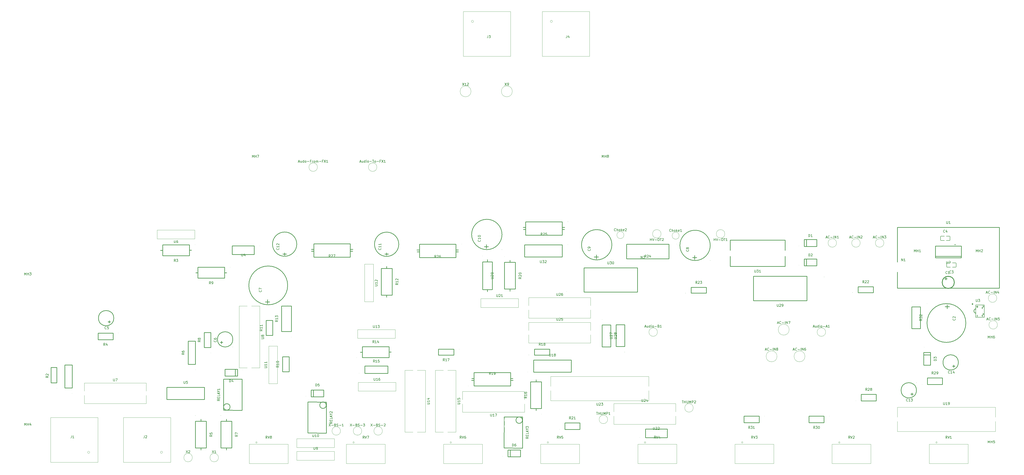
<source format=gto>
G04 #@! TF.GenerationSoftware,KiCad,Pcbnew,9.0.4*
G04 #@! TF.CreationDate,2025-10-07T22:59:05+02:00*
G04 #@! TF.ProjectId,wb50,77623530-2e6b-4696-9361-645f70636258,rev?*
G04 #@! TF.SameCoordinates,Original*
G04 #@! TF.FileFunction,Legend,Top*
G04 #@! TF.FilePolarity,Positive*
%FSLAX46Y46*%
G04 Gerber Fmt 4.6, Leading zero omitted, Abs format (unit mm)*
G04 Created by KiCad (PCBNEW 9.0.4) date 2025-10-07 22:59:05*
%MOMM*%
%LPD*%
G01*
G04 APERTURE LIST*
%ADD10C,0.150000*%
%ADD11C,0.254001*%
%ADD12C,0.059995*%
%ADD13C,0.120000*%
%ADD14C,0.300000*%
%ADD15C,0.152400*%
%ADD16C,0.400000*%
%ADD17C,3.900000*%
%ADD18C,7.000000*%
%ADD19C,1.800000*%
%ADD20C,3.000000*%
%ADD21C,2.100000*%
%ADD22C,1.300000*%
%ADD23C,2.600000*%
%ADD24C,1.400000*%
%ADD25C,1.600000*%
%ADD26C,4.000000*%
%ADD27C,1.700000*%
%ADD28C,3.800000*%
%ADD29C,1.879604*%
%ADD30C,1.524003*%
%ADD31C,1.500000*%
%ADD32C,3.200000*%
%ADD33C,2.300000*%
%ADD34C,2.000000*%
%ADD35C,2.500000*%
%ADD36R,1.964999X0.980010*%
%ADD37R,1.410008X1.350013*%
%ADD38C,2.200000*%
%ADD39R,1.800000X2.600000*%
%ADD40O,1.800000X2.600000*%
%ADD41C,3.500000*%
%ADD42C,2.800000*%
G04 APERTURE END LIST*
D10*
X360166667Y-148004819D02*
X360166667Y-147004819D01*
X360166667Y-147004819D02*
X360500000Y-147719104D01*
X360500000Y-147719104D02*
X360833333Y-147004819D01*
X360833333Y-147004819D02*
X360833333Y-148004819D01*
X361309524Y-148004819D02*
X361309524Y-147004819D01*
X361309524Y-147481009D02*
X361880952Y-147481009D01*
X361880952Y-148004819D02*
X361880952Y-147004819D01*
X362500000Y-147433390D02*
X362404762Y-147385771D01*
X362404762Y-147385771D02*
X362357143Y-147338152D01*
X362357143Y-147338152D02*
X362309524Y-147242914D01*
X362309524Y-147242914D02*
X362309524Y-147195295D01*
X362309524Y-147195295D02*
X362357143Y-147100057D01*
X362357143Y-147100057D02*
X362404762Y-147052438D01*
X362404762Y-147052438D02*
X362500000Y-147004819D01*
X362500000Y-147004819D02*
X362690476Y-147004819D01*
X362690476Y-147004819D02*
X362785714Y-147052438D01*
X362785714Y-147052438D02*
X362833333Y-147100057D01*
X362833333Y-147100057D02*
X362880952Y-147195295D01*
X362880952Y-147195295D02*
X362880952Y-147242914D01*
X362880952Y-147242914D02*
X362833333Y-147338152D01*
X362833333Y-147338152D02*
X362785714Y-147385771D01*
X362785714Y-147385771D02*
X362690476Y-147433390D01*
X362690476Y-147433390D02*
X362500000Y-147433390D01*
X362500000Y-147433390D02*
X362404762Y-147481009D01*
X362404762Y-147481009D02*
X362357143Y-147528628D01*
X362357143Y-147528628D02*
X362309524Y-147623866D01*
X362309524Y-147623866D02*
X362309524Y-147814342D01*
X362309524Y-147814342D02*
X362357143Y-147909580D01*
X362357143Y-147909580D02*
X362404762Y-147957200D01*
X362404762Y-147957200D02*
X362500000Y-148004819D01*
X362500000Y-148004819D02*
X362690476Y-148004819D01*
X362690476Y-148004819D02*
X362785714Y-147957200D01*
X362785714Y-147957200D02*
X362833333Y-147909580D01*
X362833333Y-147909580D02*
X362880952Y-147814342D01*
X362880952Y-147814342D02*
X362880952Y-147623866D01*
X362880952Y-147623866D02*
X362833333Y-147528628D01*
X362833333Y-147528628D02*
X362785714Y-147481009D01*
X362785714Y-147481009D02*
X362690476Y-147433390D01*
X216166667Y-148004819D02*
X216166667Y-147004819D01*
X216166667Y-147004819D02*
X216500000Y-147719104D01*
X216500000Y-147719104D02*
X216833333Y-147004819D01*
X216833333Y-147004819D02*
X216833333Y-148004819D01*
X217309524Y-148004819D02*
X217309524Y-147004819D01*
X217309524Y-147481009D02*
X217880952Y-147481009D01*
X217880952Y-148004819D02*
X217880952Y-147004819D01*
X218261905Y-147004819D02*
X218928571Y-147004819D01*
X218928571Y-147004819D02*
X218500000Y-148004819D01*
X519166667Y-222504819D02*
X519166667Y-221504819D01*
X519166667Y-221504819D02*
X519500000Y-222219104D01*
X519500000Y-222219104D02*
X519833333Y-221504819D01*
X519833333Y-221504819D02*
X519833333Y-222504819D01*
X520309524Y-222504819D02*
X520309524Y-221504819D01*
X520309524Y-221981009D02*
X520880952Y-221981009D01*
X520880952Y-222504819D02*
X520880952Y-221504819D01*
X521785714Y-221504819D02*
X521595238Y-221504819D01*
X521595238Y-221504819D02*
X521500000Y-221552438D01*
X521500000Y-221552438D02*
X521452381Y-221600057D01*
X521452381Y-221600057D02*
X521357143Y-221742914D01*
X521357143Y-221742914D02*
X521309524Y-221933390D01*
X521309524Y-221933390D02*
X521309524Y-222314342D01*
X521309524Y-222314342D02*
X521357143Y-222409580D01*
X521357143Y-222409580D02*
X521404762Y-222457200D01*
X521404762Y-222457200D02*
X521500000Y-222504819D01*
X521500000Y-222504819D02*
X521690476Y-222504819D01*
X521690476Y-222504819D02*
X521785714Y-222457200D01*
X521785714Y-222457200D02*
X521833333Y-222409580D01*
X521833333Y-222409580D02*
X521880952Y-222314342D01*
X521880952Y-222314342D02*
X521880952Y-222076247D01*
X521880952Y-222076247D02*
X521833333Y-221981009D01*
X521833333Y-221981009D02*
X521785714Y-221933390D01*
X521785714Y-221933390D02*
X521690476Y-221885771D01*
X521690476Y-221885771D02*
X521500000Y-221885771D01*
X521500000Y-221885771D02*
X521404762Y-221933390D01*
X521404762Y-221933390D02*
X521357143Y-221981009D01*
X521357143Y-221981009D02*
X521309524Y-222076247D01*
X519166667Y-265754819D02*
X519166667Y-264754819D01*
X519166667Y-264754819D02*
X519500000Y-265469104D01*
X519500000Y-265469104D02*
X519833333Y-264754819D01*
X519833333Y-264754819D02*
X519833333Y-265754819D01*
X520309524Y-265754819D02*
X520309524Y-264754819D01*
X520309524Y-265231009D02*
X520880952Y-265231009D01*
X520880952Y-265754819D02*
X520880952Y-264754819D01*
X521833333Y-264754819D02*
X521357143Y-264754819D01*
X521357143Y-264754819D02*
X521309524Y-265231009D01*
X521309524Y-265231009D02*
X521357143Y-265183390D01*
X521357143Y-265183390D02*
X521452381Y-265135771D01*
X521452381Y-265135771D02*
X521690476Y-265135771D01*
X521690476Y-265135771D02*
X521785714Y-265183390D01*
X521785714Y-265183390D02*
X521833333Y-265231009D01*
X521833333Y-265231009D02*
X521880952Y-265326247D01*
X521880952Y-265326247D02*
X521880952Y-265564342D01*
X521880952Y-265564342D02*
X521833333Y-265659580D01*
X521833333Y-265659580D02*
X521785714Y-265707200D01*
X521785714Y-265707200D02*
X521690476Y-265754819D01*
X521690476Y-265754819D02*
X521452381Y-265754819D01*
X521452381Y-265754819D02*
X521357143Y-265707200D01*
X521357143Y-265707200D02*
X521309524Y-265659580D01*
X122416667Y-258504819D02*
X122416667Y-257504819D01*
X122416667Y-257504819D02*
X122750000Y-258219104D01*
X122750000Y-258219104D02*
X123083333Y-257504819D01*
X123083333Y-257504819D02*
X123083333Y-258504819D01*
X123559524Y-258504819D02*
X123559524Y-257504819D01*
X123559524Y-257981009D02*
X124130952Y-257981009D01*
X124130952Y-258504819D02*
X124130952Y-257504819D01*
X125035714Y-257838152D02*
X125035714Y-258504819D01*
X124797619Y-257457200D02*
X124559524Y-258171485D01*
X124559524Y-258171485D02*
X125178571Y-258171485D01*
X122416667Y-196504819D02*
X122416667Y-195504819D01*
X122416667Y-195504819D02*
X122750000Y-196219104D01*
X122750000Y-196219104D02*
X123083333Y-195504819D01*
X123083333Y-195504819D02*
X123083333Y-196504819D01*
X123559524Y-196504819D02*
X123559524Y-195504819D01*
X123559524Y-195981009D02*
X124130952Y-195981009D01*
X124130952Y-196504819D02*
X124130952Y-195504819D01*
X124511905Y-195504819D02*
X125130952Y-195504819D01*
X125130952Y-195504819D02*
X124797619Y-195885771D01*
X124797619Y-195885771D02*
X124940476Y-195885771D01*
X124940476Y-195885771D02*
X125035714Y-195933390D01*
X125035714Y-195933390D02*
X125083333Y-195981009D01*
X125083333Y-195981009D02*
X125130952Y-196076247D01*
X125130952Y-196076247D02*
X125130952Y-196314342D01*
X125130952Y-196314342D02*
X125083333Y-196409580D01*
X125083333Y-196409580D02*
X125035714Y-196457200D01*
X125035714Y-196457200D02*
X124940476Y-196504819D01*
X124940476Y-196504819D02*
X124654762Y-196504819D01*
X124654762Y-196504819D02*
X124559524Y-196457200D01*
X124559524Y-196457200D02*
X124511905Y-196409580D01*
X210199802Y-262416666D02*
X209723611Y-262749999D01*
X210199802Y-262988094D02*
X209199802Y-262988094D01*
X209199802Y-262988094D02*
X209199802Y-262607142D01*
X209199802Y-262607142D02*
X209247421Y-262511904D01*
X209247421Y-262511904D02*
X209295040Y-262464285D01*
X209295040Y-262464285D02*
X209390278Y-262416666D01*
X209390278Y-262416666D02*
X209533135Y-262416666D01*
X209533135Y-262416666D02*
X209628373Y-262464285D01*
X209628373Y-262464285D02*
X209675992Y-262511904D01*
X209675992Y-262511904D02*
X209723611Y-262607142D01*
X209723611Y-262607142D02*
X209723611Y-262988094D01*
X209199802Y-262083332D02*
X209199802Y-261416666D01*
X209199802Y-261416666D02*
X210199802Y-261845237D01*
X206761905Y-240604819D02*
X206761905Y-239604819D01*
X206761905Y-239604819D02*
X207000000Y-239604819D01*
X207000000Y-239604819D02*
X207142857Y-239652438D01*
X207142857Y-239652438D02*
X207238095Y-239747676D01*
X207238095Y-239747676D02*
X207285714Y-239842914D01*
X207285714Y-239842914D02*
X207333333Y-240033390D01*
X207333333Y-240033390D02*
X207333333Y-240176247D01*
X207333333Y-240176247D02*
X207285714Y-240366723D01*
X207285714Y-240366723D02*
X207238095Y-240461961D01*
X207238095Y-240461961D02*
X207142857Y-240557200D01*
X207142857Y-240557200D02*
X207000000Y-240604819D01*
X207000000Y-240604819D02*
X206761905Y-240604819D01*
X208190476Y-239938152D02*
X208190476Y-240604819D01*
X207952381Y-239557200D02*
X207714286Y-240271485D01*
X207714286Y-240271485D02*
X208333333Y-240271485D01*
X264976191Y-257806819D02*
X265642857Y-258806819D01*
X265642857Y-257806819D02*
X264976191Y-258806819D01*
X266023810Y-258425866D02*
X266785715Y-258425866D01*
X267595238Y-258283009D02*
X267738095Y-258330628D01*
X267738095Y-258330628D02*
X267785714Y-258378247D01*
X267785714Y-258378247D02*
X267833333Y-258473485D01*
X267833333Y-258473485D02*
X267833333Y-258616342D01*
X267833333Y-258616342D02*
X267785714Y-258711580D01*
X267785714Y-258711580D02*
X267738095Y-258759200D01*
X267738095Y-258759200D02*
X267642857Y-258806819D01*
X267642857Y-258806819D02*
X267261905Y-258806819D01*
X267261905Y-258806819D02*
X267261905Y-257806819D01*
X267261905Y-257806819D02*
X267595238Y-257806819D01*
X267595238Y-257806819D02*
X267690476Y-257854438D01*
X267690476Y-257854438D02*
X267738095Y-257902057D01*
X267738095Y-257902057D02*
X267785714Y-257997295D01*
X267785714Y-257997295D02*
X267785714Y-258092533D01*
X267785714Y-258092533D02*
X267738095Y-258187771D01*
X267738095Y-258187771D02*
X267690476Y-258235390D01*
X267690476Y-258235390D02*
X267595238Y-258283009D01*
X267595238Y-258283009D02*
X267261905Y-258283009D01*
X268214286Y-258759200D02*
X268357143Y-258806819D01*
X268357143Y-258806819D02*
X268595238Y-258806819D01*
X268595238Y-258806819D02*
X268690476Y-258759200D01*
X268690476Y-258759200D02*
X268738095Y-258711580D01*
X268738095Y-258711580D02*
X268785714Y-258616342D01*
X268785714Y-258616342D02*
X268785714Y-258521104D01*
X268785714Y-258521104D02*
X268738095Y-258425866D01*
X268738095Y-258425866D02*
X268690476Y-258378247D01*
X268690476Y-258378247D02*
X268595238Y-258330628D01*
X268595238Y-258330628D02*
X268404762Y-258283009D01*
X268404762Y-258283009D02*
X268309524Y-258235390D01*
X268309524Y-258235390D02*
X268261905Y-258187771D01*
X268261905Y-258187771D02*
X268214286Y-258092533D01*
X268214286Y-258092533D02*
X268214286Y-257997295D01*
X268214286Y-257997295D02*
X268261905Y-257902057D01*
X268261905Y-257902057D02*
X268309524Y-257854438D01*
X268309524Y-257854438D02*
X268404762Y-257806819D01*
X268404762Y-257806819D02*
X268642857Y-257806819D01*
X268642857Y-257806819D02*
X268785714Y-257854438D01*
X269214286Y-258425866D02*
X269976191Y-258425866D01*
X270404762Y-257902057D02*
X270452381Y-257854438D01*
X270452381Y-257854438D02*
X270547619Y-257806819D01*
X270547619Y-257806819D02*
X270785714Y-257806819D01*
X270785714Y-257806819D02*
X270880952Y-257854438D01*
X270880952Y-257854438D02*
X270928571Y-257902057D01*
X270928571Y-257902057D02*
X270976190Y-257997295D01*
X270976190Y-257997295D02*
X270976190Y-258092533D01*
X270976190Y-258092533D02*
X270928571Y-258235390D01*
X270928571Y-258235390D02*
X270357143Y-258806819D01*
X270357143Y-258806819D02*
X270976190Y-258806819D01*
X310042778Y-182051226D02*
X310090398Y-182098845D01*
X310090398Y-182098845D02*
X310138017Y-182241702D01*
X310138017Y-182241702D02*
X310138017Y-182336940D01*
X310138017Y-182336940D02*
X310090398Y-182479797D01*
X310090398Y-182479797D02*
X309995159Y-182575035D01*
X309995159Y-182575035D02*
X309899921Y-182622654D01*
X309899921Y-182622654D02*
X309709445Y-182670273D01*
X309709445Y-182670273D02*
X309566588Y-182670273D01*
X309566588Y-182670273D02*
X309376112Y-182622654D01*
X309376112Y-182622654D02*
X309280874Y-182575035D01*
X309280874Y-182575035D02*
X309185636Y-182479797D01*
X309185636Y-182479797D02*
X309138017Y-182336940D01*
X309138017Y-182336940D02*
X309138017Y-182241702D01*
X309138017Y-182241702D02*
X309185636Y-182098845D01*
X309185636Y-182098845D02*
X309233255Y-182051226D01*
X310138017Y-181098845D02*
X310138017Y-181670273D01*
X310138017Y-181384559D02*
X309138017Y-181384559D01*
X309138017Y-181384559D02*
X309280874Y-181479797D01*
X309280874Y-181479797D02*
X309376112Y-181575035D01*
X309376112Y-181575035D02*
X309423731Y-181670273D01*
X309138017Y-180479797D02*
X309138017Y-180384559D01*
X309138017Y-180384559D02*
X309185636Y-180289321D01*
X309185636Y-180289321D02*
X309233255Y-180241702D01*
X309233255Y-180241702D02*
X309328493Y-180194083D01*
X309328493Y-180194083D02*
X309518969Y-180146464D01*
X309518969Y-180146464D02*
X309757064Y-180146464D01*
X309757064Y-180146464D02*
X309947540Y-180194083D01*
X309947540Y-180194083D02*
X310042778Y-180241702D01*
X310042778Y-180241702D02*
X310090398Y-180289321D01*
X310090398Y-180289321D02*
X310138017Y-180384559D01*
X310138017Y-180384559D02*
X310138017Y-180479797D01*
X310138017Y-180479797D02*
X310090398Y-180575035D01*
X310090398Y-180575035D02*
X310042778Y-180622654D01*
X310042778Y-180622654D02*
X309947540Y-180670273D01*
X309947540Y-180670273D02*
X309757064Y-180717892D01*
X309757064Y-180717892D02*
X309518969Y-180717892D01*
X309518969Y-180717892D02*
X309328493Y-180670273D01*
X309328493Y-180670273D02*
X309233255Y-180622654D01*
X309233255Y-180622654D02*
X309185636Y-180575035D01*
X309185636Y-180575035D02*
X309138017Y-180479797D01*
X295357142Y-231904819D02*
X295023809Y-231428628D01*
X294785714Y-231904819D02*
X294785714Y-230904819D01*
X294785714Y-230904819D02*
X295166666Y-230904819D01*
X295166666Y-230904819D02*
X295261904Y-230952438D01*
X295261904Y-230952438D02*
X295309523Y-231000057D01*
X295309523Y-231000057D02*
X295357142Y-231095295D01*
X295357142Y-231095295D02*
X295357142Y-231238152D01*
X295357142Y-231238152D02*
X295309523Y-231333390D01*
X295309523Y-231333390D02*
X295261904Y-231381009D01*
X295261904Y-231381009D02*
X295166666Y-231428628D01*
X295166666Y-231428628D02*
X294785714Y-231428628D01*
X296309523Y-231904819D02*
X295738095Y-231904819D01*
X296023809Y-231904819D02*
X296023809Y-230904819D01*
X296023809Y-230904819D02*
X295928571Y-231047676D01*
X295928571Y-231047676D02*
X295833333Y-231142914D01*
X295833333Y-231142914D02*
X295738095Y-231190533D01*
X296642857Y-230904819D02*
X297309523Y-230904819D01*
X297309523Y-230904819D02*
X296880952Y-231904819D01*
X502325268Y-195859580D02*
X502277649Y-195907200D01*
X502277649Y-195907200D02*
X502134792Y-195954819D01*
X502134792Y-195954819D02*
X502039554Y-195954819D01*
X502039554Y-195954819D02*
X501896697Y-195907200D01*
X501896697Y-195907200D02*
X501801459Y-195811961D01*
X501801459Y-195811961D02*
X501753840Y-195716723D01*
X501753840Y-195716723D02*
X501706221Y-195526247D01*
X501706221Y-195526247D02*
X501706221Y-195383390D01*
X501706221Y-195383390D02*
X501753840Y-195192914D01*
X501753840Y-195192914D02*
X501801459Y-195097676D01*
X501801459Y-195097676D02*
X501896697Y-195002438D01*
X501896697Y-195002438D02*
X502039554Y-194954819D01*
X502039554Y-194954819D02*
X502134792Y-194954819D01*
X502134792Y-194954819D02*
X502277649Y-195002438D01*
X502277649Y-195002438D02*
X502325268Y-195050057D01*
X503277649Y-195954819D02*
X502706221Y-195954819D01*
X502991935Y-195954819D02*
X502991935Y-194954819D01*
X502991935Y-194954819D02*
X502896697Y-195097676D01*
X502896697Y-195097676D02*
X502801459Y-195192914D01*
X502801459Y-195192914D02*
X502706221Y-195240533D01*
X329209836Y-246642857D02*
X328733645Y-246976190D01*
X329209836Y-247214285D02*
X328209836Y-247214285D01*
X328209836Y-247214285D02*
X328209836Y-246833333D01*
X328209836Y-246833333D02*
X328257455Y-246738095D01*
X328257455Y-246738095D02*
X328305074Y-246690476D01*
X328305074Y-246690476D02*
X328400312Y-246642857D01*
X328400312Y-246642857D02*
X328543169Y-246642857D01*
X328543169Y-246642857D02*
X328638407Y-246690476D01*
X328638407Y-246690476D02*
X328686026Y-246738095D01*
X328686026Y-246738095D02*
X328733645Y-246833333D01*
X328733645Y-246833333D02*
X328733645Y-247214285D01*
X329209836Y-245690476D02*
X329209836Y-246261904D01*
X329209836Y-245976190D02*
X328209836Y-245976190D01*
X328209836Y-245976190D02*
X328352693Y-246071428D01*
X328352693Y-246071428D02*
X328447931Y-246166666D01*
X328447931Y-246166666D02*
X328495550Y-246261904D01*
X328209836Y-244833333D02*
X328209836Y-245023809D01*
X328209836Y-245023809D02*
X328257455Y-245119047D01*
X328257455Y-245119047D02*
X328305074Y-245166666D01*
X328305074Y-245166666D02*
X328447931Y-245261904D01*
X328447931Y-245261904D02*
X328638407Y-245309523D01*
X328638407Y-245309523D02*
X329019359Y-245309523D01*
X329019359Y-245309523D02*
X329114597Y-245261904D01*
X329114597Y-245261904D02*
X329162217Y-245214285D01*
X329162217Y-245214285D02*
X329209836Y-245119047D01*
X329209836Y-245119047D02*
X329209836Y-244928571D01*
X329209836Y-244928571D02*
X329162217Y-244833333D01*
X329162217Y-244833333D02*
X329114597Y-244785714D01*
X329114597Y-244785714D02*
X329019359Y-244738095D01*
X329019359Y-244738095D02*
X328781264Y-244738095D01*
X328781264Y-244738095D02*
X328686026Y-244785714D01*
X328686026Y-244785714D02*
X328638407Y-244833333D01*
X328638407Y-244833333D02*
X328590788Y-244928571D01*
X328590788Y-244928571D02*
X328590788Y-245119047D01*
X328590788Y-245119047D02*
X328638407Y-245214285D01*
X328638407Y-245214285D02*
X328686026Y-245261904D01*
X328686026Y-245261904D02*
X328781264Y-245309523D01*
X202814801Y-247671262D02*
X202338610Y-248004595D01*
X202814801Y-248242690D02*
X201814801Y-248242690D01*
X201814801Y-248242690D02*
X201814801Y-247861738D01*
X201814801Y-247861738D02*
X201862420Y-247766500D01*
X201862420Y-247766500D02*
X201910039Y-247718881D01*
X201910039Y-247718881D02*
X202005277Y-247671262D01*
X202005277Y-247671262D02*
X202148134Y-247671262D01*
X202148134Y-247671262D02*
X202243372Y-247718881D01*
X202243372Y-247718881D02*
X202290991Y-247766500D01*
X202290991Y-247766500D02*
X202338610Y-247861738D01*
X202338610Y-247861738D02*
X202338610Y-248242690D01*
X202290991Y-247242690D02*
X202290991Y-246909357D01*
X202814801Y-246766500D02*
X202814801Y-247242690D01*
X202814801Y-247242690D02*
X201814801Y-247242690D01*
X201814801Y-247242690D02*
X201814801Y-246766500D01*
X202814801Y-245861738D02*
X202814801Y-246337928D01*
X202814801Y-246337928D02*
X201814801Y-246337928D01*
X202529086Y-245576023D02*
X202529086Y-245099833D01*
X202814801Y-245671261D02*
X201814801Y-245337928D01*
X201814801Y-245337928D02*
X202814801Y-245004595D01*
X202338610Y-244480785D02*
X202814801Y-244480785D01*
X201814801Y-244814118D02*
X202338610Y-244480785D01*
X202338610Y-244480785D02*
X201814801Y-244147452D01*
X202814801Y-243290309D02*
X202814801Y-243861737D01*
X202814801Y-243576023D02*
X201814801Y-243576023D01*
X201814801Y-243576023D02*
X201957658Y-243671261D01*
X201957658Y-243671261D02*
X202052896Y-243766499D01*
X202052896Y-243766499D02*
X202100515Y-243861737D01*
X141766666Y-262654819D02*
X141766666Y-263369104D01*
X141766666Y-263369104D02*
X141719047Y-263511961D01*
X141719047Y-263511961D02*
X141623809Y-263607200D01*
X141623809Y-263607200D02*
X141480952Y-263654819D01*
X141480952Y-263654819D02*
X141385714Y-263654819D01*
X142766666Y-263654819D02*
X142195238Y-263654819D01*
X142480952Y-263654819D02*
X142480952Y-262654819D01*
X142480952Y-262654819D02*
X142385714Y-262797676D01*
X142385714Y-262797676D02*
X142290476Y-262892914D01*
X142290476Y-262892914D02*
X142195238Y-262940533D01*
X469357142Y-244104806D02*
X469023809Y-243628615D01*
X468785714Y-244104806D02*
X468785714Y-243104806D01*
X468785714Y-243104806D02*
X469166666Y-243104806D01*
X469166666Y-243104806D02*
X469261904Y-243152425D01*
X469261904Y-243152425D02*
X469309523Y-243200044D01*
X469309523Y-243200044D02*
X469357142Y-243295282D01*
X469357142Y-243295282D02*
X469357142Y-243438139D01*
X469357142Y-243438139D02*
X469309523Y-243533377D01*
X469309523Y-243533377D02*
X469261904Y-243580996D01*
X469261904Y-243580996D02*
X469166666Y-243628615D01*
X469166666Y-243628615D02*
X468785714Y-243628615D01*
X469738095Y-243200044D02*
X469785714Y-243152425D01*
X469785714Y-243152425D02*
X469880952Y-243104806D01*
X469880952Y-243104806D02*
X470119047Y-243104806D01*
X470119047Y-243104806D02*
X470214285Y-243152425D01*
X470214285Y-243152425D02*
X470261904Y-243200044D01*
X470261904Y-243200044D02*
X470309523Y-243295282D01*
X470309523Y-243295282D02*
X470309523Y-243390520D01*
X470309523Y-243390520D02*
X470261904Y-243533377D01*
X470261904Y-243533377D02*
X469690476Y-244104806D01*
X469690476Y-244104806D02*
X470309523Y-244104806D01*
X470880952Y-243533377D02*
X470785714Y-243485758D01*
X470785714Y-243485758D02*
X470738095Y-243438139D01*
X470738095Y-243438139D02*
X470690476Y-243342901D01*
X470690476Y-243342901D02*
X470690476Y-243295282D01*
X470690476Y-243295282D02*
X470738095Y-243200044D01*
X470738095Y-243200044D02*
X470785714Y-243152425D01*
X470785714Y-243152425D02*
X470880952Y-243104806D01*
X470880952Y-243104806D02*
X471071428Y-243104806D01*
X471071428Y-243104806D02*
X471166666Y-243152425D01*
X471166666Y-243152425D02*
X471214285Y-243200044D01*
X471214285Y-243200044D02*
X471261904Y-243295282D01*
X471261904Y-243295282D02*
X471261904Y-243342901D01*
X471261904Y-243342901D02*
X471214285Y-243438139D01*
X471214285Y-243438139D02*
X471166666Y-243485758D01*
X471166666Y-243485758D02*
X471071428Y-243533377D01*
X471071428Y-243533377D02*
X470880952Y-243533377D01*
X470880952Y-243533377D02*
X470785714Y-243580996D01*
X470785714Y-243580996D02*
X470738095Y-243628615D01*
X470738095Y-243628615D02*
X470690476Y-243723853D01*
X470690476Y-243723853D02*
X470690476Y-243914329D01*
X470690476Y-243914329D02*
X470738095Y-244009567D01*
X470738095Y-244009567D02*
X470785714Y-244057187D01*
X470785714Y-244057187D02*
X470880952Y-244104806D01*
X470880952Y-244104806D02*
X471071428Y-244104806D01*
X471071428Y-244104806D02*
X471166666Y-244057187D01*
X471166666Y-244057187D02*
X471214285Y-244009567D01*
X471214285Y-244009567D02*
X471261904Y-243914329D01*
X471261904Y-243914329D02*
X471261904Y-243723853D01*
X471261904Y-243723853D02*
X471214285Y-243628615D01*
X471214285Y-243628615D02*
X471166666Y-243580996D01*
X471166666Y-243580996D02*
X471071428Y-243533377D01*
X362511905Y-190954794D02*
X362511905Y-191764317D01*
X362511905Y-191764317D02*
X362559524Y-191859555D01*
X362559524Y-191859555D02*
X362607143Y-191907175D01*
X362607143Y-191907175D02*
X362702381Y-191954794D01*
X362702381Y-191954794D02*
X362892857Y-191954794D01*
X362892857Y-191954794D02*
X362988095Y-191907175D01*
X362988095Y-191907175D02*
X363035714Y-191859555D01*
X363035714Y-191859555D02*
X363083333Y-191764317D01*
X363083333Y-191764317D02*
X363083333Y-190954794D01*
X363464286Y-190954794D02*
X364083333Y-190954794D01*
X364083333Y-190954794D02*
X363750000Y-191335746D01*
X363750000Y-191335746D02*
X363892857Y-191335746D01*
X363892857Y-191335746D02*
X363988095Y-191383365D01*
X363988095Y-191383365D02*
X364035714Y-191430984D01*
X364035714Y-191430984D02*
X364083333Y-191526222D01*
X364083333Y-191526222D02*
X364083333Y-191764317D01*
X364083333Y-191764317D02*
X364035714Y-191859555D01*
X364035714Y-191859555D02*
X363988095Y-191907175D01*
X363988095Y-191907175D02*
X363892857Y-191954794D01*
X363892857Y-191954794D02*
X363607143Y-191954794D01*
X363607143Y-191954794D02*
X363511905Y-191907175D01*
X363511905Y-191907175D02*
X363464286Y-191859555D01*
X364702381Y-190954794D02*
X364797619Y-190954794D01*
X364797619Y-190954794D02*
X364892857Y-191002413D01*
X364892857Y-191002413D02*
X364940476Y-191050032D01*
X364940476Y-191050032D02*
X364988095Y-191145270D01*
X364988095Y-191145270D02*
X365035714Y-191335746D01*
X365035714Y-191335746D02*
X365035714Y-191573841D01*
X365035714Y-191573841D02*
X364988095Y-191764317D01*
X364988095Y-191764317D02*
X364940476Y-191859555D01*
X364940476Y-191859555D02*
X364892857Y-191907175D01*
X364892857Y-191907175D02*
X364797619Y-191954794D01*
X364797619Y-191954794D02*
X364702381Y-191954794D01*
X364702381Y-191954794D02*
X364607143Y-191907175D01*
X364607143Y-191907175D02*
X364559524Y-191859555D01*
X364559524Y-191859555D02*
X364511905Y-191764317D01*
X364511905Y-191764317D02*
X364464286Y-191573841D01*
X364464286Y-191573841D02*
X364464286Y-191335746D01*
X364464286Y-191335746D02*
X364511905Y-191145270D01*
X364511905Y-191145270D02*
X364559524Y-191050032D01*
X364559524Y-191050032D02*
X364607143Y-191002413D01*
X364607143Y-191002413D02*
X364702381Y-190954794D01*
X382304761Y-263854819D02*
X381971428Y-263378628D01*
X381733333Y-263854819D02*
X381733333Y-262854819D01*
X381733333Y-262854819D02*
X382114285Y-262854819D01*
X382114285Y-262854819D02*
X382209523Y-262902438D01*
X382209523Y-262902438D02*
X382257142Y-262950057D01*
X382257142Y-262950057D02*
X382304761Y-263045295D01*
X382304761Y-263045295D02*
X382304761Y-263188152D01*
X382304761Y-263188152D02*
X382257142Y-263283390D01*
X382257142Y-263283390D02*
X382209523Y-263331009D01*
X382209523Y-263331009D02*
X382114285Y-263378628D01*
X382114285Y-263378628D02*
X381733333Y-263378628D01*
X382590476Y-262854819D02*
X382923809Y-263854819D01*
X382923809Y-263854819D02*
X383257142Y-262854819D01*
X384019047Y-263188152D02*
X384019047Y-263854819D01*
X383780952Y-262807200D02*
X383542857Y-263521485D01*
X383542857Y-263521485D02*
X384161904Y-263521485D01*
X320190476Y-117306819D02*
X320857142Y-118306819D01*
X320857142Y-117306819D02*
X320190476Y-118306819D01*
X321285714Y-118306819D02*
X321476190Y-118306819D01*
X321476190Y-118306819D02*
X321571428Y-118259200D01*
X321571428Y-118259200D02*
X321619047Y-118211580D01*
X321619047Y-118211580D02*
X321714285Y-118068723D01*
X321714285Y-118068723D02*
X321761904Y-117878247D01*
X321761904Y-117878247D02*
X321761904Y-117497295D01*
X321761904Y-117497295D02*
X321714285Y-117402057D01*
X321714285Y-117402057D02*
X321666666Y-117354438D01*
X321666666Y-117354438D02*
X321571428Y-117306819D01*
X321571428Y-117306819D02*
X321380952Y-117306819D01*
X321380952Y-117306819D02*
X321285714Y-117354438D01*
X321285714Y-117354438D02*
X321238095Y-117402057D01*
X321238095Y-117402057D02*
X321190476Y-117497295D01*
X321190476Y-117497295D02*
X321190476Y-117735390D01*
X321190476Y-117735390D02*
X321238095Y-117830628D01*
X321238095Y-117830628D02*
X321285714Y-117878247D01*
X321285714Y-117878247D02*
X321380952Y-117925866D01*
X321380952Y-117925866D02*
X321571428Y-117925866D01*
X321571428Y-117925866D02*
X321666666Y-117878247D01*
X321666666Y-117878247D02*
X321714285Y-117830628D01*
X321714285Y-117830628D02*
X321761904Y-117735390D01*
X248357142Y-189104819D02*
X248023809Y-188628628D01*
X247785714Y-189104819D02*
X247785714Y-188104819D01*
X247785714Y-188104819D02*
X248166666Y-188104819D01*
X248166666Y-188104819D02*
X248261904Y-188152438D01*
X248261904Y-188152438D02*
X248309523Y-188200057D01*
X248309523Y-188200057D02*
X248357142Y-188295295D01*
X248357142Y-188295295D02*
X248357142Y-188438152D01*
X248357142Y-188438152D02*
X248309523Y-188533390D01*
X248309523Y-188533390D02*
X248261904Y-188581009D01*
X248261904Y-188581009D02*
X248166666Y-188628628D01*
X248166666Y-188628628D02*
X247785714Y-188628628D01*
X248738095Y-188200057D02*
X248785714Y-188152438D01*
X248785714Y-188152438D02*
X248880952Y-188104819D01*
X248880952Y-188104819D02*
X249119047Y-188104819D01*
X249119047Y-188104819D02*
X249214285Y-188152438D01*
X249214285Y-188152438D02*
X249261904Y-188200057D01*
X249261904Y-188200057D02*
X249309523Y-188295295D01*
X249309523Y-188295295D02*
X249309523Y-188390533D01*
X249309523Y-188390533D02*
X249261904Y-188533390D01*
X249261904Y-188533390D02*
X248690476Y-189104819D01*
X248690476Y-189104819D02*
X249309523Y-189104819D01*
X249642857Y-188104819D02*
X250309523Y-188104819D01*
X250309523Y-188104819D02*
X249880952Y-189104819D01*
X288204819Y-249738094D02*
X289014342Y-249738094D01*
X289014342Y-249738094D02*
X289109580Y-249690475D01*
X289109580Y-249690475D02*
X289157200Y-249642856D01*
X289157200Y-249642856D02*
X289204819Y-249547618D01*
X289204819Y-249547618D02*
X289204819Y-249357142D01*
X289204819Y-249357142D02*
X289157200Y-249261904D01*
X289157200Y-249261904D02*
X289109580Y-249214285D01*
X289109580Y-249214285D02*
X289014342Y-249166666D01*
X289014342Y-249166666D02*
X288204819Y-249166666D01*
X289204819Y-248166666D02*
X289204819Y-248738094D01*
X289204819Y-248452380D02*
X288204819Y-248452380D01*
X288204819Y-248452380D02*
X288347676Y-248547618D01*
X288347676Y-248547618D02*
X288442914Y-248642856D01*
X288442914Y-248642856D02*
X288490533Y-248738094D01*
X288538152Y-247309523D02*
X289204819Y-247309523D01*
X288157200Y-247547618D02*
X288871485Y-247785713D01*
X288871485Y-247785713D02*
X288871485Y-247166666D01*
X514206926Y-186959772D02*
X514206926Y-185959772D01*
X514206926Y-185959772D02*
X514540259Y-186674057D01*
X514540259Y-186674057D02*
X514873592Y-185959772D01*
X514873592Y-185959772D02*
X514873592Y-186959772D01*
X515349783Y-186959772D02*
X515349783Y-185959772D01*
X515349783Y-186435962D02*
X515921211Y-186435962D01*
X515921211Y-186959772D02*
X515921211Y-185959772D01*
X516349783Y-186055010D02*
X516397402Y-186007391D01*
X516397402Y-186007391D02*
X516492640Y-185959772D01*
X516492640Y-185959772D02*
X516730735Y-185959772D01*
X516730735Y-185959772D02*
X516825973Y-186007391D01*
X516825973Y-186007391D02*
X516873592Y-186055010D01*
X516873592Y-186055010D02*
X516921211Y-186150248D01*
X516921211Y-186150248D02*
X516921211Y-186245486D01*
X516921211Y-186245486D02*
X516873592Y-186388343D01*
X516873592Y-186388343D02*
X516302164Y-186959772D01*
X516302164Y-186959772D02*
X516921211Y-186959772D01*
X445261905Y-188704819D02*
X445261905Y-187704819D01*
X445261905Y-187704819D02*
X445500000Y-187704819D01*
X445500000Y-187704819D02*
X445642857Y-187752438D01*
X445642857Y-187752438D02*
X445738095Y-187847676D01*
X445738095Y-187847676D02*
X445785714Y-187942914D01*
X445785714Y-187942914D02*
X445833333Y-188133390D01*
X445833333Y-188133390D02*
X445833333Y-188276247D01*
X445833333Y-188276247D02*
X445785714Y-188466723D01*
X445785714Y-188466723D02*
X445738095Y-188561961D01*
X445738095Y-188561961D02*
X445642857Y-188657200D01*
X445642857Y-188657200D02*
X445500000Y-188704819D01*
X445500000Y-188704819D02*
X445261905Y-188704819D01*
X446214286Y-187800057D02*
X446261905Y-187752438D01*
X446261905Y-187752438D02*
X446357143Y-187704819D01*
X446357143Y-187704819D02*
X446595238Y-187704819D01*
X446595238Y-187704819D02*
X446690476Y-187752438D01*
X446690476Y-187752438D02*
X446738095Y-187800057D01*
X446738095Y-187800057D02*
X446785714Y-187895295D01*
X446785714Y-187895295D02*
X446785714Y-187990533D01*
X446785714Y-187990533D02*
X446738095Y-188133390D01*
X446738095Y-188133390D02*
X446166667Y-188704819D01*
X446166667Y-188704819D02*
X446785714Y-188704819D01*
X395792778Y-186075035D02*
X395840398Y-186122654D01*
X395840398Y-186122654D02*
X395888017Y-186265511D01*
X395888017Y-186265511D02*
X395888017Y-186360749D01*
X395888017Y-186360749D02*
X395840398Y-186503606D01*
X395840398Y-186503606D02*
X395745159Y-186598844D01*
X395745159Y-186598844D02*
X395649921Y-186646463D01*
X395649921Y-186646463D02*
X395459445Y-186694082D01*
X395459445Y-186694082D02*
X395316588Y-186694082D01*
X395316588Y-186694082D02*
X395126112Y-186646463D01*
X395126112Y-186646463D02*
X395030874Y-186598844D01*
X395030874Y-186598844D02*
X394935636Y-186503606D01*
X394935636Y-186503606D02*
X394888017Y-186360749D01*
X394888017Y-186360749D02*
X394888017Y-186265511D01*
X394888017Y-186265511D02*
X394935636Y-186122654D01*
X394935636Y-186122654D02*
X394983255Y-186075035D01*
X395316588Y-185503606D02*
X395268969Y-185598844D01*
X395268969Y-185598844D02*
X395221350Y-185646463D01*
X395221350Y-185646463D02*
X395126112Y-185694082D01*
X395126112Y-185694082D02*
X395078493Y-185694082D01*
X395078493Y-185694082D02*
X394983255Y-185646463D01*
X394983255Y-185646463D02*
X394935636Y-185598844D01*
X394935636Y-185598844D02*
X394888017Y-185503606D01*
X394888017Y-185503606D02*
X394888017Y-185313130D01*
X394888017Y-185313130D02*
X394935636Y-185217892D01*
X394935636Y-185217892D02*
X394983255Y-185170273D01*
X394983255Y-185170273D02*
X395078493Y-185122654D01*
X395078493Y-185122654D02*
X395126112Y-185122654D01*
X395126112Y-185122654D02*
X395221350Y-185170273D01*
X395221350Y-185170273D02*
X395268969Y-185217892D01*
X395268969Y-185217892D02*
X395316588Y-185313130D01*
X395316588Y-185313130D02*
X395316588Y-185503606D01*
X395316588Y-185503606D02*
X395364207Y-185598844D01*
X395364207Y-185598844D02*
X395411826Y-185646463D01*
X395411826Y-185646463D02*
X395507064Y-185694082D01*
X395507064Y-185694082D02*
X395697540Y-185694082D01*
X395697540Y-185694082D02*
X395792778Y-185646463D01*
X395792778Y-185646463D02*
X395840398Y-185598844D01*
X395840398Y-185598844D02*
X395888017Y-185503606D01*
X395888017Y-185503606D02*
X395888017Y-185313130D01*
X395888017Y-185313130D02*
X395840398Y-185217892D01*
X395840398Y-185217892D02*
X395792778Y-185170273D01*
X395792778Y-185170273D02*
X395697540Y-185122654D01*
X395697540Y-185122654D02*
X395507064Y-185122654D01*
X395507064Y-185122654D02*
X395411826Y-185170273D01*
X395411826Y-185170273D02*
X395364207Y-185217892D01*
X395364207Y-185217892D02*
X395316588Y-185313130D01*
X432261905Y-208454844D02*
X432261905Y-209264367D01*
X432261905Y-209264367D02*
X432309524Y-209359605D01*
X432309524Y-209359605D02*
X432357143Y-209407225D01*
X432357143Y-209407225D02*
X432452381Y-209454844D01*
X432452381Y-209454844D02*
X432642857Y-209454844D01*
X432642857Y-209454844D02*
X432738095Y-209407225D01*
X432738095Y-209407225D02*
X432785714Y-209359605D01*
X432785714Y-209359605D02*
X432833333Y-209264367D01*
X432833333Y-209264367D02*
X432833333Y-208454844D01*
X433261905Y-208550082D02*
X433309524Y-208502463D01*
X433309524Y-208502463D02*
X433404762Y-208454844D01*
X433404762Y-208454844D02*
X433642857Y-208454844D01*
X433642857Y-208454844D02*
X433738095Y-208502463D01*
X433738095Y-208502463D02*
X433785714Y-208550082D01*
X433785714Y-208550082D02*
X433833333Y-208645320D01*
X433833333Y-208645320D02*
X433833333Y-208740558D01*
X433833333Y-208740558D02*
X433785714Y-208883415D01*
X433785714Y-208883415D02*
X433214286Y-209454844D01*
X433214286Y-209454844D02*
X433833333Y-209454844D01*
X434309524Y-209454844D02*
X434500000Y-209454844D01*
X434500000Y-209454844D02*
X434595238Y-209407225D01*
X434595238Y-209407225D02*
X434642857Y-209359605D01*
X434642857Y-209359605D02*
X434738095Y-209216748D01*
X434738095Y-209216748D02*
X434785714Y-209026272D01*
X434785714Y-209026272D02*
X434785714Y-208645320D01*
X434785714Y-208645320D02*
X434738095Y-208550082D01*
X434738095Y-208550082D02*
X434690476Y-208502463D01*
X434690476Y-208502463D02*
X434595238Y-208454844D01*
X434595238Y-208454844D02*
X434404762Y-208454844D01*
X434404762Y-208454844D02*
X434309524Y-208502463D01*
X434309524Y-208502463D02*
X434261905Y-208550082D01*
X434261905Y-208550082D02*
X434214286Y-208645320D01*
X434214286Y-208645320D02*
X434214286Y-208883415D01*
X434214286Y-208883415D02*
X434261905Y-208978653D01*
X434261905Y-208978653D02*
X434309524Y-209026272D01*
X434309524Y-209026272D02*
X434404762Y-209073891D01*
X434404762Y-209073891D02*
X434595238Y-209073891D01*
X434595238Y-209073891D02*
X434690476Y-209026272D01*
X434690476Y-209026272D02*
X434738095Y-208978653D01*
X434738095Y-208978653D02*
X434785714Y-208883415D01*
X503361143Y-236891584D02*
X503313524Y-236939204D01*
X503313524Y-236939204D02*
X503170667Y-236986823D01*
X503170667Y-236986823D02*
X503075429Y-236986823D01*
X503075429Y-236986823D02*
X502932572Y-236939204D01*
X502932572Y-236939204D02*
X502837334Y-236843965D01*
X502837334Y-236843965D02*
X502789715Y-236748727D01*
X502789715Y-236748727D02*
X502742096Y-236558251D01*
X502742096Y-236558251D02*
X502742096Y-236415394D01*
X502742096Y-236415394D02*
X502789715Y-236224918D01*
X502789715Y-236224918D02*
X502837334Y-236129680D01*
X502837334Y-236129680D02*
X502932572Y-236034442D01*
X502932572Y-236034442D02*
X503075429Y-235986823D01*
X503075429Y-235986823D02*
X503170667Y-235986823D01*
X503170667Y-235986823D02*
X503313524Y-236034442D01*
X503313524Y-236034442D02*
X503361143Y-236082061D01*
X504313524Y-236986823D02*
X503742096Y-236986823D01*
X504027810Y-236986823D02*
X504027810Y-235986823D01*
X504027810Y-235986823D02*
X503932572Y-236129680D01*
X503932572Y-236129680D02*
X503837334Y-236224918D01*
X503837334Y-236224918D02*
X503742096Y-236272537D01*
X505170667Y-236320156D02*
X505170667Y-236986823D01*
X504932572Y-235939204D02*
X504694477Y-236653489D01*
X504694477Y-236653489D02*
X505313524Y-236653489D01*
X188204819Y-228666666D02*
X187728628Y-228999999D01*
X188204819Y-229238094D02*
X187204819Y-229238094D01*
X187204819Y-229238094D02*
X187204819Y-228857142D01*
X187204819Y-228857142D02*
X187252438Y-228761904D01*
X187252438Y-228761904D02*
X187300057Y-228714285D01*
X187300057Y-228714285D02*
X187395295Y-228666666D01*
X187395295Y-228666666D02*
X187538152Y-228666666D01*
X187538152Y-228666666D02*
X187633390Y-228714285D01*
X187633390Y-228714285D02*
X187681009Y-228761904D01*
X187681009Y-228761904D02*
X187728628Y-228857142D01*
X187728628Y-228857142D02*
X187728628Y-229238094D01*
X187204819Y-227809523D02*
X187204819Y-227999999D01*
X187204819Y-227999999D02*
X187252438Y-228095237D01*
X187252438Y-228095237D02*
X187300057Y-228142856D01*
X187300057Y-228142856D02*
X187442914Y-228238094D01*
X187442914Y-228238094D02*
X187633390Y-228285713D01*
X187633390Y-228285713D02*
X188014342Y-228285713D01*
X188014342Y-228285713D02*
X188109580Y-228238094D01*
X188109580Y-228238094D02*
X188157200Y-228190475D01*
X188157200Y-228190475D02*
X188204819Y-228095237D01*
X188204819Y-228095237D02*
X188204819Y-227904761D01*
X188204819Y-227904761D02*
X188157200Y-227809523D01*
X188157200Y-227809523D02*
X188109580Y-227761904D01*
X188109580Y-227761904D02*
X188014342Y-227714285D01*
X188014342Y-227714285D02*
X187776247Y-227714285D01*
X187776247Y-227714285D02*
X187681009Y-227761904D01*
X187681009Y-227761904D02*
X187633390Y-227809523D01*
X187633390Y-227809523D02*
X187585771Y-227904761D01*
X187585771Y-227904761D02*
X187585771Y-228095237D01*
X187585771Y-228095237D02*
X187633390Y-228190475D01*
X187633390Y-228190475D02*
X187681009Y-228238094D01*
X187681009Y-228238094D02*
X187776247Y-228285713D01*
X314454819Y-197988094D02*
X315264342Y-197988094D01*
X315264342Y-197988094D02*
X315359580Y-197940475D01*
X315359580Y-197940475D02*
X315407200Y-197892856D01*
X315407200Y-197892856D02*
X315454819Y-197797618D01*
X315454819Y-197797618D02*
X315454819Y-197607142D01*
X315454819Y-197607142D02*
X315407200Y-197511904D01*
X315407200Y-197511904D02*
X315359580Y-197464285D01*
X315359580Y-197464285D02*
X315264342Y-197416666D01*
X315264342Y-197416666D02*
X314454819Y-197416666D01*
X314550057Y-196988094D02*
X314502438Y-196940475D01*
X314502438Y-196940475D02*
X314454819Y-196845237D01*
X314454819Y-196845237D02*
X314454819Y-196607142D01*
X314454819Y-196607142D02*
X314502438Y-196511904D01*
X314502438Y-196511904D02*
X314550057Y-196464285D01*
X314550057Y-196464285D02*
X314645295Y-196416666D01*
X314645295Y-196416666D02*
X314740533Y-196416666D01*
X314740533Y-196416666D02*
X314883390Y-196464285D01*
X314883390Y-196464285D02*
X315454819Y-197035713D01*
X315454819Y-197035713D02*
X315454819Y-196416666D01*
X314454819Y-195797618D02*
X314454819Y-195702380D01*
X314454819Y-195702380D02*
X314502438Y-195607142D01*
X314502438Y-195607142D02*
X314550057Y-195559523D01*
X314550057Y-195559523D02*
X314645295Y-195511904D01*
X314645295Y-195511904D02*
X314835771Y-195464285D01*
X314835771Y-195464285D02*
X315073866Y-195464285D01*
X315073866Y-195464285D02*
X315264342Y-195511904D01*
X315264342Y-195511904D02*
X315359580Y-195559523D01*
X315359580Y-195559523D02*
X315407200Y-195607142D01*
X315407200Y-195607142D02*
X315454819Y-195702380D01*
X315454819Y-195702380D02*
X315454819Y-195797618D01*
X315454819Y-195797618D02*
X315407200Y-195892856D01*
X315407200Y-195892856D02*
X315359580Y-195940475D01*
X315359580Y-195940475D02*
X315264342Y-195988094D01*
X315264342Y-195988094D02*
X315073866Y-196035713D01*
X315073866Y-196035713D02*
X314835771Y-196035713D01*
X314835771Y-196035713D02*
X314645295Y-195988094D01*
X314645295Y-195988094D02*
X314550057Y-195940475D01*
X314550057Y-195940475D02*
X314502438Y-195892856D01*
X314502438Y-195892856D02*
X314454819Y-195797618D01*
X381261905Y-259204819D02*
X381261905Y-260014342D01*
X381261905Y-260014342D02*
X381309524Y-260109580D01*
X381309524Y-260109580D02*
X381357143Y-260157200D01*
X381357143Y-260157200D02*
X381452381Y-260204819D01*
X381452381Y-260204819D02*
X381642857Y-260204819D01*
X381642857Y-260204819D02*
X381738095Y-260157200D01*
X381738095Y-260157200D02*
X381785714Y-260109580D01*
X381785714Y-260109580D02*
X381833333Y-260014342D01*
X381833333Y-260014342D02*
X381833333Y-259204819D01*
X382261905Y-259300057D02*
X382309524Y-259252438D01*
X382309524Y-259252438D02*
X382404762Y-259204819D01*
X382404762Y-259204819D02*
X382642857Y-259204819D01*
X382642857Y-259204819D02*
X382738095Y-259252438D01*
X382738095Y-259252438D02*
X382785714Y-259300057D01*
X382785714Y-259300057D02*
X382833333Y-259395295D01*
X382833333Y-259395295D02*
X382833333Y-259490533D01*
X382833333Y-259490533D02*
X382785714Y-259633390D01*
X382785714Y-259633390D02*
X382214286Y-260204819D01*
X382214286Y-260204819D02*
X382833333Y-260204819D01*
X383214286Y-259300057D02*
X383261905Y-259252438D01*
X383261905Y-259252438D02*
X383357143Y-259204819D01*
X383357143Y-259204819D02*
X383595238Y-259204819D01*
X383595238Y-259204819D02*
X383690476Y-259252438D01*
X383690476Y-259252438D02*
X383738095Y-259300057D01*
X383738095Y-259300057D02*
X383785714Y-259395295D01*
X383785714Y-259395295D02*
X383785714Y-259490533D01*
X383785714Y-259490533D02*
X383738095Y-259633390D01*
X383738095Y-259633390D02*
X383166667Y-260204819D01*
X383166667Y-260204819D02*
X383785714Y-260204819D01*
X266011905Y-217204819D02*
X266011905Y-218014342D01*
X266011905Y-218014342D02*
X266059524Y-218109580D01*
X266059524Y-218109580D02*
X266107143Y-218157200D01*
X266107143Y-218157200D02*
X266202381Y-218204819D01*
X266202381Y-218204819D02*
X266392857Y-218204819D01*
X266392857Y-218204819D02*
X266488095Y-218157200D01*
X266488095Y-218157200D02*
X266535714Y-218109580D01*
X266535714Y-218109580D02*
X266583333Y-218014342D01*
X266583333Y-218014342D02*
X266583333Y-217204819D01*
X267583333Y-218204819D02*
X267011905Y-218204819D01*
X267297619Y-218204819D02*
X267297619Y-217204819D01*
X267297619Y-217204819D02*
X267202381Y-217347676D01*
X267202381Y-217347676D02*
X267107143Y-217442914D01*
X267107143Y-217442914D02*
X267011905Y-217490533D01*
X267916667Y-217204819D02*
X268535714Y-217204819D01*
X268535714Y-217204819D02*
X268202381Y-217585771D01*
X268202381Y-217585771D02*
X268345238Y-217585771D01*
X268345238Y-217585771D02*
X268440476Y-217633390D01*
X268440476Y-217633390D02*
X268488095Y-217681009D01*
X268488095Y-217681009D02*
X268535714Y-217776247D01*
X268535714Y-217776247D02*
X268535714Y-218014342D01*
X268535714Y-218014342D02*
X268488095Y-218109580D01*
X268488095Y-218109580D02*
X268440476Y-218157200D01*
X268440476Y-218157200D02*
X268345238Y-218204819D01*
X268345238Y-218204819D02*
X268059524Y-218204819D01*
X268059524Y-218204819D02*
X267964286Y-218157200D01*
X267964286Y-218157200D02*
X267916667Y-218109580D01*
X502304761Y-263854819D02*
X501971428Y-263378628D01*
X501733333Y-263854819D02*
X501733333Y-262854819D01*
X501733333Y-262854819D02*
X502114285Y-262854819D01*
X502114285Y-262854819D02*
X502209523Y-262902438D01*
X502209523Y-262902438D02*
X502257142Y-262950057D01*
X502257142Y-262950057D02*
X502304761Y-263045295D01*
X502304761Y-263045295D02*
X502304761Y-263188152D01*
X502304761Y-263188152D02*
X502257142Y-263283390D01*
X502257142Y-263283390D02*
X502209523Y-263331009D01*
X502209523Y-263331009D02*
X502114285Y-263378628D01*
X502114285Y-263378628D02*
X501733333Y-263378628D01*
X502590476Y-262854819D02*
X502923809Y-263854819D01*
X502923809Y-263854819D02*
X503257142Y-262854819D01*
X504114285Y-263854819D02*
X503542857Y-263854819D01*
X503828571Y-263854819D02*
X503828571Y-262854819D01*
X503828571Y-262854819D02*
X503733333Y-262997676D01*
X503733333Y-262997676D02*
X503638095Y-263092914D01*
X503638095Y-263092914D02*
X503542857Y-263140533D01*
X247726191Y-257806819D02*
X248392857Y-258806819D01*
X248392857Y-257806819D02*
X247726191Y-258806819D01*
X248773810Y-258425866D02*
X249535715Y-258425866D01*
X250345238Y-258283009D02*
X250488095Y-258330628D01*
X250488095Y-258330628D02*
X250535714Y-258378247D01*
X250535714Y-258378247D02*
X250583333Y-258473485D01*
X250583333Y-258473485D02*
X250583333Y-258616342D01*
X250583333Y-258616342D02*
X250535714Y-258711580D01*
X250535714Y-258711580D02*
X250488095Y-258759200D01*
X250488095Y-258759200D02*
X250392857Y-258806819D01*
X250392857Y-258806819D02*
X250011905Y-258806819D01*
X250011905Y-258806819D02*
X250011905Y-257806819D01*
X250011905Y-257806819D02*
X250345238Y-257806819D01*
X250345238Y-257806819D02*
X250440476Y-257854438D01*
X250440476Y-257854438D02*
X250488095Y-257902057D01*
X250488095Y-257902057D02*
X250535714Y-257997295D01*
X250535714Y-257997295D02*
X250535714Y-258092533D01*
X250535714Y-258092533D02*
X250488095Y-258187771D01*
X250488095Y-258187771D02*
X250440476Y-258235390D01*
X250440476Y-258235390D02*
X250345238Y-258283009D01*
X250345238Y-258283009D02*
X250011905Y-258283009D01*
X250964286Y-258759200D02*
X251107143Y-258806819D01*
X251107143Y-258806819D02*
X251345238Y-258806819D01*
X251345238Y-258806819D02*
X251440476Y-258759200D01*
X251440476Y-258759200D02*
X251488095Y-258711580D01*
X251488095Y-258711580D02*
X251535714Y-258616342D01*
X251535714Y-258616342D02*
X251535714Y-258521104D01*
X251535714Y-258521104D02*
X251488095Y-258425866D01*
X251488095Y-258425866D02*
X251440476Y-258378247D01*
X251440476Y-258378247D02*
X251345238Y-258330628D01*
X251345238Y-258330628D02*
X251154762Y-258283009D01*
X251154762Y-258283009D02*
X251059524Y-258235390D01*
X251059524Y-258235390D02*
X251011905Y-258187771D01*
X251011905Y-258187771D02*
X250964286Y-258092533D01*
X250964286Y-258092533D02*
X250964286Y-257997295D01*
X250964286Y-257997295D02*
X251011905Y-257902057D01*
X251011905Y-257902057D02*
X251059524Y-257854438D01*
X251059524Y-257854438D02*
X251154762Y-257806819D01*
X251154762Y-257806819D02*
X251392857Y-257806819D01*
X251392857Y-257806819D02*
X251535714Y-257854438D01*
X251964286Y-258425866D02*
X252726191Y-258425866D01*
X253726190Y-258806819D02*
X253154762Y-258806819D01*
X253440476Y-258806819D02*
X253440476Y-257806819D01*
X253440476Y-257806819D02*
X253345238Y-257949676D01*
X253345238Y-257949676D02*
X253250000Y-258044914D01*
X253250000Y-258044914D02*
X253154762Y-258092533D01*
X241488095Y-267454819D02*
X241488095Y-268264342D01*
X241488095Y-268264342D02*
X241535714Y-268359580D01*
X241535714Y-268359580D02*
X241583333Y-268407200D01*
X241583333Y-268407200D02*
X241678571Y-268454819D01*
X241678571Y-268454819D02*
X241869047Y-268454819D01*
X241869047Y-268454819D02*
X241964285Y-268407200D01*
X241964285Y-268407200D02*
X242011904Y-268359580D01*
X242011904Y-268359580D02*
X242059523Y-268264342D01*
X242059523Y-268264342D02*
X242059523Y-267454819D01*
X242583333Y-268454819D02*
X242773809Y-268454819D01*
X242773809Y-268454819D02*
X242869047Y-268407200D01*
X242869047Y-268407200D02*
X242916666Y-268359580D01*
X242916666Y-268359580D02*
X243011904Y-268216723D01*
X243011904Y-268216723D02*
X243059523Y-268026247D01*
X243059523Y-268026247D02*
X243059523Y-267645295D01*
X243059523Y-267645295D02*
X243011904Y-267550057D01*
X243011904Y-267550057D02*
X242964285Y-267502438D01*
X242964285Y-267502438D02*
X242869047Y-267454819D01*
X242869047Y-267454819D02*
X242678571Y-267454819D01*
X242678571Y-267454819D02*
X242583333Y-267502438D01*
X242583333Y-267502438D02*
X242535714Y-267550057D01*
X242535714Y-267550057D02*
X242488095Y-267645295D01*
X242488095Y-267645295D02*
X242488095Y-267883390D01*
X242488095Y-267883390D02*
X242535714Y-267978628D01*
X242535714Y-267978628D02*
X242583333Y-268026247D01*
X242583333Y-268026247D02*
X242678571Y-268073866D01*
X242678571Y-268073866D02*
X242869047Y-268073866D01*
X242869047Y-268073866D02*
X242964285Y-268026247D01*
X242964285Y-268026247D02*
X243011904Y-267978628D01*
X243011904Y-267978628D02*
X243059523Y-267883390D01*
X347357142Y-255854806D02*
X347023809Y-255378615D01*
X346785714Y-255854806D02*
X346785714Y-254854806D01*
X346785714Y-254854806D02*
X347166666Y-254854806D01*
X347166666Y-254854806D02*
X347261904Y-254902425D01*
X347261904Y-254902425D02*
X347309523Y-254950044D01*
X347309523Y-254950044D02*
X347357142Y-255045282D01*
X347357142Y-255045282D02*
X347357142Y-255188139D01*
X347357142Y-255188139D02*
X347309523Y-255283377D01*
X347309523Y-255283377D02*
X347261904Y-255330996D01*
X347261904Y-255330996D02*
X347166666Y-255378615D01*
X347166666Y-255378615D02*
X346785714Y-255378615D01*
X347738095Y-254950044D02*
X347785714Y-254902425D01*
X347785714Y-254902425D02*
X347880952Y-254854806D01*
X347880952Y-254854806D02*
X348119047Y-254854806D01*
X348119047Y-254854806D02*
X348214285Y-254902425D01*
X348214285Y-254902425D02*
X348261904Y-254950044D01*
X348261904Y-254950044D02*
X348309523Y-255045282D01*
X348309523Y-255045282D02*
X348309523Y-255140520D01*
X348309523Y-255140520D02*
X348261904Y-255283377D01*
X348261904Y-255283377D02*
X347690476Y-255854806D01*
X347690476Y-255854806D02*
X348309523Y-255854806D01*
X349261904Y-255854806D02*
X348690476Y-255854806D01*
X348976190Y-255854806D02*
X348976190Y-254854806D01*
X348976190Y-254854806D02*
X348880952Y-254997663D01*
X348880952Y-254997663D02*
X348785714Y-255092901D01*
X348785714Y-255092901D02*
X348690476Y-255140520D01*
X377821429Y-217771104D02*
X378297619Y-217771104D01*
X377726191Y-218056819D02*
X378059524Y-217056819D01*
X378059524Y-217056819D02*
X378392857Y-218056819D01*
X379154762Y-217390152D02*
X379154762Y-218056819D01*
X378726191Y-217390152D02*
X378726191Y-217913961D01*
X378726191Y-217913961D02*
X378773810Y-218009200D01*
X378773810Y-218009200D02*
X378869048Y-218056819D01*
X378869048Y-218056819D02*
X379011905Y-218056819D01*
X379011905Y-218056819D02*
X379107143Y-218009200D01*
X379107143Y-218009200D02*
X379154762Y-217961580D01*
X380059524Y-218056819D02*
X380059524Y-217056819D01*
X380059524Y-218009200D02*
X379964286Y-218056819D01*
X379964286Y-218056819D02*
X379773810Y-218056819D01*
X379773810Y-218056819D02*
X379678572Y-218009200D01*
X379678572Y-218009200D02*
X379630953Y-217961580D01*
X379630953Y-217961580D02*
X379583334Y-217866342D01*
X379583334Y-217866342D02*
X379583334Y-217580628D01*
X379583334Y-217580628D02*
X379630953Y-217485390D01*
X379630953Y-217485390D02*
X379678572Y-217437771D01*
X379678572Y-217437771D02*
X379773810Y-217390152D01*
X379773810Y-217390152D02*
X379964286Y-217390152D01*
X379964286Y-217390152D02*
X380059524Y-217437771D01*
X380535715Y-218056819D02*
X380535715Y-217390152D01*
X380535715Y-217056819D02*
X380488096Y-217104438D01*
X380488096Y-217104438D02*
X380535715Y-217152057D01*
X380535715Y-217152057D02*
X380583334Y-217104438D01*
X380583334Y-217104438D02*
X380535715Y-217056819D01*
X380535715Y-217056819D02*
X380535715Y-217152057D01*
X381154762Y-218056819D02*
X381059524Y-218009200D01*
X381059524Y-218009200D02*
X381011905Y-217961580D01*
X381011905Y-217961580D02*
X380964286Y-217866342D01*
X380964286Y-217866342D02*
X380964286Y-217580628D01*
X380964286Y-217580628D02*
X381011905Y-217485390D01*
X381011905Y-217485390D02*
X381059524Y-217437771D01*
X381059524Y-217437771D02*
X381154762Y-217390152D01*
X381154762Y-217390152D02*
X381297619Y-217390152D01*
X381297619Y-217390152D02*
X381392857Y-217437771D01*
X381392857Y-217437771D02*
X381440476Y-217485390D01*
X381440476Y-217485390D02*
X381488095Y-217580628D01*
X381488095Y-217580628D02*
X381488095Y-217866342D01*
X381488095Y-217866342D02*
X381440476Y-217961580D01*
X381440476Y-217961580D02*
X381392857Y-218009200D01*
X381392857Y-218009200D02*
X381297619Y-218056819D01*
X381297619Y-218056819D02*
X381154762Y-218056819D01*
X381916667Y-217675866D02*
X382678572Y-217675866D01*
X383488095Y-217533009D02*
X383630952Y-217580628D01*
X383630952Y-217580628D02*
X383678571Y-217628247D01*
X383678571Y-217628247D02*
X383726190Y-217723485D01*
X383726190Y-217723485D02*
X383726190Y-217866342D01*
X383726190Y-217866342D02*
X383678571Y-217961580D01*
X383678571Y-217961580D02*
X383630952Y-218009200D01*
X383630952Y-218009200D02*
X383535714Y-218056819D01*
X383535714Y-218056819D02*
X383154762Y-218056819D01*
X383154762Y-218056819D02*
X383154762Y-217056819D01*
X383154762Y-217056819D02*
X383488095Y-217056819D01*
X383488095Y-217056819D02*
X383583333Y-217104438D01*
X383583333Y-217104438D02*
X383630952Y-217152057D01*
X383630952Y-217152057D02*
X383678571Y-217247295D01*
X383678571Y-217247295D02*
X383678571Y-217342533D01*
X383678571Y-217342533D02*
X383630952Y-217437771D01*
X383630952Y-217437771D02*
X383583333Y-217485390D01*
X383583333Y-217485390D02*
X383488095Y-217533009D01*
X383488095Y-217533009D02*
X383154762Y-217533009D01*
X384678571Y-218056819D02*
X384107143Y-218056819D01*
X384392857Y-218056819D02*
X384392857Y-217056819D01*
X384392857Y-217056819D02*
X384297619Y-217199676D01*
X384297619Y-217199676D02*
X384202381Y-217294914D01*
X384202381Y-217294914D02*
X384107143Y-217342533D01*
X221204819Y-234738094D02*
X222014342Y-234738094D01*
X222014342Y-234738094D02*
X222109580Y-234690475D01*
X222109580Y-234690475D02*
X222157200Y-234642856D01*
X222157200Y-234642856D02*
X222204819Y-234547618D01*
X222204819Y-234547618D02*
X222204819Y-234357142D01*
X222204819Y-234357142D02*
X222157200Y-234261904D01*
X222157200Y-234261904D02*
X222109580Y-234214285D01*
X222109580Y-234214285D02*
X222014342Y-234166666D01*
X222014342Y-234166666D02*
X221204819Y-234166666D01*
X222204819Y-233166666D02*
X222204819Y-233738094D01*
X222204819Y-233452380D02*
X221204819Y-233452380D01*
X221204819Y-233452380D02*
X221347676Y-233547618D01*
X221347676Y-233547618D02*
X221442914Y-233642856D01*
X221442914Y-233642856D02*
X221490533Y-233738094D01*
X222204819Y-232214285D02*
X222204819Y-232785713D01*
X222204819Y-232499999D02*
X221204819Y-232499999D01*
X221204819Y-232499999D02*
X221347676Y-232595237D01*
X221347676Y-232595237D02*
X221442914Y-232690475D01*
X221442914Y-232690475D02*
X221490533Y-232785713D01*
X452404762Y-181021104D02*
X452880952Y-181021104D01*
X452309524Y-181306819D02*
X452642857Y-180306819D01*
X452642857Y-180306819D02*
X452976190Y-181306819D01*
X453880952Y-181211580D02*
X453833333Y-181259200D01*
X453833333Y-181259200D02*
X453690476Y-181306819D01*
X453690476Y-181306819D02*
X453595238Y-181306819D01*
X453595238Y-181306819D02*
X453452381Y-181259200D01*
X453452381Y-181259200D02*
X453357143Y-181163961D01*
X453357143Y-181163961D02*
X453309524Y-181068723D01*
X453309524Y-181068723D02*
X453261905Y-180878247D01*
X453261905Y-180878247D02*
X453261905Y-180735390D01*
X453261905Y-180735390D02*
X453309524Y-180544914D01*
X453309524Y-180544914D02*
X453357143Y-180449676D01*
X453357143Y-180449676D02*
X453452381Y-180354438D01*
X453452381Y-180354438D02*
X453595238Y-180306819D01*
X453595238Y-180306819D02*
X453690476Y-180306819D01*
X453690476Y-180306819D02*
X453833333Y-180354438D01*
X453833333Y-180354438D02*
X453880952Y-180402057D01*
X454309524Y-180925866D02*
X455071429Y-180925866D01*
X455547619Y-181306819D02*
X455547619Y-180306819D01*
X456023809Y-181306819D02*
X456023809Y-180306819D01*
X456023809Y-180306819D02*
X456595237Y-181306819D01*
X456595237Y-181306819D02*
X456595237Y-180306819D01*
X457595237Y-181306819D02*
X457023809Y-181306819D01*
X457309523Y-181306819D02*
X457309523Y-180306819D01*
X457309523Y-180306819D02*
X457214285Y-180449676D01*
X457214285Y-180449676D02*
X457119047Y-180544914D01*
X457119047Y-180544914D02*
X457023809Y-180592533D01*
X241011905Y-262204819D02*
X241011905Y-263014342D01*
X241011905Y-263014342D02*
X241059524Y-263109580D01*
X241059524Y-263109580D02*
X241107143Y-263157200D01*
X241107143Y-263157200D02*
X241202381Y-263204819D01*
X241202381Y-263204819D02*
X241392857Y-263204819D01*
X241392857Y-263204819D02*
X241488095Y-263157200D01*
X241488095Y-263157200D02*
X241535714Y-263109580D01*
X241535714Y-263109580D02*
X241583333Y-263014342D01*
X241583333Y-263014342D02*
X241583333Y-262204819D01*
X242583333Y-263204819D02*
X242011905Y-263204819D01*
X242297619Y-263204819D02*
X242297619Y-262204819D01*
X242297619Y-262204819D02*
X242202381Y-262347676D01*
X242202381Y-262347676D02*
X242107143Y-262442914D01*
X242107143Y-262442914D02*
X242011905Y-262490533D01*
X243202381Y-262204819D02*
X243297619Y-262204819D01*
X243297619Y-262204819D02*
X243392857Y-262252438D01*
X243392857Y-262252438D02*
X243440476Y-262300057D01*
X243440476Y-262300057D02*
X243488095Y-262395295D01*
X243488095Y-262395295D02*
X243535714Y-262585771D01*
X243535714Y-262585771D02*
X243535714Y-262823866D01*
X243535714Y-262823866D02*
X243488095Y-263014342D01*
X243488095Y-263014342D02*
X243440476Y-263109580D01*
X243440476Y-263109580D02*
X243392857Y-263157200D01*
X243392857Y-263157200D02*
X243297619Y-263204819D01*
X243297619Y-263204819D02*
X243202381Y-263204819D01*
X243202381Y-263204819D02*
X243107143Y-263157200D01*
X243107143Y-263157200D02*
X243059524Y-263109580D01*
X243059524Y-263109580D02*
X243011905Y-263014342D01*
X243011905Y-263014342D02*
X242964286Y-262823866D01*
X242964286Y-262823866D02*
X242964286Y-262585771D01*
X242964286Y-262585771D02*
X243011905Y-262395295D01*
X243011905Y-262395295D02*
X243059524Y-262300057D01*
X243059524Y-262300057D02*
X243107143Y-262252438D01*
X243107143Y-262252438D02*
X243202381Y-262204819D01*
X227097578Y-185408859D02*
X227145198Y-185456478D01*
X227145198Y-185456478D02*
X227192817Y-185599335D01*
X227192817Y-185599335D02*
X227192817Y-185694573D01*
X227192817Y-185694573D02*
X227145198Y-185837430D01*
X227145198Y-185837430D02*
X227049959Y-185932668D01*
X227049959Y-185932668D02*
X226954721Y-185980287D01*
X226954721Y-185980287D02*
X226764245Y-186027906D01*
X226764245Y-186027906D02*
X226621388Y-186027906D01*
X226621388Y-186027906D02*
X226430912Y-185980287D01*
X226430912Y-185980287D02*
X226335674Y-185932668D01*
X226335674Y-185932668D02*
X226240436Y-185837430D01*
X226240436Y-185837430D02*
X226192817Y-185694573D01*
X226192817Y-185694573D02*
X226192817Y-185599335D01*
X226192817Y-185599335D02*
X226240436Y-185456478D01*
X226240436Y-185456478D02*
X226288055Y-185408859D01*
X227192817Y-184456478D02*
X227192817Y-185027906D01*
X227192817Y-184742192D02*
X226192817Y-184742192D01*
X226192817Y-184742192D02*
X226335674Y-184837430D01*
X226335674Y-184837430D02*
X226430912Y-184932668D01*
X226430912Y-184932668D02*
X226478531Y-185027906D01*
X226288055Y-184075525D02*
X226240436Y-184027906D01*
X226240436Y-184027906D02*
X226192817Y-183932668D01*
X226192817Y-183932668D02*
X226192817Y-183694573D01*
X226192817Y-183694573D02*
X226240436Y-183599335D01*
X226240436Y-183599335D02*
X226288055Y-183551716D01*
X226288055Y-183551716D02*
X226383293Y-183504097D01*
X226383293Y-183504097D02*
X226478531Y-183504097D01*
X226478531Y-183504097D02*
X226621388Y-183551716D01*
X226621388Y-183551716D02*
X227192817Y-184123144D01*
X227192817Y-184123144D02*
X227192817Y-183504097D01*
X184583333Y-190949802D02*
X184250000Y-190473611D01*
X184011905Y-190949802D02*
X184011905Y-189949802D01*
X184011905Y-189949802D02*
X184392857Y-189949802D01*
X184392857Y-189949802D02*
X184488095Y-189997421D01*
X184488095Y-189997421D02*
X184535714Y-190045040D01*
X184535714Y-190045040D02*
X184583333Y-190140278D01*
X184583333Y-190140278D02*
X184583333Y-190283135D01*
X184583333Y-190283135D02*
X184535714Y-190378373D01*
X184535714Y-190378373D02*
X184488095Y-190425992D01*
X184488095Y-190425992D02*
X184392857Y-190473611D01*
X184392857Y-190473611D02*
X184011905Y-190473611D01*
X184916667Y-189949802D02*
X185535714Y-189949802D01*
X185535714Y-189949802D02*
X185202381Y-190330754D01*
X185202381Y-190330754D02*
X185345238Y-190330754D01*
X185345238Y-190330754D02*
X185440476Y-190378373D01*
X185440476Y-190378373D02*
X185488095Y-190425992D01*
X185488095Y-190425992D02*
X185535714Y-190521230D01*
X185535714Y-190521230D02*
X185535714Y-190759325D01*
X185535714Y-190759325D02*
X185488095Y-190854563D01*
X185488095Y-190854563D02*
X185440476Y-190902183D01*
X185440476Y-190902183D02*
X185345238Y-190949802D01*
X185345238Y-190949802D02*
X185059524Y-190949802D01*
X185059524Y-190949802D02*
X184964286Y-190902183D01*
X184964286Y-190902183D02*
X184916667Y-190854563D01*
X502028354Y-174309772D02*
X502028354Y-175119295D01*
X502028354Y-175119295D02*
X502075973Y-175214533D01*
X502075973Y-175214533D02*
X502123592Y-175262153D01*
X502123592Y-175262153D02*
X502218830Y-175309772D01*
X502218830Y-175309772D02*
X502409306Y-175309772D01*
X502409306Y-175309772D02*
X502504544Y-175262153D01*
X502504544Y-175262153D02*
X502552163Y-175214533D01*
X502552163Y-175214533D02*
X502599782Y-175119295D01*
X502599782Y-175119295D02*
X502599782Y-174309772D01*
X503599782Y-175309772D02*
X503028354Y-175309772D01*
X503314068Y-175309772D02*
X503314068Y-174309772D01*
X503314068Y-174309772D02*
X503218830Y-174452629D01*
X503218830Y-174452629D02*
X503123592Y-174547867D01*
X503123592Y-174547867D02*
X503028354Y-174595486D01*
X188940476Y-268806819D02*
X189607142Y-269806819D01*
X189607142Y-268806819D02*
X188940476Y-269806819D01*
X189940476Y-268902057D02*
X189988095Y-268854438D01*
X189988095Y-268854438D02*
X190083333Y-268806819D01*
X190083333Y-268806819D02*
X190321428Y-268806819D01*
X190321428Y-268806819D02*
X190416666Y-268854438D01*
X190416666Y-268854438D02*
X190464285Y-268902057D01*
X190464285Y-268902057D02*
X190511904Y-268997295D01*
X190511904Y-268997295D02*
X190511904Y-269092533D01*
X190511904Y-269092533D02*
X190464285Y-269235390D01*
X190464285Y-269235390D02*
X189892857Y-269806819D01*
X189892857Y-269806819D02*
X190511904Y-269806819D01*
X357869048Y-253056819D02*
X358440476Y-253056819D01*
X358154762Y-254056819D02*
X358154762Y-253056819D01*
X358773810Y-254056819D02*
X358773810Y-253056819D01*
X358773810Y-253533009D02*
X359345238Y-253533009D01*
X359345238Y-254056819D02*
X359345238Y-253056819D01*
X359821429Y-253056819D02*
X359821429Y-253866342D01*
X359821429Y-253866342D02*
X359869048Y-253961580D01*
X359869048Y-253961580D02*
X359916667Y-254009200D01*
X359916667Y-254009200D02*
X360011905Y-254056819D01*
X360011905Y-254056819D02*
X360202381Y-254056819D01*
X360202381Y-254056819D02*
X360297619Y-254009200D01*
X360297619Y-254009200D02*
X360345238Y-253961580D01*
X360345238Y-253961580D02*
X360392857Y-253866342D01*
X360392857Y-253866342D02*
X360392857Y-253056819D01*
X360869048Y-254056819D02*
X360869048Y-253056819D01*
X360869048Y-253056819D02*
X361202381Y-253771104D01*
X361202381Y-253771104D02*
X361535714Y-253056819D01*
X361535714Y-253056819D02*
X361535714Y-254056819D01*
X362011905Y-254056819D02*
X362011905Y-253056819D01*
X362011905Y-253056819D02*
X362392857Y-253056819D01*
X362392857Y-253056819D02*
X362488095Y-253104438D01*
X362488095Y-253104438D02*
X362535714Y-253152057D01*
X362535714Y-253152057D02*
X362583333Y-253247295D01*
X362583333Y-253247295D02*
X362583333Y-253390152D01*
X362583333Y-253390152D02*
X362535714Y-253485390D01*
X362535714Y-253485390D02*
X362488095Y-253533009D01*
X362488095Y-253533009D02*
X362392857Y-253580628D01*
X362392857Y-253580628D02*
X362011905Y-253580628D01*
X363535714Y-254056819D02*
X362964286Y-254056819D01*
X363250000Y-254056819D02*
X363250000Y-253056819D01*
X363250000Y-253056819D02*
X363154762Y-253199676D01*
X363154762Y-253199676D02*
X363059524Y-253294914D01*
X363059524Y-253294914D02*
X362964286Y-253342533D01*
X471904762Y-181021104D02*
X472380952Y-181021104D01*
X471809524Y-181306819D02*
X472142857Y-180306819D01*
X472142857Y-180306819D02*
X472476190Y-181306819D01*
X473380952Y-181211580D02*
X473333333Y-181259200D01*
X473333333Y-181259200D02*
X473190476Y-181306819D01*
X473190476Y-181306819D02*
X473095238Y-181306819D01*
X473095238Y-181306819D02*
X472952381Y-181259200D01*
X472952381Y-181259200D02*
X472857143Y-181163961D01*
X472857143Y-181163961D02*
X472809524Y-181068723D01*
X472809524Y-181068723D02*
X472761905Y-180878247D01*
X472761905Y-180878247D02*
X472761905Y-180735390D01*
X472761905Y-180735390D02*
X472809524Y-180544914D01*
X472809524Y-180544914D02*
X472857143Y-180449676D01*
X472857143Y-180449676D02*
X472952381Y-180354438D01*
X472952381Y-180354438D02*
X473095238Y-180306819D01*
X473095238Y-180306819D02*
X473190476Y-180306819D01*
X473190476Y-180306819D02*
X473333333Y-180354438D01*
X473333333Y-180354438D02*
X473380952Y-180402057D01*
X473809524Y-180925866D02*
X474571429Y-180925866D01*
X475047619Y-181306819D02*
X475047619Y-180306819D01*
X475523809Y-181306819D02*
X475523809Y-180306819D01*
X475523809Y-180306819D02*
X476095237Y-181306819D01*
X476095237Y-181306819D02*
X476095237Y-180306819D01*
X476476190Y-180306819D02*
X477095237Y-180306819D01*
X477095237Y-180306819D02*
X476761904Y-180687771D01*
X476761904Y-180687771D02*
X476904761Y-180687771D01*
X476904761Y-180687771D02*
X476999999Y-180735390D01*
X476999999Y-180735390D02*
X477047618Y-180783009D01*
X477047618Y-180783009D02*
X477095237Y-180878247D01*
X477095237Y-180878247D02*
X477095237Y-181116342D01*
X477095237Y-181116342D02*
X477047618Y-181211580D01*
X477047618Y-181211580D02*
X476999999Y-181259200D01*
X476999999Y-181259200D02*
X476904761Y-181306819D01*
X476904761Y-181306819D02*
X476619047Y-181306819D01*
X476619047Y-181306819D02*
X476523809Y-181259200D01*
X476523809Y-181259200D02*
X476476190Y-181211580D01*
X338511905Y-228954819D02*
X338511905Y-229764342D01*
X338511905Y-229764342D02*
X338559524Y-229859580D01*
X338559524Y-229859580D02*
X338607143Y-229907200D01*
X338607143Y-229907200D02*
X338702381Y-229954819D01*
X338702381Y-229954819D02*
X338892857Y-229954819D01*
X338892857Y-229954819D02*
X338988095Y-229907200D01*
X338988095Y-229907200D02*
X339035714Y-229859580D01*
X339035714Y-229859580D02*
X339083333Y-229764342D01*
X339083333Y-229764342D02*
X339083333Y-228954819D01*
X340083333Y-229954819D02*
X339511905Y-229954819D01*
X339797619Y-229954819D02*
X339797619Y-228954819D01*
X339797619Y-228954819D02*
X339702381Y-229097676D01*
X339702381Y-229097676D02*
X339607143Y-229192914D01*
X339607143Y-229192914D02*
X339511905Y-229240533D01*
X340654762Y-229383390D02*
X340559524Y-229335771D01*
X340559524Y-229335771D02*
X340511905Y-229288152D01*
X340511905Y-229288152D02*
X340464286Y-229192914D01*
X340464286Y-229192914D02*
X340464286Y-229145295D01*
X340464286Y-229145295D02*
X340511905Y-229050057D01*
X340511905Y-229050057D02*
X340559524Y-229002438D01*
X340559524Y-229002438D02*
X340654762Y-228954819D01*
X340654762Y-228954819D02*
X340845238Y-228954819D01*
X340845238Y-228954819D02*
X340940476Y-229002438D01*
X340940476Y-229002438D02*
X340988095Y-229050057D01*
X340988095Y-229050057D02*
X341035714Y-229145295D01*
X341035714Y-229145295D02*
X341035714Y-229192914D01*
X341035714Y-229192914D02*
X340988095Y-229288152D01*
X340988095Y-229288152D02*
X340940476Y-229335771D01*
X340940476Y-229335771D02*
X340845238Y-229383390D01*
X340845238Y-229383390D02*
X340654762Y-229383390D01*
X340654762Y-229383390D02*
X340559524Y-229431009D01*
X340559524Y-229431009D02*
X340511905Y-229478628D01*
X340511905Y-229478628D02*
X340464286Y-229573866D01*
X340464286Y-229573866D02*
X340464286Y-229764342D01*
X340464286Y-229764342D02*
X340511905Y-229859580D01*
X340511905Y-229859580D02*
X340559524Y-229907200D01*
X340559524Y-229907200D02*
X340654762Y-229954819D01*
X340654762Y-229954819D02*
X340845238Y-229954819D01*
X340845238Y-229954819D02*
X340940476Y-229907200D01*
X340940476Y-229907200D02*
X340988095Y-229859580D01*
X340988095Y-229859580D02*
X341035714Y-229764342D01*
X341035714Y-229764342D02*
X341035714Y-229573866D01*
X341035714Y-229573866D02*
X340988095Y-229478628D01*
X340988095Y-229478628D02*
X340940476Y-229431009D01*
X340940476Y-229431009D02*
X340845238Y-229383390D01*
X158988095Y-239204819D02*
X158988095Y-240014342D01*
X158988095Y-240014342D02*
X159035714Y-240109580D01*
X159035714Y-240109580D02*
X159083333Y-240157200D01*
X159083333Y-240157200D02*
X159178571Y-240204819D01*
X159178571Y-240204819D02*
X159369047Y-240204819D01*
X159369047Y-240204819D02*
X159464285Y-240157200D01*
X159464285Y-240157200D02*
X159511904Y-240109580D01*
X159511904Y-240109580D02*
X159559523Y-240014342D01*
X159559523Y-240014342D02*
X159559523Y-239204819D01*
X159940476Y-239204819D02*
X160607142Y-239204819D01*
X160607142Y-239204819D02*
X160178571Y-240204819D01*
X393119048Y-248306819D02*
X393690476Y-248306819D01*
X393404762Y-249306819D02*
X393404762Y-248306819D01*
X394023810Y-249306819D02*
X394023810Y-248306819D01*
X394023810Y-248783009D02*
X394595238Y-248783009D01*
X394595238Y-249306819D02*
X394595238Y-248306819D01*
X395071429Y-248306819D02*
X395071429Y-249116342D01*
X395071429Y-249116342D02*
X395119048Y-249211580D01*
X395119048Y-249211580D02*
X395166667Y-249259200D01*
X395166667Y-249259200D02*
X395261905Y-249306819D01*
X395261905Y-249306819D02*
X395452381Y-249306819D01*
X395452381Y-249306819D02*
X395547619Y-249259200D01*
X395547619Y-249259200D02*
X395595238Y-249211580D01*
X395595238Y-249211580D02*
X395642857Y-249116342D01*
X395642857Y-249116342D02*
X395642857Y-248306819D01*
X396119048Y-249306819D02*
X396119048Y-248306819D01*
X396119048Y-248306819D02*
X396452381Y-249021104D01*
X396452381Y-249021104D02*
X396785714Y-248306819D01*
X396785714Y-248306819D02*
X396785714Y-249306819D01*
X397261905Y-249306819D02*
X397261905Y-248306819D01*
X397261905Y-248306819D02*
X397642857Y-248306819D01*
X397642857Y-248306819D02*
X397738095Y-248354438D01*
X397738095Y-248354438D02*
X397785714Y-248402057D01*
X397785714Y-248402057D02*
X397833333Y-248497295D01*
X397833333Y-248497295D02*
X397833333Y-248640152D01*
X397833333Y-248640152D02*
X397785714Y-248735390D01*
X397785714Y-248735390D02*
X397738095Y-248783009D01*
X397738095Y-248783009D02*
X397642857Y-248830628D01*
X397642857Y-248830628D02*
X397261905Y-248830628D01*
X398214286Y-248402057D02*
X398261905Y-248354438D01*
X398261905Y-248354438D02*
X398357143Y-248306819D01*
X398357143Y-248306819D02*
X398595238Y-248306819D01*
X398595238Y-248306819D02*
X398690476Y-248354438D01*
X398690476Y-248354438D02*
X398738095Y-248402057D01*
X398738095Y-248402057D02*
X398785714Y-248497295D01*
X398785714Y-248497295D02*
X398785714Y-248592533D01*
X398785714Y-248592533D02*
X398738095Y-248735390D01*
X398738095Y-248735390D02*
X398166667Y-249306819D01*
X398166667Y-249306819D02*
X398785714Y-249306819D01*
X313216666Y-97704819D02*
X313216666Y-98419104D01*
X313216666Y-98419104D02*
X313169047Y-98561961D01*
X313169047Y-98561961D02*
X313073809Y-98657200D01*
X313073809Y-98657200D02*
X312930952Y-98704819D01*
X312930952Y-98704819D02*
X312835714Y-98704819D01*
X313597619Y-97704819D02*
X314216666Y-97704819D01*
X314216666Y-97704819D02*
X313883333Y-98085771D01*
X313883333Y-98085771D02*
X314026190Y-98085771D01*
X314026190Y-98085771D02*
X314121428Y-98133390D01*
X314121428Y-98133390D02*
X314169047Y-98181009D01*
X314169047Y-98181009D02*
X314216666Y-98276247D01*
X314216666Y-98276247D02*
X314216666Y-98514342D01*
X314216666Y-98514342D02*
X314169047Y-98609580D01*
X314169047Y-98609580D02*
X314121428Y-98657200D01*
X314121428Y-98657200D02*
X314026190Y-98704819D01*
X314026190Y-98704819D02*
X313740476Y-98704819D01*
X313740476Y-98704819D02*
X313645238Y-98657200D01*
X313645238Y-98657200D02*
X313597619Y-98609580D01*
X518404762Y-203771104D02*
X518880952Y-203771104D01*
X518309524Y-204056819D02*
X518642857Y-203056819D01*
X518642857Y-203056819D02*
X518976190Y-204056819D01*
X519880952Y-203961580D02*
X519833333Y-204009200D01*
X519833333Y-204009200D02*
X519690476Y-204056819D01*
X519690476Y-204056819D02*
X519595238Y-204056819D01*
X519595238Y-204056819D02*
X519452381Y-204009200D01*
X519452381Y-204009200D02*
X519357143Y-203913961D01*
X519357143Y-203913961D02*
X519309524Y-203818723D01*
X519309524Y-203818723D02*
X519261905Y-203628247D01*
X519261905Y-203628247D02*
X519261905Y-203485390D01*
X519261905Y-203485390D02*
X519309524Y-203294914D01*
X519309524Y-203294914D02*
X519357143Y-203199676D01*
X519357143Y-203199676D02*
X519452381Y-203104438D01*
X519452381Y-203104438D02*
X519595238Y-203056819D01*
X519595238Y-203056819D02*
X519690476Y-203056819D01*
X519690476Y-203056819D02*
X519833333Y-203104438D01*
X519833333Y-203104438D02*
X519880952Y-203152057D01*
X520309524Y-203675866D02*
X521071429Y-203675866D01*
X521547619Y-204056819D02*
X521547619Y-203056819D01*
X522023809Y-204056819D02*
X522023809Y-203056819D01*
X522023809Y-203056819D02*
X522595237Y-204056819D01*
X522595237Y-204056819D02*
X522595237Y-203056819D01*
X523499999Y-203390152D02*
X523499999Y-204056819D01*
X523261904Y-203009200D02*
X523023809Y-203723485D01*
X523023809Y-203723485D02*
X523642856Y-203723485D01*
X314357142Y-237554819D02*
X314023809Y-237078628D01*
X313785714Y-237554819D02*
X313785714Y-236554819D01*
X313785714Y-236554819D02*
X314166666Y-236554819D01*
X314166666Y-236554819D02*
X314261904Y-236602438D01*
X314261904Y-236602438D02*
X314309523Y-236650057D01*
X314309523Y-236650057D02*
X314357142Y-236745295D01*
X314357142Y-236745295D02*
X314357142Y-236888152D01*
X314357142Y-236888152D02*
X314309523Y-236983390D01*
X314309523Y-236983390D02*
X314261904Y-237031009D01*
X314261904Y-237031009D02*
X314166666Y-237078628D01*
X314166666Y-237078628D02*
X313785714Y-237078628D01*
X315309523Y-237554819D02*
X314738095Y-237554819D01*
X315023809Y-237554819D02*
X315023809Y-236554819D01*
X315023809Y-236554819D02*
X314928571Y-236697676D01*
X314928571Y-236697676D02*
X314833333Y-236792914D01*
X314833333Y-236792914D02*
X314738095Y-236840533D01*
X315785714Y-237554819D02*
X315976190Y-237554819D01*
X315976190Y-237554819D02*
X316071428Y-237507200D01*
X316071428Y-237507200D02*
X316119047Y-237459580D01*
X316119047Y-237459580D02*
X316214285Y-237316723D01*
X316214285Y-237316723D02*
X316261904Y-237126247D01*
X316261904Y-237126247D02*
X316261904Y-236745295D01*
X316261904Y-236745295D02*
X316214285Y-236650057D01*
X316214285Y-236650057D02*
X316166666Y-236602438D01*
X316166666Y-236602438D02*
X316071428Y-236554819D01*
X316071428Y-236554819D02*
X315880952Y-236554819D01*
X315880952Y-236554819D02*
X315785714Y-236602438D01*
X315785714Y-236602438D02*
X315738095Y-236650057D01*
X315738095Y-236650057D02*
X315690476Y-236745295D01*
X315690476Y-236745295D02*
X315690476Y-236983390D01*
X315690476Y-236983390D02*
X315738095Y-237078628D01*
X315738095Y-237078628D02*
X315785714Y-237126247D01*
X315785714Y-237126247D02*
X315880952Y-237173866D01*
X315880952Y-237173866D02*
X316071428Y-237173866D01*
X316071428Y-237173866D02*
X316166666Y-237126247D01*
X316166666Y-237126247D02*
X316214285Y-237078628D01*
X316214285Y-237078628D02*
X316261904Y-236983390D01*
X155583333Y-225554832D02*
X155250000Y-225078641D01*
X155011905Y-225554832D02*
X155011905Y-224554832D01*
X155011905Y-224554832D02*
X155392857Y-224554832D01*
X155392857Y-224554832D02*
X155488095Y-224602451D01*
X155488095Y-224602451D02*
X155535714Y-224650070D01*
X155535714Y-224650070D02*
X155583333Y-224745308D01*
X155583333Y-224745308D02*
X155583333Y-224888165D01*
X155583333Y-224888165D02*
X155535714Y-224983403D01*
X155535714Y-224983403D02*
X155488095Y-225031022D01*
X155488095Y-225031022D02*
X155392857Y-225078641D01*
X155392857Y-225078641D02*
X155011905Y-225078641D01*
X156440476Y-224888165D02*
X156440476Y-225554832D01*
X156202381Y-224507213D02*
X155964286Y-225221498D01*
X155964286Y-225221498D02*
X156583333Y-225221498D01*
X323261905Y-267054819D02*
X323261905Y-266054819D01*
X323261905Y-266054819D02*
X323500000Y-266054819D01*
X323500000Y-266054819D02*
X323642857Y-266102438D01*
X323642857Y-266102438D02*
X323738095Y-266197676D01*
X323738095Y-266197676D02*
X323785714Y-266292914D01*
X323785714Y-266292914D02*
X323833333Y-266483390D01*
X323833333Y-266483390D02*
X323833333Y-266626247D01*
X323833333Y-266626247D02*
X323785714Y-266816723D01*
X323785714Y-266816723D02*
X323738095Y-266911961D01*
X323738095Y-266911961D02*
X323642857Y-267007200D01*
X323642857Y-267007200D02*
X323500000Y-267054819D01*
X323500000Y-267054819D02*
X323261905Y-267054819D01*
X324690476Y-266054819D02*
X324500000Y-266054819D01*
X324500000Y-266054819D02*
X324404762Y-266102438D01*
X324404762Y-266102438D02*
X324357143Y-266150057D01*
X324357143Y-266150057D02*
X324261905Y-266292914D01*
X324261905Y-266292914D02*
X324214286Y-266483390D01*
X324214286Y-266483390D02*
X324214286Y-266864342D01*
X324214286Y-266864342D02*
X324261905Y-266959580D01*
X324261905Y-266959580D02*
X324309524Y-267007200D01*
X324309524Y-267007200D02*
X324404762Y-267054819D01*
X324404762Y-267054819D02*
X324595238Y-267054819D01*
X324595238Y-267054819D02*
X324690476Y-267007200D01*
X324690476Y-267007200D02*
X324738095Y-266959580D01*
X324738095Y-266959580D02*
X324785714Y-266864342D01*
X324785714Y-266864342D02*
X324785714Y-266626247D01*
X324785714Y-266626247D02*
X324738095Y-266531009D01*
X324738095Y-266531009D02*
X324690476Y-266483390D01*
X324690476Y-266483390D02*
X324595238Y-266435771D01*
X324595238Y-266435771D02*
X324404762Y-266435771D01*
X324404762Y-266435771D02*
X324309524Y-266483390D01*
X324309524Y-266483390D02*
X324261905Y-266531009D01*
X324261905Y-266531009D02*
X324214286Y-266626247D01*
X249094837Y-257090642D02*
X248618646Y-257423975D01*
X249094837Y-257662070D02*
X248094837Y-257662070D01*
X248094837Y-257662070D02*
X248094837Y-257281118D01*
X248094837Y-257281118D02*
X248142456Y-257185880D01*
X248142456Y-257185880D02*
X248190075Y-257138261D01*
X248190075Y-257138261D02*
X248285313Y-257090642D01*
X248285313Y-257090642D02*
X248428170Y-257090642D01*
X248428170Y-257090642D02*
X248523408Y-257138261D01*
X248523408Y-257138261D02*
X248571027Y-257185880D01*
X248571027Y-257185880D02*
X248618646Y-257281118D01*
X248618646Y-257281118D02*
X248618646Y-257662070D01*
X248571027Y-256662070D02*
X248571027Y-256328737D01*
X249094837Y-256185880D02*
X249094837Y-256662070D01*
X249094837Y-256662070D02*
X248094837Y-256662070D01*
X248094837Y-256662070D02*
X248094837Y-256185880D01*
X249094837Y-255281118D02*
X249094837Y-255757308D01*
X249094837Y-255757308D02*
X248094837Y-255757308D01*
X248809122Y-254995403D02*
X248809122Y-254519213D01*
X249094837Y-255090641D02*
X248094837Y-254757308D01*
X248094837Y-254757308D02*
X249094837Y-254423975D01*
X248618646Y-253900165D02*
X249094837Y-253900165D01*
X248094837Y-254233498D02*
X248618646Y-253900165D01*
X248618646Y-253900165D02*
X248094837Y-253566832D01*
X248190075Y-253281117D02*
X248142456Y-253233498D01*
X248142456Y-253233498D02*
X248094837Y-253138260D01*
X248094837Y-253138260D02*
X248094837Y-252900165D01*
X248094837Y-252900165D02*
X248142456Y-252804927D01*
X248142456Y-252804927D02*
X248190075Y-252757308D01*
X248190075Y-252757308D02*
X248285313Y-252709689D01*
X248285313Y-252709689D02*
X248380551Y-252709689D01*
X248380551Y-252709689D02*
X248523408Y-252757308D01*
X248523408Y-252757308D02*
X249094837Y-253328736D01*
X249094837Y-253328736D02*
X249094837Y-252709689D01*
X235178571Y-149771104D02*
X235654761Y-149771104D01*
X235083333Y-150056819D02*
X235416666Y-149056819D01*
X235416666Y-149056819D02*
X235749999Y-150056819D01*
X236511904Y-149390152D02*
X236511904Y-150056819D01*
X236083333Y-149390152D02*
X236083333Y-149913961D01*
X236083333Y-149913961D02*
X236130952Y-150009200D01*
X236130952Y-150009200D02*
X236226190Y-150056819D01*
X236226190Y-150056819D02*
X236369047Y-150056819D01*
X236369047Y-150056819D02*
X236464285Y-150009200D01*
X236464285Y-150009200D02*
X236511904Y-149961580D01*
X237416666Y-150056819D02*
X237416666Y-149056819D01*
X237416666Y-150009200D02*
X237321428Y-150056819D01*
X237321428Y-150056819D02*
X237130952Y-150056819D01*
X237130952Y-150056819D02*
X237035714Y-150009200D01*
X237035714Y-150009200D02*
X236988095Y-149961580D01*
X236988095Y-149961580D02*
X236940476Y-149866342D01*
X236940476Y-149866342D02*
X236940476Y-149580628D01*
X236940476Y-149580628D02*
X236988095Y-149485390D01*
X236988095Y-149485390D02*
X237035714Y-149437771D01*
X237035714Y-149437771D02*
X237130952Y-149390152D01*
X237130952Y-149390152D02*
X237321428Y-149390152D01*
X237321428Y-149390152D02*
X237416666Y-149437771D01*
X238035714Y-150056819D02*
X237940476Y-150009200D01*
X237940476Y-150009200D02*
X237892857Y-149961580D01*
X237892857Y-149961580D02*
X237845238Y-149866342D01*
X237845238Y-149866342D02*
X237845238Y-149580628D01*
X237845238Y-149580628D02*
X237892857Y-149485390D01*
X237892857Y-149485390D02*
X237940476Y-149437771D01*
X237940476Y-149437771D02*
X238035714Y-149390152D01*
X238035714Y-149390152D02*
X238178571Y-149390152D01*
X238178571Y-149390152D02*
X238273809Y-149437771D01*
X238273809Y-149437771D02*
X238321428Y-149485390D01*
X238321428Y-149485390D02*
X238369047Y-149580628D01*
X238369047Y-149580628D02*
X238369047Y-149866342D01*
X238369047Y-149866342D02*
X238321428Y-149961580D01*
X238321428Y-149961580D02*
X238273809Y-150009200D01*
X238273809Y-150009200D02*
X238178571Y-150056819D01*
X238178571Y-150056819D02*
X238035714Y-150056819D01*
X238797619Y-149675866D02*
X239559524Y-149675866D01*
X240369047Y-149533009D02*
X240035714Y-149533009D01*
X240035714Y-150056819D02*
X240035714Y-149056819D01*
X240035714Y-149056819D02*
X240511904Y-149056819D01*
X240892857Y-150056819D02*
X240892857Y-149390152D01*
X240892857Y-149580628D02*
X240940476Y-149485390D01*
X240940476Y-149485390D02*
X240988095Y-149437771D01*
X240988095Y-149437771D02*
X241083333Y-149390152D01*
X241083333Y-149390152D02*
X241178571Y-149390152D01*
X241654762Y-150056819D02*
X241559524Y-150009200D01*
X241559524Y-150009200D02*
X241511905Y-149961580D01*
X241511905Y-149961580D02*
X241464286Y-149866342D01*
X241464286Y-149866342D02*
X241464286Y-149580628D01*
X241464286Y-149580628D02*
X241511905Y-149485390D01*
X241511905Y-149485390D02*
X241559524Y-149437771D01*
X241559524Y-149437771D02*
X241654762Y-149390152D01*
X241654762Y-149390152D02*
X241797619Y-149390152D01*
X241797619Y-149390152D02*
X241892857Y-149437771D01*
X241892857Y-149437771D02*
X241940476Y-149485390D01*
X241940476Y-149485390D02*
X241988095Y-149580628D01*
X241988095Y-149580628D02*
X241988095Y-149866342D01*
X241988095Y-149866342D02*
X241940476Y-149961580D01*
X241940476Y-149961580D02*
X241892857Y-150009200D01*
X241892857Y-150009200D02*
X241797619Y-150056819D01*
X241797619Y-150056819D02*
X241654762Y-150056819D01*
X242416667Y-150056819D02*
X242416667Y-149390152D01*
X242416667Y-149485390D02*
X242464286Y-149437771D01*
X242464286Y-149437771D02*
X242559524Y-149390152D01*
X242559524Y-149390152D02*
X242702381Y-149390152D01*
X242702381Y-149390152D02*
X242797619Y-149437771D01*
X242797619Y-149437771D02*
X242845238Y-149533009D01*
X242845238Y-149533009D02*
X242845238Y-150056819D01*
X242845238Y-149533009D02*
X242892857Y-149437771D01*
X242892857Y-149437771D02*
X242988095Y-149390152D01*
X242988095Y-149390152D02*
X243130952Y-149390152D01*
X243130952Y-149390152D02*
X243226191Y-149437771D01*
X243226191Y-149437771D02*
X243273810Y-149533009D01*
X243273810Y-149533009D02*
X243273810Y-150056819D01*
X243750000Y-149675866D02*
X244511905Y-149675866D01*
X245321428Y-149533009D02*
X244988095Y-149533009D01*
X244988095Y-150056819D02*
X244988095Y-149056819D01*
X244988095Y-149056819D02*
X245464285Y-149056819D01*
X245750000Y-149056819D02*
X246416666Y-150056819D01*
X246416666Y-149056819D02*
X245750000Y-150056819D01*
X247321428Y-150056819D02*
X246750000Y-150056819D01*
X247035714Y-150056819D02*
X247035714Y-149056819D01*
X247035714Y-149056819D02*
X246940476Y-149199676D01*
X246940476Y-149199676D02*
X246845238Y-149294914D01*
X246845238Y-149294914D02*
X246750000Y-149342533D01*
X491954819Y-214642857D02*
X491478628Y-214976190D01*
X491954819Y-215214285D02*
X490954819Y-215214285D01*
X490954819Y-215214285D02*
X490954819Y-214833333D01*
X490954819Y-214833333D02*
X491002438Y-214738095D01*
X491002438Y-214738095D02*
X491050057Y-214690476D01*
X491050057Y-214690476D02*
X491145295Y-214642857D01*
X491145295Y-214642857D02*
X491288152Y-214642857D01*
X491288152Y-214642857D02*
X491383390Y-214690476D01*
X491383390Y-214690476D02*
X491431009Y-214738095D01*
X491431009Y-214738095D02*
X491478628Y-214833333D01*
X491478628Y-214833333D02*
X491478628Y-215214285D01*
X490954819Y-214309523D02*
X490954819Y-213690476D01*
X490954819Y-213690476D02*
X491335771Y-214023809D01*
X491335771Y-214023809D02*
X491335771Y-213880952D01*
X491335771Y-213880952D02*
X491383390Y-213785714D01*
X491383390Y-213785714D02*
X491431009Y-213738095D01*
X491431009Y-213738095D02*
X491526247Y-213690476D01*
X491526247Y-213690476D02*
X491764342Y-213690476D01*
X491764342Y-213690476D02*
X491859580Y-213738095D01*
X491859580Y-213738095D02*
X491907200Y-213785714D01*
X491907200Y-213785714D02*
X491954819Y-213880952D01*
X491954819Y-213880952D02*
X491954819Y-214166666D01*
X491954819Y-214166666D02*
X491907200Y-214261904D01*
X491907200Y-214261904D02*
X491859580Y-214309523D01*
X491050057Y-213309523D02*
X491002438Y-213261904D01*
X491002438Y-213261904D02*
X490954819Y-213166666D01*
X490954819Y-213166666D02*
X490954819Y-212928571D01*
X490954819Y-212928571D02*
X491002438Y-212833333D01*
X491002438Y-212833333D02*
X491050057Y-212785714D01*
X491050057Y-212785714D02*
X491145295Y-212738095D01*
X491145295Y-212738095D02*
X491240533Y-212738095D01*
X491240533Y-212738095D02*
X491383390Y-212785714D01*
X491383390Y-212785714D02*
X491954819Y-213357142D01*
X491954819Y-213357142D02*
X491954819Y-212738095D01*
X256476191Y-257806819D02*
X257142857Y-258806819D01*
X257142857Y-257806819D02*
X256476191Y-258806819D01*
X257523810Y-258425866D02*
X258285715Y-258425866D01*
X259095238Y-258283009D02*
X259238095Y-258330628D01*
X259238095Y-258330628D02*
X259285714Y-258378247D01*
X259285714Y-258378247D02*
X259333333Y-258473485D01*
X259333333Y-258473485D02*
X259333333Y-258616342D01*
X259333333Y-258616342D02*
X259285714Y-258711580D01*
X259285714Y-258711580D02*
X259238095Y-258759200D01*
X259238095Y-258759200D02*
X259142857Y-258806819D01*
X259142857Y-258806819D02*
X258761905Y-258806819D01*
X258761905Y-258806819D02*
X258761905Y-257806819D01*
X258761905Y-257806819D02*
X259095238Y-257806819D01*
X259095238Y-257806819D02*
X259190476Y-257854438D01*
X259190476Y-257854438D02*
X259238095Y-257902057D01*
X259238095Y-257902057D02*
X259285714Y-257997295D01*
X259285714Y-257997295D02*
X259285714Y-258092533D01*
X259285714Y-258092533D02*
X259238095Y-258187771D01*
X259238095Y-258187771D02*
X259190476Y-258235390D01*
X259190476Y-258235390D02*
X259095238Y-258283009D01*
X259095238Y-258283009D02*
X258761905Y-258283009D01*
X259714286Y-258759200D02*
X259857143Y-258806819D01*
X259857143Y-258806819D02*
X260095238Y-258806819D01*
X260095238Y-258806819D02*
X260190476Y-258759200D01*
X260190476Y-258759200D02*
X260238095Y-258711580D01*
X260238095Y-258711580D02*
X260285714Y-258616342D01*
X260285714Y-258616342D02*
X260285714Y-258521104D01*
X260285714Y-258521104D02*
X260238095Y-258425866D01*
X260238095Y-258425866D02*
X260190476Y-258378247D01*
X260190476Y-258378247D02*
X260095238Y-258330628D01*
X260095238Y-258330628D02*
X259904762Y-258283009D01*
X259904762Y-258283009D02*
X259809524Y-258235390D01*
X259809524Y-258235390D02*
X259761905Y-258187771D01*
X259761905Y-258187771D02*
X259714286Y-258092533D01*
X259714286Y-258092533D02*
X259714286Y-257997295D01*
X259714286Y-257997295D02*
X259761905Y-257902057D01*
X259761905Y-257902057D02*
X259809524Y-257854438D01*
X259809524Y-257854438D02*
X259904762Y-257806819D01*
X259904762Y-257806819D02*
X260142857Y-257806819D01*
X260142857Y-257806819D02*
X260285714Y-257854438D01*
X260714286Y-258425866D02*
X261476191Y-258425866D01*
X261857143Y-257806819D02*
X262476190Y-257806819D01*
X262476190Y-257806819D02*
X262142857Y-258187771D01*
X262142857Y-258187771D02*
X262285714Y-258187771D01*
X262285714Y-258187771D02*
X262380952Y-258235390D01*
X262380952Y-258235390D02*
X262428571Y-258283009D01*
X262428571Y-258283009D02*
X262476190Y-258378247D01*
X262476190Y-258378247D02*
X262476190Y-258616342D01*
X262476190Y-258616342D02*
X262428571Y-258711580D01*
X262428571Y-258711580D02*
X262380952Y-258759200D01*
X262380952Y-258759200D02*
X262285714Y-258806819D01*
X262285714Y-258806819D02*
X262000000Y-258806819D01*
X262000000Y-258806819D02*
X261904762Y-258759200D01*
X261904762Y-258759200D02*
X261857143Y-258711580D01*
X488706926Y-186959772D02*
X488706926Y-185959772D01*
X488706926Y-185959772D02*
X489040259Y-186674057D01*
X489040259Y-186674057D02*
X489373592Y-185959772D01*
X489373592Y-185959772D02*
X489373592Y-186959772D01*
X489849783Y-186959772D02*
X489849783Y-185959772D01*
X489849783Y-186435962D02*
X490421211Y-186435962D01*
X490421211Y-186959772D02*
X490421211Y-185959772D01*
X491421211Y-186959772D02*
X490849783Y-186959772D01*
X491135497Y-186959772D02*
X491135497Y-185959772D01*
X491135497Y-185959772D02*
X491040259Y-186102629D01*
X491040259Y-186102629D02*
X490945021Y-186197867D01*
X490945021Y-186197867D02*
X490849783Y-186245486D01*
X423011905Y-194354819D02*
X423011905Y-195164342D01*
X423011905Y-195164342D02*
X423059524Y-195259580D01*
X423059524Y-195259580D02*
X423107143Y-195307200D01*
X423107143Y-195307200D02*
X423202381Y-195354819D01*
X423202381Y-195354819D02*
X423392857Y-195354819D01*
X423392857Y-195354819D02*
X423488095Y-195307200D01*
X423488095Y-195307200D02*
X423535714Y-195259580D01*
X423535714Y-195259580D02*
X423583333Y-195164342D01*
X423583333Y-195164342D02*
X423583333Y-194354819D01*
X423964286Y-194354819D02*
X424583333Y-194354819D01*
X424583333Y-194354819D02*
X424250000Y-194735771D01*
X424250000Y-194735771D02*
X424392857Y-194735771D01*
X424392857Y-194735771D02*
X424488095Y-194783390D01*
X424488095Y-194783390D02*
X424535714Y-194831009D01*
X424535714Y-194831009D02*
X424583333Y-194926247D01*
X424583333Y-194926247D02*
X424583333Y-195164342D01*
X424583333Y-195164342D02*
X424535714Y-195259580D01*
X424535714Y-195259580D02*
X424488095Y-195307200D01*
X424488095Y-195307200D02*
X424392857Y-195354819D01*
X424392857Y-195354819D02*
X424107143Y-195354819D01*
X424107143Y-195354819D02*
X424011905Y-195307200D01*
X424011905Y-195307200D02*
X423964286Y-195259580D01*
X425535714Y-195354819D02*
X424964286Y-195354819D01*
X425250000Y-195354819D02*
X425250000Y-194354819D01*
X425250000Y-194354819D02*
X425154762Y-194497676D01*
X425154762Y-194497676D02*
X425059524Y-194592914D01*
X425059524Y-194592914D02*
X424964286Y-194640533D01*
X316761905Y-204454819D02*
X316761905Y-205264342D01*
X316761905Y-205264342D02*
X316809524Y-205359580D01*
X316809524Y-205359580D02*
X316857143Y-205407200D01*
X316857143Y-205407200D02*
X316952381Y-205454819D01*
X316952381Y-205454819D02*
X317142857Y-205454819D01*
X317142857Y-205454819D02*
X317238095Y-205407200D01*
X317238095Y-205407200D02*
X317285714Y-205359580D01*
X317285714Y-205359580D02*
X317333333Y-205264342D01*
X317333333Y-205264342D02*
X317333333Y-204454819D01*
X317761905Y-204550057D02*
X317809524Y-204502438D01*
X317809524Y-204502438D02*
X317904762Y-204454819D01*
X317904762Y-204454819D02*
X318142857Y-204454819D01*
X318142857Y-204454819D02*
X318238095Y-204502438D01*
X318238095Y-204502438D02*
X318285714Y-204550057D01*
X318285714Y-204550057D02*
X318333333Y-204645295D01*
X318333333Y-204645295D02*
X318333333Y-204740533D01*
X318333333Y-204740533D02*
X318285714Y-204883390D01*
X318285714Y-204883390D02*
X317714286Y-205454819D01*
X317714286Y-205454819D02*
X318333333Y-205454819D01*
X319285714Y-205454819D02*
X318714286Y-205454819D01*
X319000000Y-205454819D02*
X319000000Y-204454819D01*
X319000000Y-204454819D02*
X318904762Y-204597676D01*
X318904762Y-204597676D02*
X318809524Y-204692914D01*
X318809524Y-204692914D02*
X318714286Y-204740533D01*
X468107142Y-199754819D02*
X467773809Y-199278628D01*
X467535714Y-199754819D02*
X467535714Y-198754819D01*
X467535714Y-198754819D02*
X467916666Y-198754819D01*
X467916666Y-198754819D02*
X468011904Y-198802438D01*
X468011904Y-198802438D02*
X468059523Y-198850057D01*
X468059523Y-198850057D02*
X468107142Y-198945295D01*
X468107142Y-198945295D02*
X468107142Y-199088152D01*
X468107142Y-199088152D02*
X468059523Y-199183390D01*
X468059523Y-199183390D02*
X468011904Y-199231009D01*
X468011904Y-199231009D02*
X467916666Y-199278628D01*
X467916666Y-199278628D02*
X467535714Y-199278628D01*
X468488095Y-198850057D02*
X468535714Y-198802438D01*
X468535714Y-198802438D02*
X468630952Y-198754819D01*
X468630952Y-198754819D02*
X468869047Y-198754819D01*
X468869047Y-198754819D02*
X468964285Y-198802438D01*
X468964285Y-198802438D02*
X469011904Y-198850057D01*
X469011904Y-198850057D02*
X469059523Y-198945295D01*
X469059523Y-198945295D02*
X469059523Y-199040533D01*
X469059523Y-199040533D02*
X469011904Y-199183390D01*
X469011904Y-199183390D02*
X468440476Y-199754819D01*
X468440476Y-199754819D02*
X469059523Y-199754819D01*
X469440476Y-198850057D02*
X469488095Y-198802438D01*
X469488095Y-198802438D02*
X469583333Y-198754819D01*
X469583333Y-198754819D02*
X469821428Y-198754819D01*
X469821428Y-198754819D02*
X469916666Y-198802438D01*
X469916666Y-198802438D02*
X469964285Y-198850057D01*
X469964285Y-198850057D02*
X470011904Y-198945295D01*
X470011904Y-198945295D02*
X470011904Y-199040533D01*
X470011904Y-199040533D02*
X469964285Y-199183390D01*
X469964285Y-199183390D02*
X469392857Y-199754819D01*
X469392857Y-199754819D02*
X470011904Y-199754819D01*
X276199802Y-199892857D02*
X275723611Y-200226190D01*
X276199802Y-200464285D02*
X275199802Y-200464285D01*
X275199802Y-200464285D02*
X275199802Y-200083333D01*
X275199802Y-200083333D02*
X275247421Y-199988095D01*
X275247421Y-199988095D02*
X275295040Y-199940476D01*
X275295040Y-199940476D02*
X275390278Y-199892857D01*
X275390278Y-199892857D02*
X275533135Y-199892857D01*
X275533135Y-199892857D02*
X275628373Y-199940476D01*
X275628373Y-199940476D02*
X275675992Y-199988095D01*
X275675992Y-199988095D02*
X275723611Y-200083333D01*
X275723611Y-200083333D02*
X275723611Y-200464285D01*
X276199802Y-198940476D02*
X276199802Y-199511904D01*
X276199802Y-199226190D02*
X275199802Y-199226190D01*
X275199802Y-199226190D02*
X275342659Y-199321428D01*
X275342659Y-199321428D02*
X275437897Y-199416666D01*
X275437897Y-199416666D02*
X275485516Y-199511904D01*
X275295040Y-198559523D02*
X275247421Y-198511904D01*
X275247421Y-198511904D02*
X275199802Y-198416666D01*
X275199802Y-198416666D02*
X275199802Y-198178571D01*
X275199802Y-198178571D02*
X275247421Y-198083333D01*
X275247421Y-198083333D02*
X275295040Y-198035714D01*
X275295040Y-198035714D02*
X275390278Y-197988095D01*
X275390278Y-197988095D02*
X275485516Y-197988095D01*
X275485516Y-197988095D02*
X275628373Y-198035714D01*
X275628373Y-198035714D02*
X276199802Y-198607142D01*
X276199802Y-198607142D02*
X276199802Y-197988095D01*
X302714286Y-117306819D02*
X303380952Y-118306819D01*
X303380952Y-117306819D02*
X302714286Y-118306819D01*
X304285714Y-118306819D02*
X303714286Y-118306819D01*
X304000000Y-118306819D02*
X304000000Y-117306819D01*
X304000000Y-117306819D02*
X303904762Y-117449676D01*
X303904762Y-117449676D02*
X303809524Y-117544914D01*
X303809524Y-117544914D02*
X303714286Y-117592533D01*
X304666667Y-117402057D02*
X304714286Y-117354438D01*
X304714286Y-117354438D02*
X304809524Y-117306819D01*
X304809524Y-117306819D02*
X305047619Y-117306819D01*
X305047619Y-117306819D02*
X305142857Y-117354438D01*
X305142857Y-117354438D02*
X305190476Y-117402057D01*
X305190476Y-117402057D02*
X305238095Y-117497295D01*
X305238095Y-117497295D02*
X305238095Y-117592533D01*
X305238095Y-117592533D02*
X305190476Y-117735390D01*
X305190476Y-117735390D02*
X304619048Y-118306819D01*
X304619048Y-118306819D02*
X305238095Y-118306819D01*
X380035714Y-182352819D02*
X380035714Y-181352819D01*
X380035714Y-181829009D02*
X380607142Y-181829009D01*
X380607142Y-182352819D02*
X380607142Y-181352819D01*
X380940476Y-181352819D02*
X381273809Y-182352819D01*
X381273809Y-182352819D02*
X381607142Y-181352819D01*
X381940476Y-181971866D02*
X382702381Y-181971866D01*
X383369047Y-181352819D02*
X383559523Y-181352819D01*
X383559523Y-181352819D02*
X383654761Y-181400438D01*
X383654761Y-181400438D02*
X383749999Y-181495676D01*
X383749999Y-181495676D02*
X383797618Y-181686152D01*
X383797618Y-181686152D02*
X383797618Y-182019485D01*
X383797618Y-182019485D02*
X383749999Y-182209961D01*
X383749999Y-182209961D02*
X383654761Y-182305200D01*
X383654761Y-182305200D02*
X383559523Y-182352819D01*
X383559523Y-182352819D02*
X383369047Y-182352819D01*
X383369047Y-182352819D02*
X383273809Y-182305200D01*
X383273809Y-182305200D02*
X383178571Y-182209961D01*
X383178571Y-182209961D02*
X383130952Y-182019485D01*
X383130952Y-182019485D02*
X383130952Y-181686152D01*
X383130952Y-181686152D02*
X383178571Y-181495676D01*
X383178571Y-181495676D02*
X383273809Y-181400438D01*
X383273809Y-181400438D02*
X383369047Y-181352819D01*
X384083333Y-181352819D02*
X384654761Y-181352819D01*
X384369047Y-182352819D02*
X384369047Y-181352819D01*
X384940476Y-181448057D02*
X384988095Y-181400438D01*
X384988095Y-181400438D02*
X385083333Y-181352819D01*
X385083333Y-181352819D02*
X385321428Y-181352819D01*
X385321428Y-181352819D02*
X385416666Y-181400438D01*
X385416666Y-181400438D02*
X385464285Y-181448057D01*
X385464285Y-181448057D02*
X385511904Y-181543295D01*
X385511904Y-181543295D02*
X385511904Y-181638533D01*
X385511904Y-181638533D02*
X385464285Y-181781390D01*
X385464285Y-181781390D02*
X384892857Y-182352819D01*
X384892857Y-182352819D02*
X385511904Y-182352819D01*
X427404762Y-227271104D02*
X427880952Y-227271104D01*
X427309524Y-227556819D02*
X427642857Y-226556819D01*
X427642857Y-226556819D02*
X427976190Y-227556819D01*
X428880952Y-227461580D02*
X428833333Y-227509200D01*
X428833333Y-227509200D02*
X428690476Y-227556819D01*
X428690476Y-227556819D02*
X428595238Y-227556819D01*
X428595238Y-227556819D02*
X428452381Y-227509200D01*
X428452381Y-227509200D02*
X428357143Y-227413961D01*
X428357143Y-227413961D02*
X428309524Y-227318723D01*
X428309524Y-227318723D02*
X428261905Y-227128247D01*
X428261905Y-227128247D02*
X428261905Y-226985390D01*
X428261905Y-226985390D02*
X428309524Y-226794914D01*
X428309524Y-226794914D02*
X428357143Y-226699676D01*
X428357143Y-226699676D02*
X428452381Y-226604438D01*
X428452381Y-226604438D02*
X428595238Y-226556819D01*
X428595238Y-226556819D02*
X428690476Y-226556819D01*
X428690476Y-226556819D02*
X428833333Y-226604438D01*
X428833333Y-226604438D02*
X428880952Y-226652057D01*
X429309524Y-227175866D02*
X430071429Y-227175866D01*
X430547619Y-227556819D02*
X430547619Y-226556819D01*
X431023809Y-227556819D02*
X431023809Y-226556819D01*
X431023809Y-226556819D02*
X431595237Y-227556819D01*
X431595237Y-227556819D02*
X431595237Y-226556819D01*
X432214285Y-226985390D02*
X432119047Y-226937771D01*
X432119047Y-226937771D02*
X432071428Y-226890152D01*
X432071428Y-226890152D02*
X432023809Y-226794914D01*
X432023809Y-226794914D02*
X432023809Y-226747295D01*
X432023809Y-226747295D02*
X432071428Y-226652057D01*
X432071428Y-226652057D02*
X432119047Y-226604438D01*
X432119047Y-226604438D02*
X432214285Y-226556819D01*
X432214285Y-226556819D02*
X432404761Y-226556819D01*
X432404761Y-226556819D02*
X432499999Y-226604438D01*
X432499999Y-226604438D02*
X432547618Y-226652057D01*
X432547618Y-226652057D02*
X432595237Y-226747295D01*
X432595237Y-226747295D02*
X432595237Y-226794914D01*
X432595237Y-226794914D02*
X432547618Y-226890152D01*
X432547618Y-226890152D02*
X432499999Y-226937771D01*
X432499999Y-226937771D02*
X432404761Y-226985390D01*
X432404761Y-226985390D02*
X432214285Y-226985390D01*
X432214285Y-226985390D02*
X432119047Y-227033009D01*
X432119047Y-227033009D02*
X432071428Y-227080628D01*
X432071428Y-227080628D02*
X432023809Y-227175866D01*
X432023809Y-227175866D02*
X432023809Y-227366342D01*
X432023809Y-227366342D02*
X432071428Y-227461580D01*
X432071428Y-227461580D02*
X432119047Y-227509200D01*
X432119047Y-227509200D02*
X432214285Y-227556819D01*
X432214285Y-227556819D02*
X432404761Y-227556819D01*
X432404761Y-227556819D02*
X432499999Y-227509200D01*
X432499999Y-227509200D02*
X432547618Y-227461580D01*
X432547618Y-227461580D02*
X432595237Y-227366342D01*
X432595237Y-227366342D02*
X432595237Y-227175866D01*
X432595237Y-227175866D02*
X432547618Y-227080628D01*
X432547618Y-227080628D02*
X432499999Y-227033009D01*
X432499999Y-227033009D02*
X432404761Y-226985390D01*
X422304761Y-263854819D02*
X421971428Y-263378628D01*
X421733333Y-263854819D02*
X421733333Y-262854819D01*
X421733333Y-262854819D02*
X422114285Y-262854819D01*
X422114285Y-262854819D02*
X422209523Y-262902438D01*
X422209523Y-262902438D02*
X422257142Y-262950057D01*
X422257142Y-262950057D02*
X422304761Y-263045295D01*
X422304761Y-263045295D02*
X422304761Y-263188152D01*
X422304761Y-263188152D02*
X422257142Y-263283390D01*
X422257142Y-263283390D02*
X422209523Y-263331009D01*
X422209523Y-263331009D02*
X422114285Y-263378628D01*
X422114285Y-263378628D02*
X421733333Y-263378628D01*
X422590476Y-262854819D02*
X422923809Y-263854819D01*
X422923809Y-263854819D02*
X423257142Y-262854819D01*
X423495238Y-262854819D02*
X424114285Y-262854819D01*
X424114285Y-262854819D02*
X423780952Y-263235771D01*
X423780952Y-263235771D02*
X423923809Y-263235771D01*
X423923809Y-263235771D02*
X424019047Y-263283390D01*
X424019047Y-263283390D02*
X424066666Y-263331009D01*
X424066666Y-263331009D02*
X424114285Y-263426247D01*
X424114285Y-263426247D02*
X424114285Y-263664342D01*
X424114285Y-263664342D02*
X424066666Y-263759580D01*
X424066666Y-263759580D02*
X424019047Y-263807200D01*
X424019047Y-263807200D02*
X423923809Y-263854819D01*
X423923809Y-263854819D02*
X423638095Y-263854819D01*
X423638095Y-263854819D02*
X423542857Y-263807200D01*
X423542857Y-263807200D02*
X423495238Y-263759580D01*
X438904762Y-227271104D02*
X439380952Y-227271104D01*
X438809524Y-227556819D02*
X439142857Y-226556819D01*
X439142857Y-226556819D02*
X439476190Y-227556819D01*
X440380952Y-227461580D02*
X440333333Y-227509200D01*
X440333333Y-227509200D02*
X440190476Y-227556819D01*
X440190476Y-227556819D02*
X440095238Y-227556819D01*
X440095238Y-227556819D02*
X439952381Y-227509200D01*
X439952381Y-227509200D02*
X439857143Y-227413961D01*
X439857143Y-227413961D02*
X439809524Y-227318723D01*
X439809524Y-227318723D02*
X439761905Y-227128247D01*
X439761905Y-227128247D02*
X439761905Y-226985390D01*
X439761905Y-226985390D02*
X439809524Y-226794914D01*
X439809524Y-226794914D02*
X439857143Y-226699676D01*
X439857143Y-226699676D02*
X439952381Y-226604438D01*
X439952381Y-226604438D02*
X440095238Y-226556819D01*
X440095238Y-226556819D02*
X440190476Y-226556819D01*
X440190476Y-226556819D02*
X440333333Y-226604438D01*
X440333333Y-226604438D02*
X440380952Y-226652057D01*
X440809524Y-227175866D02*
X441571429Y-227175866D01*
X442047619Y-227556819D02*
X442047619Y-226556819D01*
X442523809Y-227556819D02*
X442523809Y-226556819D01*
X442523809Y-226556819D02*
X443095237Y-227556819D01*
X443095237Y-227556819D02*
X443095237Y-226556819D01*
X443999999Y-226556819D02*
X443809523Y-226556819D01*
X443809523Y-226556819D02*
X443714285Y-226604438D01*
X443714285Y-226604438D02*
X443666666Y-226652057D01*
X443666666Y-226652057D02*
X443571428Y-226794914D01*
X443571428Y-226794914D02*
X443523809Y-226985390D01*
X443523809Y-226985390D02*
X443523809Y-227366342D01*
X443523809Y-227366342D02*
X443571428Y-227461580D01*
X443571428Y-227461580D02*
X443619047Y-227509200D01*
X443619047Y-227509200D02*
X443714285Y-227556819D01*
X443714285Y-227556819D02*
X443904761Y-227556819D01*
X443904761Y-227556819D02*
X443999999Y-227509200D01*
X443999999Y-227509200D02*
X444047618Y-227461580D01*
X444047618Y-227461580D02*
X444095237Y-227366342D01*
X444095237Y-227366342D02*
X444095237Y-227128247D01*
X444095237Y-227128247D02*
X444047618Y-227033009D01*
X444047618Y-227033009D02*
X443999999Y-226985390D01*
X443999999Y-226985390D02*
X443904761Y-226937771D01*
X443904761Y-226937771D02*
X443714285Y-226937771D01*
X443714285Y-226937771D02*
X443619047Y-226985390D01*
X443619047Y-226985390D02*
X443571428Y-227033009D01*
X443571428Y-227033009D02*
X443523809Y-227128247D01*
X399357142Y-200004819D02*
X399023809Y-199528628D01*
X398785714Y-200004819D02*
X398785714Y-199004819D01*
X398785714Y-199004819D02*
X399166666Y-199004819D01*
X399166666Y-199004819D02*
X399261904Y-199052438D01*
X399261904Y-199052438D02*
X399309523Y-199100057D01*
X399309523Y-199100057D02*
X399357142Y-199195295D01*
X399357142Y-199195295D02*
X399357142Y-199338152D01*
X399357142Y-199338152D02*
X399309523Y-199433390D01*
X399309523Y-199433390D02*
X399261904Y-199481009D01*
X399261904Y-199481009D02*
X399166666Y-199528628D01*
X399166666Y-199528628D02*
X398785714Y-199528628D01*
X399738095Y-199100057D02*
X399785714Y-199052438D01*
X399785714Y-199052438D02*
X399880952Y-199004819D01*
X399880952Y-199004819D02*
X400119047Y-199004819D01*
X400119047Y-199004819D02*
X400214285Y-199052438D01*
X400214285Y-199052438D02*
X400261904Y-199100057D01*
X400261904Y-199100057D02*
X400309523Y-199195295D01*
X400309523Y-199195295D02*
X400309523Y-199290533D01*
X400309523Y-199290533D02*
X400261904Y-199433390D01*
X400261904Y-199433390D02*
X399690476Y-200004819D01*
X399690476Y-200004819D02*
X400309523Y-200004819D01*
X400642857Y-199004819D02*
X401261904Y-199004819D01*
X401261904Y-199004819D02*
X400928571Y-199385771D01*
X400928571Y-199385771D02*
X401071428Y-199385771D01*
X401071428Y-199385771D02*
X401166666Y-199433390D01*
X401166666Y-199433390D02*
X401214285Y-199481009D01*
X401214285Y-199481009D02*
X401261904Y-199576247D01*
X401261904Y-199576247D02*
X401261904Y-199814342D01*
X401261904Y-199814342D02*
X401214285Y-199909580D01*
X401214285Y-199909580D02*
X401166666Y-199957200D01*
X401166666Y-199957200D02*
X401071428Y-200004819D01*
X401071428Y-200004819D02*
X400785714Y-200004819D01*
X400785714Y-200004819D02*
X400690476Y-199957200D01*
X400690476Y-199957200D02*
X400642857Y-199909580D01*
X314261905Y-253704819D02*
X314261905Y-254514342D01*
X314261905Y-254514342D02*
X314309524Y-254609580D01*
X314309524Y-254609580D02*
X314357143Y-254657200D01*
X314357143Y-254657200D02*
X314452381Y-254704819D01*
X314452381Y-254704819D02*
X314642857Y-254704819D01*
X314642857Y-254704819D02*
X314738095Y-254657200D01*
X314738095Y-254657200D02*
X314785714Y-254609580D01*
X314785714Y-254609580D02*
X314833333Y-254514342D01*
X314833333Y-254514342D02*
X314833333Y-253704819D01*
X315833333Y-254704819D02*
X315261905Y-254704819D01*
X315547619Y-254704819D02*
X315547619Y-253704819D01*
X315547619Y-253704819D02*
X315452381Y-253847676D01*
X315452381Y-253847676D02*
X315357143Y-253942914D01*
X315357143Y-253942914D02*
X315261905Y-253990533D01*
X316166667Y-253704819D02*
X316833333Y-253704819D01*
X316833333Y-253704819D02*
X316404762Y-254704819D01*
X260464286Y-149771104D02*
X260940476Y-149771104D01*
X260369048Y-150056819D02*
X260702381Y-149056819D01*
X260702381Y-149056819D02*
X261035714Y-150056819D01*
X261797619Y-149390152D02*
X261797619Y-150056819D01*
X261369048Y-149390152D02*
X261369048Y-149913961D01*
X261369048Y-149913961D02*
X261416667Y-150009200D01*
X261416667Y-150009200D02*
X261511905Y-150056819D01*
X261511905Y-150056819D02*
X261654762Y-150056819D01*
X261654762Y-150056819D02*
X261750000Y-150009200D01*
X261750000Y-150009200D02*
X261797619Y-149961580D01*
X262702381Y-150056819D02*
X262702381Y-149056819D01*
X262702381Y-150009200D02*
X262607143Y-150056819D01*
X262607143Y-150056819D02*
X262416667Y-150056819D01*
X262416667Y-150056819D02*
X262321429Y-150009200D01*
X262321429Y-150009200D02*
X262273810Y-149961580D01*
X262273810Y-149961580D02*
X262226191Y-149866342D01*
X262226191Y-149866342D02*
X262226191Y-149580628D01*
X262226191Y-149580628D02*
X262273810Y-149485390D01*
X262273810Y-149485390D02*
X262321429Y-149437771D01*
X262321429Y-149437771D02*
X262416667Y-149390152D01*
X262416667Y-149390152D02*
X262607143Y-149390152D01*
X262607143Y-149390152D02*
X262702381Y-149437771D01*
X263178572Y-150056819D02*
X263178572Y-149390152D01*
X263178572Y-149056819D02*
X263130953Y-149104438D01*
X263130953Y-149104438D02*
X263178572Y-149152057D01*
X263178572Y-149152057D02*
X263226191Y-149104438D01*
X263226191Y-149104438D02*
X263178572Y-149056819D01*
X263178572Y-149056819D02*
X263178572Y-149152057D01*
X263797619Y-150056819D02*
X263702381Y-150009200D01*
X263702381Y-150009200D02*
X263654762Y-149961580D01*
X263654762Y-149961580D02*
X263607143Y-149866342D01*
X263607143Y-149866342D02*
X263607143Y-149580628D01*
X263607143Y-149580628D02*
X263654762Y-149485390D01*
X263654762Y-149485390D02*
X263702381Y-149437771D01*
X263702381Y-149437771D02*
X263797619Y-149390152D01*
X263797619Y-149390152D02*
X263940476Y-149390152D01*
X263940476Y-149390152D02*
X264035714Y-149437771D01*
X264035714Y-149437771D02*
X264083333Y-149485390D01*
X264083333Y-149485390D02*
X264130952Y-149580628D01*
X264130952Y-149580628D02*
X264130952Y-149866342D01*
X264130952Y-149866342D02*
X264083333Y-149961580D01*
X264083333Y-149961580D02*
X264035714Y-150009200D01*
X264035714Y-150009200D02*
X263940476Y-150056819D01*
X263940476Y-150056819D02*
X263797619Y-150056819D01*
X264559524Y-149675866D02*
X265321429Y-149675866D01*
X265654762Y-149056819D02*
X266226190Y-149056819D01*
X265940476Y-150056819D02*
X265940476Y-149056819D01*
X266702381Y-150056819D02*
X266607143Y-150009200D01*
X266607143Y-150009200D02*
X266559524Y-149961580D01*
X266559524Y-149961580D02*
X266511905Y-149866342D01*
X266511905Y-149866342D02*
X266511905Y-149580628D01*
X266511905Y-149580628D02*
X266559524Y-149485390D01*
X266559524Y-149485390D02*
X266607143Y-149437771D01*
X266607143Y-149437771D02*
X266702381Y-149390152D01*
X266702381Y-149390152D02*
X266845238Y-149390152D01*
X266845238Y-149390152D02*
X266940476Y-149437771D01*
X266940476Y-149437771D02*
X266988095Y-149485390D01*
X266988095Y-149485390D02*
X267035714Y-149580628D01*
X267035714Y-149580628D02*
X267035714Y-149866342D01*
X267035714Y-149866342D02*
X266988095Y-149961580D01*
X266988095Y-149961580D02*
X266940476Y-150009200D01*
X266940476Y-150009200D02*
X266845238Y-150056819D01*
X266845238Y-150056819D02*
X266702381Y-150056819D01*
X267464286Y-149675866D02*
X268226191Y-149675866D01*
X269035714Y-149533009D02*
X268702381Y-149533009D01*
X268702381Y-150056819D02*
X268702381Y-149056819D01*
X268702381Y-149056819D02*
X269178571Y-149056819D01*
X269464286Y-149056819D02*
X270130952Y-150056819D01*
X270130952Y-149056819D02*
X269464286Y-150056819D01*
X271035714Y-150056819D02*
X270464286Y-150056819D01*
X270750000Y-150056819D02*
X270750000Y-149056819D01*
X270750000Y-149056819D02*
X270654762Y-149199676D01*
X270654762Y-149199676D02*
X270559524Y-149294914D01*
X270559524Y-149294914D02*
X270464286Y-149342533D01*
X388595237Y-178461580D02*
X388547618Y-178509200D01*
X388547618Y-178509200D02*
X388404761Y-178556819D01*
X388404761Y-178556819D02*
X388309523Y-178556819D01*
X388309523Y-178556819D02*
X388166666Y-178509200D01*
X388166666Y-178509200D02*
X388071428Y-178413961D01*
X388071428Y-178413961D02*
X388023809Y-178318723D01*
X388023809Y-178318723D02*
X387976190Y-178128247D01*
X387976190Y-178128247D02*
X387976190Y-177985390D01*
X387976190Y-177985390D02*
X388023809Y-177794914D01*
X388023809Y-177794914D02*
X388071428Y-177699676D01*
X388071428Y-177699676D02*
X388166666Y-177604438D01*
X388166666Y-177604438D02*
X388309523Y-177556819D01*
X388309523Y-177556819D02*
X388404761Y-177556819D01*
X388404761Y-177556819D02*
X388547618Y-177604438D01*
X388547618Y-177604438D02*
X388595237Y-177652057D01*
X389023809Y-178556819D02*
X389023809Y-177556819D01*
X389452380Y-178556819D02*
X389452380Y-178033009D01*
X389452380Y-178033009D02*
X389404761Y-177937771D01*
X389404761Y-177937771D02*
X389309523Y-177890152D01*
X389309523Y-177890152D02*
X389166666Y-177890152D01*
X389166666Y-177890152D02*
X389071428Y-177937771D01*
X389071428Y-177937771D02*
X389023809Y-177985390D01*
X390071428Y-178556819D02*
X389976190Y-178509200D01*
X389976190Y-178509200D02*
X389928571Y-178461580D01*
X389928571Y-178461580D02*
X389880952Y-178366342D01*
X389880952Y-178366342D02*
X389880952Y-178080628D01*
X389880952Y-178080628D02*
X389928571Y-177985390D01*
X389928571Y-177985390D02*
X389976190Y-177937771D01*
X389976190Y-177937771D02*
X390071428Y-177890152D01*
X390071428Y-177890152D02*
X390214285Y-177890152D01*
X390214285Y-177890152D02*
X390309523Y-177937771D01*
X390309523Y-177937771D02*
X390357142Y-177985390D01*
X390357142Y-177985390D02*
X390404761Y-178080628D01*
X390404761Y-178080628D02*
X390404761Y-178366342D01*
X390404761Y-178366342D02*
X390357142Y-178461580D01*
X390357142Y-178461580D02*
X390309523Y-178509200D01*
X390309523Y-178509200D02*
X390214285Y-178556819D01*
X390214285Y-178556819D02*
X390071428Y-178556819D01*
X390833333Y-178556819D02*
X390833333Y-177556819D01*
X390928571Y-178175866D02*
X391214285Y-178556819D01*
X391214285Y-177890152D02*
X390833333Y-178271104D01*
X392023809Y-178509200D02*
X391928571Y-178556819D01*
X391928571Y-178556819D02*
X391738095Y-178556819D01*
X391738095Y-178556819D02*
X391642857Y-178509200D01*
X391642857Y-178509200D02*
X391595238Y-178413961D01*
X391595238Y-178413961D02*
X391595238Y-178033009D01*
X391595238Y-178033009D02*
X391642857Y-177937771D01*
X391642857Y-177937771D02*
X391738095Y-177890152D01*
X391738095Y-177890152D02*
X391928571Y-177890152D01*
X391928571Y-177890152D02*
X392023809Y-177937771D01*
X392023809Y-177937771D02*
X392071428Y-178033009D01*
X392071428Y-178033009D02*
X392071428Y-178128247D01*
X392071428Y-178128247D02*
X391595238Y-178223485D01*
X393023809Y-178556819D02*
X392452381Y-178556819D01*
X392738095Y-178556819D02*
X392738095Y-177556819D01*
X392738095Y-177556819D02*
X392642857Y-177699676D01*
X392642857Y-177699676D02*
X392547619Y-177794914D01*
X392547619Y-177794914D02*
X392452381Y-177842533D01*
X266261905Y-238954819D02*
X266261905Y-239764342D01*
X266261905Y-239764342D02*
X266309524Y-239859580D01*
X266309524Y-239859580D02*
X266357143Y-239907200D01*
X266357143Y-239907200D02*
X266452381Y-239954819D01*
X266452381Y-239954819D02*
X266642857Y-239954819D01*
X266642857Y-239954819D02*
X266738095Y-239907200D01*
X266738095Y-239907200D02*
X266785714Y-239859580D01*
X266785714Y-239859580D02*
X266833333Y-239764342D01*
X266833333Y-239764342D02*
X266833333Y-238954819D01*
X267833333Y-239954819D02*
X267261905Y-239954819D01*
X267547619Y-239954819D02*
X267547619Y-238954819D01*
X267547619Y-238954819D02*
X267452381Y-239097676D01*
X267452381Y-239097676D02*
X267357143Y-239192914D01*
X267357143Y-239192914D02*
X267261905Y-239240533D01*
X268690476Y-238954819D02*
X268500000Y-238954819D01*
X268500000Y-238954819D02*
X268404762Y-239002438D01*
X268404762Y-239002438D02*
X268357143Y-239050057D01*
X268357143Y-239050057D02*
X268261905Y-239192914D01*
X268261905Y-239192914D02*
X268214286Y-239383390D01*
X268214286Y-239383390D02*
X268214286Y-239764342D01*
X268214286Y-239764342D02*
X268261905Y-239859580D01*
X268261905Y-239859580D02*
X268309524Y-239907200D01*
X268309524Y-239907200D02*
X268404762Y-239954819D01*
X268404762Y-239954819D02*
X268595238Y-239954819D01*
X268595238Y-239954819D02*
X268690476Y-239907200D01*
X268690476Y-239907200D02*
X268738095Y-239859580D01*
X268738095Y-239859580D02*
X268785714Y-239764342D01*
X268785714Y-239764342D02*
X268785714Y-239526247D01*
X268785714Y-239526247D02*
X268738095Y-239431009D01*
X268738095Y-239431009D02*
X268690476Y-239383390D01*
X268690476Y-239383390D02*
X268595238Y-239335771D01*
X268595238Y-239335771D02*
X268404762Y-239335771D01*
X268404762Y-239335771D02*
X268309524Y-239383390D01*
X268309524Y-239383390D02*
X268261905Y-239431009D01*
X268261905Y-239431009D02*
X268214286Y-239526247D01*
X462304761Y-263854819D02*
X461971428Y-263378628D01*
X461733333Y-263854819D02*
X461733333Y-262854819D01*
X461733333Y-262854819D02*
X462114285Y-262854819D01*
X462114285Y-262854819D02*
X462209523Y-262902438D01*
X462209523Y-262902438D02*
X462257142Y-262950057D01*
X462257142Y-262950057D02*
X462304761Y-263045295D01*
X462304761Y-263045295D02*
X462304761Y-263188152D01*
X462304761Y-263188152D02*
X462257142Y-263283390D01*
X462257142Y-263283390D02*
X462209523Y-263331009D01*
X462209523Y-263331009D02*
X462114285Y-263378628D01*
X462114285Y-263378628D02*
X461733333Y-263378628D01*
X462590476Y-262854819D02*
X462923809Y-263854819D01*
X462923809Y-263854819D02*
X463257142Y-262854819D01*
X463542857Y-262950057D02*
X463590476Y-262902438D01*
X463590476Y-262902438D02*
X463685714Y-262854819D01*
X463685714Y-262854819D02*
X463923809Y-262854819D01*
X463923809Y-262854819D02*
X464019047Y-262902438D01*
X464019047Y-262902438D02*
X464066666Y-262950057D01*
X464066666Y-262950057D02*
X464114285Y-263045295D01*
X464114285Y-263045295D02*
X464114285Y-263140533D01*
X464114285Y-263140533D02*
X464066666Y-263283390D01*
X464066666Y-263283390D02*
X463495238Y-263854819D01*
X463495238Y-263854819D02*
X464114285Y-263854819D01*
X211738095Y-187704819D02*
X211738095Y-188514342D01*
X211738095Y-188514342D02*
X211785714Y-188609580D01*
X211785714Y-188609580D02*
X211833333Y-188657200D01*
X211833333Y-188657200D02*
X211928571Y-188704819D01*
X211928571Y-188704819D02*
X212119047Y-188704819D01*
X212119047Y-188704819D02*
X212214285Y-188657200D01*
X212214285Y-188657200D02*
X212261904Y-188609580D01*
X212261904Y-188609580D02*
X212309523Y-188514342D01*
X212309523Y-188514342D02*
X212309523Y-187704819D01*
X213214285Y-188038152D02*
X213214285Y-188704819D01*
X212976190Y-187657200D02*
X212738095Y-188371485D01*
X212738095Y-188371485D02*
X213357142Y-188371485D01*
X462154762Y-181021104D02*
X462630952Y-181021104D01*
X462059524Y-181306819D02*
X462392857Y-180306819D01*
X462392857Y-180306819D02*
X462726190Y-181306819D01*
X463630952Y-181211580D02*
X463583333Y-181259200D01*
X463583333Y-181259200D02*
X463440476Y-181306819D01*
X463440476Y-181306819D02*
X463345238Y-181306819D01*
X463345238Y-181306819D02*
X463202381Y-181259200D01*
X463202381Y-181259200D02*
X463107143Y-181163961D01*
X463107143Y-181163961D02*
X463059524Y-181068723D01*
X463059524Y-181068723D02*
X463011905Y-180878247D01*
X463011905Y-180878247D02*
X463011905Y-180735390D01*
X463011905Y-180735390D02*
X463059524Y-180544914D01*
X463059524Y-180544914D02*
X463107143Y-180449676D01*
X463107143Y-180449676D02*
X463202381Y-180354438D01*
X463202381Y-180354438D02*
X463345238Y-180306819D01*
X463345238Y-180306819D02*
X463440476Y-180306819D01*
X463440476Y-180306819D02*
X463583333Y-180354438D01*
X463583333Y-180354438D02*
X463630952Y-180402057D01*
X464059524Y-180925866D02*
X464821429Y-180925866D01*
X465297619Y-181306819D02*
X465297619Y-180306819D01*
X465773809Y-181306819D02*
X465773809Y-180306819D01*
X465773809Y-180306819D02*
X466345237Y-181306819D01*
X466345237Y-181306819D02*
X466345237Y-180306819D01*
X466773809Y-180402057D02*
X466821428Y-180354438D01*
X466821428Y-180354438D02*
X466916666Y-180306819D01*
X466916666Y-180306819D02*
X467154761Y-180306819D01*
X467154761Y-180306819D02*
X467249999Y-180354438D01*
X467249999Y-180354438D02*
X467297618Y-180402057D01*
X467297618Y-180402057D02*
X467345237Y-180497295D01*
X467345237Y-180497295D02*
X467345237Y-180592533D01*
X467345237Y-180592533D02*
X467297618Y-180735390D01*
X467297618Y-180735390D02*
X466726190Y-181306819D01*
X466726190Y-181306819D02*
X467345237Y-181306819D01*
X329884842Y-263260632D02*
X329408651Y-263593965D01*
X329884842Y-263832060D02*
X328884842Y-263832060D01*
X328884842Y-263832060D02*
X328884842Y-263451108D01*
X328884842Y-263451108D02*
X328932461Y-263355870D01*
X328932461Y-263355870D02*
X328980080Y-263308251D01*
X328980080Y-263308251D02*
X329075318Y-263260632D01*
X329075318Y-263260632D02*
X329218175Y-263260632D01*
X329218175Y-263260632D02*
X329313413Y-263308251D01*
X329313413Y-263308251D02*
X329361032Y-263355870D01*
X329361032Y-263355870D02*
X329408651Y-263451108D01*
X329408651Y-263451108D02*
X329408651Y-263832060D01*
X329361032Y-262832060D02*
X329361032Y-262498727D01*
X329884842Y-262355870D02*
X329884842Y-262832060D01*
X329884842Y-262832060D02*
X328884842Y-262832060D01*
X328884842Y-262832060D02*
X328884842Y-262355870D01*
X329884842Y-261451108D02*
X329884842Y-261927298D01*
X329884842Y-261927298D02*
X328884842Y-261927298D01*
X329599127Y-261165393D02*
X329599127Y-260689203D01*
X329884842Y-261260631D02*
X328884842Y-260927298D01*
X328884842Y-260927298D02*
X329884842Y-260593965D01*
X329408651Y-260070155D02*
X329884842Y-260070155D01*
X328884842Y-260403488D02*
X329408651Y-260070155D01*
X329408651Y-260070155D02*
X328884842Y-259736822D01*
X328884842Y-259498726D02*
X328884842Y-258879679D01*
X328884842Y-258879679D02*
X329265794Y-259213012D01*
X329265794Y-259213012D02*
X329265794Y-259070155D01*
X329265794Y-259070155D02*
X329313413Y-258974917D01*
X329313413Y-258974917D02*
X329361032Y-258927298D01*
X329361032Y-258927298D02*
X329456270Y-258879679D01*
X329456270Y-258879679D02*
X329694365Y-258879679D01*
X329694365Y-258879679D02*
X329789603Y-258927298D01*
X329789603Y-258927298D02*
X329837223Y-258974917D01*
X329837223Y-258974917D02*
X329884842Y-259070155D01*
X329884842Y-259070155D02*
X329884842Y-259355869D01*
X329884842Y-259355869D02*
X329837223Y-259451107D01*
X329837223Y-259451107D02*
X329789603Y-259498726D01*
X291857142Y-189354819D02*
X291523809Y-188878628D01*
X291285714Y-189354819D02*
X291285714Y-188354819D01*
X291285714Y-188354819D02*
X291666666Y-188354819D01*
X291666666Y-188354819D02*
X291761904Y-188402438D01*
X291761904Y-188402438D02*
X291809523Y-188450057D01*
X291809523Y-188450057D02*
X291857142Y-188545295D01*
X291857142Y-188545295D02*
X291857142Y-188688152D01*
X291857142Y-188688152D02*
X291809523Y-188783390D01*
X291809523Y-188783390D02*
X291761904Y-188831009D01*
X291761904Y-188831009D02*
X291666666Y-188878628D01*
X291666666Y-188878628D02*
X291285714Y-188878628D01*
X292238095Y-188450057D02*
X292285714Y-188402438D01*
X292285714Y-188402438D02*
X292380952Y-188354819D01*
X292380952Y-188354819D02*
X292619047Y-188354819D01*
X292619047Y-188354819D02*
X292714285Y-188402438D01*
X292714285Y-188402438D02*
X292761904Y-188450057D01*
X292761904Y-188450057D02*
X292809523Y-188545295D01*
X292809523Y-188545295D02*
X292809523Y-188640533D01*
X292809523Y-188640533D02*
X292761904Y-188783390D01*
X292761904Y-188783390D02*
X292190476Y-189354819D01*
X292190476Y-189354819D02*
X292809523Y-189354819D01*
X293666666Y-188354819D02*
X293476190Y-188354819D01*
X293476190Y-188354819D02*
X293380952Y-188402438D01*
X293380952Y-188402438D02*
X293333333Y-188450057D01*
X293333333Y-188450057D02*
X293238095Y-188592914D01*
X293238095Y-188592914D02*
X293190476Y-188783390D01*
X293190476Y-188783390D02*
X293190476Y-189164342D01*
X293190476Y-189164342D02*
X293238095Y-189259580D01*
X293238095Y-189259580D02*
X293285714Y-189307200D01*
X293285714Y-189307200D02*
X293380952Y-189354819D01*
X293380952Y-189354819D02*
X293571428Y-189354819D01*
X293571428Y-189354819D02*
X293666666Y-189307200D01*
X293666666Y-189307200D02*
X293714285Y-189259580D01*
X293714285Y-189259580D02*
X293761904Y-189164342D01*
X293761904Y-189164342D02*
X293761904Y-188926247D01*
X293761904Y-188926247D02*
X293714285Y-188831009D01*
X293714285Y-188831009D02*
X293666666Y-188783390D01*
X293666666Y-188783390D02*
X293571428Y-188735771D01*
X293571428Y-188735771D02*
X293380952Y-188735771D01*
X293380952Y-188735771D02*
X293285714Y-188783390D01*
X293285714Y-188783390D02*
X293238095Y-188831009D01*
X293238095Y-188831009D02*
X293190476Y-188926247D01*
X355292778Y-185825035D02*
X355340398Y-185872654D01*
X355340398Y-185872654D02*
X355388017Y-186015511D01*
X355388017Y-186015511D02*
X355388017Y-186110749D01*
X355388017Y-186110749D02*
X355340398Y-186253606D01*
X355340398Y-186253606D02*
X355245159Y-186348844D01*
X355245159Y-186348844D02*
X355149921Y-186396463D01*
X355149921Y-186396463D02*
X354959445Y-186444082D01*
X354959445Y-186444082D02*
X354816588Y-186444082D01*
X354816588Y-186444082D02*
X354626112Y-186396463D01*
X354626112Y-186396463D02*
X354530874Y-186348844D01*
X354530874Y-186348844D02*
X354435636Y-186253606D01*
X354435636Y-186253606D02*
X354388017Y-186110749D01*
X354388017Y-186110749D02*
X354388017Y-186015511D01*
X354388017Y-186015511D02*
X354435636Y-185872654D01*
X354435636Y-185872654D02*
X354483255Y-185825035D01*
X355388017Y-185348844D02*
X355388017Y-185158368D01*
X355388017Y-185158368D02*
X355340398Y-185063130D01*
X355340398Y-185063130D02*
X355292778Y-185015511D01*
X355292778Y-185015511D02*
X355149921Y-184920273D01*
X355149921Y-184920273D02*
X354959445Y-184872654D01*
X354959445Y-184872654D02*
X354578493Y-184872654D01*
X354578493Y-184872654D02*
X354483255Y-184920273D01*
X354483255Y-184920273D02*
X354435636Y-184967892D01*
X354435636Y-184967892D02*
X354388017Y-185063130D01*
X354388017Y-185063130D02*
X354388017Y-185253606D01*
X354388017Y-185253606D02*
X354435636Y-185348844D01*
X354435636Y-185348844D02*
X354483255Y-185396463D01*
X354483255Y-185396463D02*
X354578493Y-185444082D01*
X354578493Y-185444082D02*
X354816588Y-185444082D01*
X354816588Y-185444082D02*
X354911826Y-185396463D01*
X354911826Y-185396463D02*
X354959445Y-185348844D01*
X354959445Y-185348844D02*
X355007064Y-185253606D01*
X355007064Y-185253606D02*
X355007064Y-185063130D01*
X355007064Y-185063130D02*
X354959445Y-184967892D01*
X354959445Y-184967892D02*
X354911826Y-184920273D01*
X354911826Y-184920273D02*
X354816588Y-184872654D01*
X266357142Y-224459836D02*
X266023809Y-223983645D01*
X265785714Y-224459836D02*
X265785714Y-223459836D01*
X265785714Y-223459836D02*
X266166666Y-223459836D01*
X266166666Y-223459836D02*
X266261904Y-223507455D01*
X266261904Y-223507455D02*
X266309523Y-223555074D01*
X266309523Y-223555074D02*
X266357142Y-223650312D01*
X266357142Y-223650312D02*
X266357142Y-223793169D01*
X266357142Y-223793169D02*
X266309523Y-223888407D01*
X266309523Y-223888407D02*
X266261904Y-223936026D01*
X266261904Y-223936026D02*
X266166666Y-223983645D01*
X266166666Y-223983645D02*
X265785714Y-223983645D01*
X267309523Y-224459836D02*
X266738095Y-224459836D01*
X267023809Y-224459836D02*
X267023809Y-223459836D01*
X267023809Y-223459836D02*
X266928571Y-223602693D01*
X266928571Y-223602693D02*
X266833333Y-223697931D01*
X266833333Y-223697931D02*
X266738095Y-223745550D01*
X268166666Y-223793169D02*
X268166666Y-224459836D01*
X267928571Y-223412217D02*
X267690476Y-224126502D01*
X267690476Y-224126502D02*
X268309523Y-224126502D01*
X518654762Y-214771104D02*
X519130952Y-214771104D01*
X518559524Y-215056819D02*
X518892857Y-214056819D01*
X518892857Y-214056819D02*
X519226190Y-215056819D01*
X520130952Y-214961580D02*
X520083333Y-215009200D01*
X520083333Y-215009200D02*
X519940476Y-215056819D01*
X519940476Y-215056819D02*
X519845238Y-215056819D01*
X519845238Y-215056819D02*
X519702381Y-215009200D01*
X519702381Y-215009200D02*
X519607143Y-214913961D01*
X519607143Y-214913961D02*
X519559524Y-214818723D01*
X519559524Y-214818723D02*
X519511905Y-214628247D01*
X519511905Y-214628247D02*
X519511905Y-214485390D01*
X519511905Y-214485390D02*
X519559524Y-214294914D01*
X519559524Y-214294914D02*
X519607143Y-214199676D01*
X519607143Y-214199676D02*
X519702381Y-214104438D01*
X519702381Y-214104438D02*
X519845238Y-214056819D01*
X519845238Y-214056819D02*
X519940476Y-214056819D01*
X519940476Y-214056819D02*
X520083333Y-214104438D01*
X520083333Y-214104438D02*
X520130952Y-214152057D01*
X520559524Y-214675866D02*
X521321429Y-214675866D01*
X521797619Y-215056819D02*
X521797619Y-214056819D01*
X522273809Y-215056819D02*
X522273809Y-214056819D01*
X522273809Y-214056819D02*
X522845237Y-215056819D01*
X522845237Y-215056819D02*
X522845237Y-214056819D01*
X523797618Y-214056819D02*
X523321428Y-214056819D01*
X523321428Y-214056819D02*
X523273809Y-214533009D01*
X523273809Y-214533009D02*
X523321428Y-214485390D01*
X523321428Y-214485390D02*
X523416666Y-214437771D01*
X523416666Y-214437771D02*
X523654761Y-214437771D01*
X523654761Y-214437771D02*
X523749999Y-214485390D01*
X523749999Y-214485390D02*
X523797618Y-214533009D01*
X523797618Y-214533009D02*
X523845237Y-214628247D01*
X523845237Y-214628247D02*
X523845237Y-214866342D01*
X523845237Y-214866342D02*
X523797618Y-214961580D01*
X523797618Y-214961580D02*
X523749999Y-215009200D01*
X523749999Y-215009200D02*
X523654761Y-215056819D01*
X523654761Y-215056819D02*
X523416666Y-215056819D01*
X523416666Y-215056819D02*
X523321428Y-215009200D01*
X523321428Y-215009200D02*
X523273809Y-214961580D01*
X199690476Y-268806819D02*
X200357142Y-269806819D01*
X200357142Y-268806819D02*
X199690476Y-269806819D01*
X201261904Y-269806819D02*
X200690476Y-269806819D01*
X200976190Y-269806819D02*
X200976190Y-268806819D01*
X200976190Y-268806819D02*
X200880952Y-268949676D01*
X200880952Y-268949676D02*
X200785714Y-269044914D01*
X200785714Y-269044914D02*
X200690476Y-269092533D01*
X219954819Y-222761904D02*
X220764342Y-222761904D01*
X220764342Y-222761904D02*
X220859580Y-222714285D01*
X220859580Y-222714285D02*
X220907200Y-222666666D01*
X220907200Y-222666666D02*
X220954819Y-222571428D01*
X220954819Y-222571428D02*
X220954819Y-222380952D01*
X220954819Y-222380952D02*
X220907200Y-222285714D01*
X220907200Y-222285714D02*
X220859580Y-222238095D01*
X220859580Y-222238095D02*
X220764342Y-222190476D01*
X220764342Y-222190476D02*
X219954819Y-222190476D01*
X220383390Y-221571428D02*
X220335771Y-221666666D01*
X220335771Y-221666666D02*
X220288152Y-221714285D01*
X220288152Y-221714285D02*
X220192914Y-221761904D01*
X220192914Y-221761904D02*
X220145295Y-221761904D01*
X220145295Y-221761904D02*
X220050057Y-221714285D01*
X220050057Y-221714285D02*
X220002438Y-221666666D01*
X220002438Y-221666666D02*
X219954819Y-221571428D01*
X219954819Y-221571428D02*
X219954819Y-221380952D01*
X219954819Y-221380952D02*
X220002438Y-221285714D01*
X220002438Y-221285714D02*
X220050057Y-221238095D01*
X220050057Y-221238095D02*
X220145295Y-221190476D01*
X220145295Y-221190476D02*
X220192914Y-221190476D01*
X220192914Y-221190476D02*
X220288152Y-221238095D01*
X220288152Y-221238095D02*
X220335771Y-221285714D01*
X220335771Y-221285714D02*
X220383390Y-221380952D01*
X220383390Y-221380952D02*
X220383390Y-221571428D01*
X220383390Y-221571428D02*
X220431009Y-221666666D01*
X220431009Y-221666666D02*
X220478628Y-221714285D01*
X220478628Y-221714285D02*
X220573866Y-221761904D01*
X220573866Y-221761904D02*
X220764342Y-221761904D01*
X220764342Y-221761904D02*
X220859580Y-221714285D01*
X220859580Y-221714285D02*
X220907200Y-221666666D01*
X220907200Y-221666666D02*
X220954819Y-221571428D01*
X220954819Y-221571428D02*
X220954819Y-221380952D01*
X220954819Y-221380952D02*
X220907200Y-221285714D01*
X220907200Y-221285714D02*
X220859580Y-221238095D01*
X220859580Y-221238095D02*
X220764342Y-221190476D01*
X220764342Y-221190476D02*
X220573866Y-221190476D01*
X220573866Y-221190476D02*
X220478628Y-221238095D01*
X220478628Y-221238095D02*
X220431009Y-221285714D01*
X220431009Y-221285714D02*
X220383390Y-221380952D01*
X266607142Y-232454819D02*
X266273809Y-231978628D01*
X266035714Y-232454819D02*
X266035714Y-231454819D01*
X266035714Y-231454819D02*
X266416666Y-231454819D01*
X266416666Y-231454819D02*
X266511904Y-231502438D01*
X266511904Y-231502438D02*
X266559523Y-231550057D01*
X266559523Y-231550057D02*
X266607142Y-231645295D01*
X266607142Y-231645295D02*
X266607142Y-231788152D01*
X266607142Y-231788152D02*
X266559523Y-231883390D01*
X266559523Y-231883390D02*
X266511904Y-231931009D01*
X266511904Y-231931009D02*
X266416666Y-231978628D01*
X266416666Y-231978628D02*
X266035714Y-231978628D01*
X267559523Y-232454819D02*
X266988095Y-232454819D01*
X267273809Y-232454819D02*
X267273809Y-231454819D01*
X267273809Y-231454819D02*
X267178571Y-231597676D01*
X267178571Y-231597676D02*
X267083333Y-231692914D01*
X267083333Y-231692914D02*
X266988095Y-231740533D01*
X268464285Y-231454819D02*
X267988095Y-231454819D01*
X267988095Y-231454819D02*
X267940476Y-231931009D01*
X267940476Y-231931009D02*
X267988095Y-231883390D01*
X267988095Y-231883390D02*
X268083333Y-231835771D01*
X268083333Y-231835771D02*
X268321428Y-231835771D01*
X268321428Y-231835771D02*
X268416666Y-231883390D01*
X268416666Y-231883390D02*
X268464285Y-231931009D01*
X268464285Y-231931009D02*
X268511904Y-232026247D01*
X268511904Y-232026247D02*
X268511904Y-232264342D01*
X268511904Y-232264342D02*
X268464285Y-232359580D01*
X268464285Y-232359580D02*
X268416666Y-232407200D01*
X268416666Y-232407200D02*
X268321428Y-232454819D01*
X268321428Y-232454819D02*
X268083333Y-232454819D01*
X268083333Y-232454819D02*
X267988095Y-232407200D01*
X267988095Y-232407200D02*
X267940476Y-232359580D01*
X300704819Y-249738094D02*
X301514342Y-249738094D01*
X301514342Y-249738094D02*
X301609580Y-249690475D01*
X301609580Y-249690475D02*
X301657200Y-249642856D01*
X301657200Y-249642856D02*
X301704819Y-249547618D01*
X301704819Y-249547618D02*
X301704819Y-249357142D01*
X301704819Y-249357142D02*
X301657200Y-249261904D01*
X301657200Y-249261904D02*
X301609580Y-249214285D01*
X301609580Y-249214285D02*
X301514342Y-249166666D01*
X301514342Y-249166666D02*
X300704819Y-249166666D01*
X301704819Y-248166666D02*
X301704819Y-248738094D01*
X301704819Y-248452380D02*
X300704819Y-248452380D01*
X300704819Y-248452380D02*
X300847676Y-248547618D01*
X300847676Y-248547618D02*
X300942914Y-248642856D01*
X300942914Y-248642856D02*
X300990533Y-248738094D01*
X300704819Y-247261904D02*
X300704819Y-247738094D01*
X300704819Y-247738094D02*
X301181009Y-247785713D01*
X301181009Y-247785713D02*
X301133390Y-247738094D01*
X301133390Y-247738094D02*
X301085771Y-247642856D01*
X301085771Y-247642856D02*
X301085771Y-247404761D01*
X301085771Y-247404761D02*
X301133390Y-247309523D01*
X301133390Y-247309523D02*
X301181009Y-247261904D01*
X301181009Y-247261904D02*
X301276247Y-247214285D01*
X301276247Y-247214285D02*
X301514342Y-247214285D01*
X301514342Y-247214285D02*
X301609580Y-247261904D01*
X301609580Y-247261904D02*
X301657200Y-247309523D01*
X301657200Y-247309523D02*
X301704819Y-247404761D01*
X301704819Y-247404761D02*
X301704819Y-247642856D01*
X301704819Y-247642856D02*
X301657200Y-247738094D01*
X301657200Y-247738094D02*
X301609580Y-247785713D01*
X447142857Y-217771104D02*
X447619047Y-217771104D01*
X447047619Y-218056819D02*
X447380952Y-217056819D01*
X447380952Y-217056819D02*
X447714285Y-218056819D01*
X448476190Y-217390152D02*
X448476190Y-218056819D01*
X448047619Y-217390152D02*
X448047619Y-217913961D01*
X448047619Y-217913961D02*
X448095238Y-218009200D01*
X448095238Y-218009200D02*
X448190476Y-218056819D01*
X448190476Y-218056819D02*
X448333333Y-218056819D01*
X448333333Y-218056819D02*
X448428571Y-218009200D01*
X448428571Y-218009200D02*
X448476190Y-217961580D01*
X449380952Y-218056819D02*
X449380952Y-217056819D01*
X449380952Y-218009200D02*
X449285714Y-218056819D01*
X449285714Y-218056819D02*
X449095238Y-218056819D01*
X449095238Y-218056819D02*
X449000000Y-218009200D01*
X449000000Y-218009200D02*
X448952381Y-217961580D01*
X448952381Y-217961580D02*
X448904762Y-217866342D01*
X448904762Y-217866342D02*
X448904762Y-217580628D01*
X448904762Y-217580628D02*
X448952381Y-217485390D01*
X448952381Y-217485390D02*
X449000000Y-217437771D01*
X449000000Y-217437771D02*
X449095238Y-217390152D01*
X449095238Y-217390152D02*
X449285714Y-217390152D01*
X449285714Y-217390152D02*
X449380952Y-217437771D01*
X449857143Y-218056819D02*
X449857143Y-217390152D01*
X449857143Y-217056819D02*
X449809524Y-217104438D01*
X449809524Y-217104438D02*
X449857143Y-217152057D01*
X449857143Y-217152057D02*
X449904762Y-217104438D01*
X449904762Y-217104438D02*
X449857143Y-217056819D01*
X449857143Y-217056819D02*
X449857143Y-217152057D01*
X450476190Y-218056819D02*
X450380952Y-218009200D01*
X450380952Y-218009200D02*
X450333333Y-217961580D01*
X450333333Y-217961580D02*
X450285714Y-217866342D01*
X450285714Y-217866342D02*
X450285714Y-217580628D01*
X450285714Y-217580628D02*
X450333333Y-217485390D01*
X450333333Y-217485390D02*
X450380952Y-217437771D01*
X450380952Y-217437771D02*
X450476190Y-217390152D01*
X450476190Y-217390152D02*
X450619047Y-217390152D01*
X450619047Y-217390152D02*
X450714285Y-217437771D01*
X450714285Y-217437771D02*
X450761904Y-217485390D01*
X450761904Y-217485390D02*
X450809523Y-217580628D01*
X450809523Y-217580628D02*
X450809523Y-217866342D01*
X450809523Y-217866342D02*
X450761904Y-217961580D01*
X450761904Y-217961580D02*
X450714285Y-218009200D01*
X450714285Y-218009200D02*
X450619047Y-218056819D01*
X450619047Y-218056819D02*
X450476190Y-218056819D01*
X451238095Y-217675866D02*
X452000000Y-217675866D01*
X452428571Y-217771104D02*
X452904761Y-217771104D01*
X452333333Y-218056819D02*
X452666666Y-217056819D01*
X452666666Y-217056819D02*
X452999999Y-218056819D01*
X453857142Y-218056819D02*
X453285714Y-218056819D01*
X453571428Y-218056819D02*
X453571428Y-217056819D01*
X453571428Y-217056819D02*
X453476190Y-217199676D01*
X453476190Y-217199676D02*
X453380952Y-217294914D01*
X453380952Y-217294914D02*
X453285714Y-217342533D01*
X514202852Y-206454819D02*
X514202852Y-207264342D01*
X514202852Y-207264342D02*
X514250471Y-207359580D01*
X514250471Y-207359580D02*
X514298090Y-207407200D01*
X514298090Y-207407200D02*
X514393328Y-207454819D01*
X514393328Y-207454819D02*
X514583804Y-207454819D01*
X514583804Y-207454819D02*
X514679042Y-207407200D01*
X514679042Y-207407200D02*
X514726661Y-207359580D01*
X514726661Y-207359580D02*
X514774280Y-207264342D01*
X514774280Y-207264342D02*
X514774280Y-206454819D01*
X515155233Y-206454819D02*
X515774280Y-206454819D01*
X515774280Y-206454819D02*
X515440947Y-206835771D01*
X515440947Y-206835771D02*
X515583804Y-206835771D01*
X515583804Y-206835771D02*
X515679042Y-206883390D01*
X515679042Y-206883390D02*
X515726661Y-206931009D01*
X515726661Y-206931009D02*
X515774280Y-207026247D01*
X515774280Y-207026247D02*
X515774280Y-207264342D01*
X515774280Y-207264342D02*
X515726661Y-207359580D01*
X515726661Y-207359580D02*
X515679042Y-207407200D01*
X515679042Y-207407200D02*
X515583804Y-207454819D01*
X515583804Y-207454819D02*
X515298090Y-207454819D01*
X515298090Y-207454819D02*
X515202852Y-207407200D01*
X515202852Y-207407200D02*
X515155233Y-207359580D01*
X227104806Y-233892857D02*
X226628615Y-234226190D01*
X227104806Y-234464285D02*
X226104806Y-234464285D01*
X226104806Y-234464285D02*
X226104806Y-234083333D01*
X226104806Y-234083333D02*
X226152425Y-233988095D01*
X226152425Y-233988095D02*
X226200044Y-233940476D01*
X226200044Y-233940476D02*
X226295282Y-233892857D01*
X226295282Y-233892857D02*
X226438139Y-233892857D01*
X226438139Y-233892857D02*
X226533377Y-233940476D01*
X226533377Y-233940476D02*
X226580996Y-233988095D01*
X226580996Y-233988095D02*
X226628615Y-234083333D01*
X226628615Y-234083333D02*
X226628615Y-234464285D01*
X227104806Y-232940476D02*
X227104806Y-233511904D01*
X227104806Y-233226190D02*
X226104806Y-233226190D01*
X226104806Y-233226190D02*
X226247663Y-233321428D01*
X226247663Y-233321428D02*
X226342901Y-233416666D01*
X226342901Y-233416666D02*
X226390520Y-233511904D01*
X226104806Y-232321428D02*
X226104806Y-232226190D01*
X226104806Y-232226190D02*
X226152425Y-232130952D01*
X226152425Y-232130952D02*
X226200044Y-232083333D01*
X226200044Y-232083333D02*
X226295282Y-232035714D01*
X226295282Y-232035714D02*
X226485758Y-231988095D01*
X226485758Y-231988095D02*
X226723853Y-231988095D01*
X226723853Y-231988095D02*
X226914329Y-232035714D01*
X226914329Y-232035714D02*
X227009567Y-232083333D01*
X227009567Y-232083333D02*
X227057187Y-232130952D01*
X227057187Y-232130952D02*
X227104806Y-232226190D01*
X227104806Y-232226190D02*
X227104806Y-232321428D01*
X227104806Y-232321428D02*
X227057187Y-232416666D01*
X227057187Y-232416666D02*
X227009567Y-232464285D01*
X227009567Y-232464285D02*
X226914329Y-232511904D01*
X226914329Y-232511904D02*
X226723853Y-232559523D01*
X226723853Y-232559523D02*
X226485758Y-232559523D01*
X226485758Y-232559523D02*
X226295282Y-232511904D01*
X226295282Y-232511904D02*
X226200044Y-232464285D01*
X226200044Y-232464285D02*
X226152425Y-232416666D01*
X226152425Y-232416666D02*
X226104806Y-232321428D01*
X242261905Y-242304819D02*
X242261905Y-241304819D01*
X242261905Y-241304819D02*
X242500000Y-241304819D01*
X242500000Y-241304819D02*
X242642857Y-241352438D01*
X242642857Y-241352438D02*
X242738095Y-241447676D01*
X242738095Y-241447676D02*
X242785714Y-241542914D01*
X242785714Y-241542914D02*
X242833333Y-241733390D01*
X242833333Y-241733390D02*
X242833333Y-241876247D01*
X242833333Y-241876247D02*
X242785714Y-242066723D01*
X242785714Y-242066723D02*
X242738095Y-242161961D01*
X242738095Y-242161961D02*
X242642857Y-242257200D01*
X242642857Y-242257200D02*
X242500000Y-242304819D01*
X242500000Y-242304819D02*
X242261905Y-242304819D01*
X243738095Y-241304819D02*
X243261905Y-241304819D01*
X243261905Y-241304819D02*
X243214286Y-241781009D01*
X243214286Y-241781009D02*
X243261905Y-241733390D01*
X243261905Y-241733390D02*
X243357143Y-241685771D01*
X243357143Y-241685771D02*
X243595238Y-241685771D01*
X243595238Y-241685771D02*
X243690476Y-241733390D01*
X243690476Y-241733390D02*
X243738095Y-241781009D01*
X243738095Y-241781009D02*
X243785714Y-241876247D01*
X243785714Y-241876247D02*
X243785714Y-242114342D01*
X243785714Y-242114342D02*
X243738095Y-242209580D01*
X243738095Y-242209580D02*
X243690476Y-242257200D01*
X243690476Y-242257200D02*
X243595238Y-242304819D01*
X243595238Y-242304819D02*
X243357143Y-242304819D01*
X243357143Y-242304819D02*
X243261905Y-242257200D01*
X243261905Y-242257200D02*
X243214286Y-242209580D01*
X421107142Y-259804832D02*
X420773809Y-259328641D01*
X420535714Y-259804832D02*
X420535714Y-258804832D01*
X420535714Y-258804832D02*
X420916666Y-258804832D01*
X420916666Y-258804832D02*
X421011904Y-258852451D01*
X421011904Y-258852451D02*
X421059523Y-258900070D01*
X421059523Y-258900070D02*
X421107142Y-258995308D01*
X421107142Y-258995308D02*
X421107142Y-259138165D01*
X421107142Y-259138165D02*
X421059523Y-259233403D01*
X421059523Y-259233403D02*
X421011904Y-259281022D01*
X421011904Y-259281022D02*
X420916666Y-259328641D01*
X420916666Y-259328641D02*
X420535714Y-259328641D01*
X421440476Y-258804832D02*
X422059523Y-258804832D01*
X422059523Y-258804832D02*
X421726190Y-259185784D01*
X421726190Y-259185784D02*
X421869047Y-259185784D01*
X421869047Y-259185784D02*
X421964285Y-259233403D01*
X421964285Y-259233403D02*
X422011904Y-259281022D01*
X422011904Y-259281022D02*
X422059523Y-259376260D01*
X422059523Y-259376260D02*
X422059523Y-259614355D01*
X422059523Y-259614355D02*
X422011904Y-259709593D01*
X422011904Y-259709593D02*
X421964285Y-259757213D01*
X421964285Y-259757213D02*
X421869047Y-259804832D01*
X421869047Y-259804832D02*
X421583333Y-259804832D01*
X421583333Y-259804832D02*
X421488095Y-259757213D01*
X421488095Y-259757213D02*
X421440476Y-259709593D01*
X423011904Y-259804832D02*
X422440476Y-259804832D01*
X422726190Y-259804832D02*
X422726190Y-258804832D01*
X422726190Y-258804832D02*
X422630952Y-258947689D01*
X422630952Y-258947689D02*
X422535714Y-259042927D01*
X422535714Y-259042927D02*
X422440476Y-259090546D01*
X432404762Y-216271104D02*
X432880952Y-216271104D01*
X432309524Y-216556819D02*
X432642857Y-215556819D01*
X432642857Y-215556819D02*
X432976190Y-216556819D01*
X433880952Y-216461580D02*
X433833333Y-216509200D01*
X433833333Y-216509200D02*
X433690476Y-216556819D01*
X433690476Y-216556819D02*
X433595238Y-216556819D01*
X433595238Y-216556819D02*
X433452381Y-216509200D01*
X433452381Y-216509200D02*
X433357143Y-216413961D01*
X433357143Y-216413961D02*
X433309524Y-216318723D01*
X433309524Y-216318723D02*
X433261905Y-216128247D01*
X433261905Y-216128247D02*
X433261905Y-215985390D01*
X433261905Y-215985390D02*
X433309524Y-215794914D01*
X433309524Y-215794914D02*
X433357143Y-215699676D01*
X433357143Y-215699676D02*
X433452381Y-215604438D01*
X433452381Y-215604438D02*
X433595238Y-215556819D01*
X433595238Y-215556819D02*
X433690476Y-215556819D01*
X433690476Y-215556819D02*
X433833333Y-215604438D01*
X433833333Y-215604438D02*
X433880952Y-215652057D01*
X434309524Y-216175866D02*
X435071429Y-216175866D01*
X435547619Y-216556819D02*
X435547619Y-215556819D01*
X436023809Y-216556819D02*
X436023809Y-215556819D01*
X436023809Y-215556819D02*
X436595237Y-216556819D01*
X436595237Y-216556819D02*
X436595237Y-215556819D01*
X436976190Y-215556819D02*
X437642856Y-215556819D01*
X437642856Y-215556819D02*
X437214285Y-216556819D01*
X503873592Y-195618140D02*
X503825973Y-195665760D01*
X503825973Y-195665760D02*
X503683116Y-195713379D01*
X503683116Y-195713379D02*
X503587878Y-195713379D01*
X503587878Y-195713379D02*
X503445021Y-195665760D01*
X503445021Y-195665760D02*
X503349783Y-195570521D01*
X503349783Y-195570521D02*
X503302164Y-195475283D01*
X503302164Y-195475283D02*
X503254545Y-195284807D01*
X503254545Y-195284807D02*
X503254545Y-195141950D01*
X503254545Y-195141950D02*
X503302164Y-194951474D01*
X503302164Y-194951474D02*
X503349783Y-194856236D01*
X503349783Y-194856236D02*
X503445021Y-194760998D01*
X503445021Y-194760998D02*
X503587878Y-194713379D01*
X503587878Y-194713379D02*
X503683116Y-194713379D01*
X503683116Y-194713379D02*
X503825973Y-194760998D01*
X503825973Y-194760998D02*
X503873592Y-194808617D01*
X504206926Y-194713379D02*
X504825973Y-194713379D01*
X504825973Y-194713379D02*
X504492640Y-195094331D01*
X504492640Y-195094331D02*
X504635497Y-195094331D01*
X504635497Y-195094331D02*
X504730735Y-195141950D01*
X504730735Y-195141950D02*
X504778354Y-195189569D01*
X504778354Y-195189569D02*
X504825973Y-195284807D01*
X504825973Y-195284807D02*
X504825973Y-195522902D01*
X504825973Y-195522902D02*
X504778354Y-195618140D01*
X504778354Y-195618140D02*
X504730735Y-195665760D01*
X504730735Y-195665760D02*
X504635497Y-195713379D01*
X504635497Y-195713379D02*
X504349783Y-195713379D01*
X504349783Y-195713379D02*
X504254545Y-195665760D01*
X504254545Y-195665760D02*
X504206926Y-195618140D01*
X226704819Y-215142857D02*
X226228628Y-215476190D01*
X226704819Y-215714285D02*
X225704819Y-215714285D01*
X225704819Y-215714285D02*
X225704819Y-215333333D01*
X225704819Y-215333333D02*
X225752438Y-215238095D01*
X225752438Y-215238095D02*
X225800057Y-215190476D01*
X225800057Y-215190476D02*
X225895295Y-215142857D01*
X225895295Y-215142857D02*
X226038152Y-215142857D01*
X226038152Y-215142857D02*
X226133390Y-215190476D01*
X226133390Y-215190476D02*
X226181009Y-215238095D01*
X226181009Y-215238095D02*
X226228628Y-215333333D01*
X226228628Y-215333333D02*
X226228628Y-215714285D01*
X226704819Y-214190476D02*
X226704819Y-214761904D01*
X226704819Y-214476190D02*
X225704819Y-214476190D01*
X225704819Y-214476190D02*
X225847676Y-214571428D01*
X225847676Y-214571428D02*
X225942914Y-214666666D01*
X225942914Y-214666666D02*
X225990533Y-214761904D01*
X225704819Y-213857142D02*
X225704819Y-213238095D01*
X225704819Y-213238095D02*
X226085771Y-213571428D01*
X226085771Y-213571428D02*
X226085771Y-213428571D01*
X226085771Y-213428571D02*
X226133390Y-213333333D01*
X226133390Y-213333333D02*
X226181009Y-213285714D01*
X226181009Y-213285714D02*
X226276247Y-213238095D01*
X226276247Y-213238095D02*
X226514342Y-213238095D01*
X226514342Y-213238095D02*
X226609580Y-213285714D01*
X226609580Y-213285714D02*
X226657200Y-213333333D01*
X226657200Y-213333333D02*
X226704819Y-213428571D01*
X226704819Y-213428571D02*
X226704819Y-213714285D01*
X226704819Y-213714285D02*
X226657200Y-213809523D01*
X226657200Y-213809523D02*
X226609580Y-213857142D01*
X262304761Y-263854819D02*
X261971428Y-263378628D01*
X261733333Y-263854819D02*
X261733333Y-262854819D01*
X261733333Y-262854819D02*
X262114285Y-262854819D01*
X262114285Y-262854819D02*
X262209523Y-262902438D01*
X262209523Y-262902438D02*
X262257142Y-262950057D01*
X262257142Y-262950057D02*
X262304761Y-263045295D01*
X262304761Y-263045295D02*
X262304761Y-263188152D01*
X262304761Y-263188152D02*
X262257142Y-263283390D01*
X262257142Y-263283390D02*
X262209523Y-263331009D01*
X262209523Y-263331009D02*
X262114285Y-263378628D01*
X262114285Y-263378628D02*
X261733333Y-263378628D01*
X262590476Y-262854819D02*
X262923809Y-263854819D01*
X262923809Y-263854819D02*
X263257142Y-262854819D01*
X263495238Y-262854819D02*
X264161904Y-262854819D01*
X264161904Y-262854819D02*
X263733333Y-263854819D01*
X187988095Y-240204819D02*
X187988095Y-241014342D01*
X187988095Y-241014342D02*
X188035714Y-241109580D01*
X188035714Y-241109580D02*
X188083333Y-241157200D01*
X188083333Y-241157200D02*
X188178571Y-241204819D01*
X188178571Y-241204819D02*
X188369047Y-241204819D01*
X188369047Y-241204819D02*
X188464285Y-241157200D01*
X188464285Y-241157200D02*
X188511904Y-241109580D01*
X188511904Y-241109580D02*
X188559523Y-241014342D01*
X188559523Y-241014342D02*
X188559523Y-240204819D01*
X189511904Y-240204819D02*
X189035714Y-240204819D01*
X189035714Y-240204819D02*
X188988095Y-240681009D01*
X188988095Y-240681009D02*
X189035714Y-240633390D01*
X189035714Y-240633390D02*
X189130952Y-240585771D01*
X189130952Y-240585771D02*
X189369047Y-240585771D01*
X189369047Y-240585771D02*
X189464285Y-240633390D01*
X189464285Y-240633390D02*
X189511904Y-240681009D01*
X189511904Y-240681009D02*
X189559523Y-240776247D01*
X189559523Y-240776247D02*
X189559523Y-241014342D01*
X189559523Y-241014342D02*
X189511904Y-241109580D01*
X189511904Y-241109580D02*
X189464285Y-241157200D01*
X189464285Y-241157200D02*
X189369047Y-241204819D01*
X189369047Y-241204819D02*
X189130952Y-241204819D01*
X189130952Y-241204819D02*
X189035714Y-241157200D01*
X189035714Y-241157200D02*
X188988095Y-241109580D01*
X358011905Y-249204819D02*
X358011905Y-250014342D01*
X358011905Y-250014342D02*
X358059524Y-250109580D01*
X358059524Y-250109580D02*
X358107143Y-250157200D01*
X358107143Y-250157200D02*
X358202381Y-250204819D01*
X358202381Y-250204819D02*
X358392857Y-250204819D01*
X358392857Y-250204819D02*
X358488095Y-250157200D01*
X358488095Y-250157200D02*
X358535714Y-250109580D01*
X358535714Y-250109580D02*
X358583333Y-250014342D01*
X358583333Y-250014342D02*
X358583333Y-249204819D01*
X359011905Y-249300057D02*
X359059524Y-249252438D01*
X359059524Y-249252438D02*
X359154762Y-249204819D01*
X359154762Y-249204819D02*
X359392857Y-249204819D01*
X359392857Y-249204819D02*
X359488095Y-249252438D01*
X359488095Y-249252438D02*
X359535714Y-249300057D01*
X359535714Y-249300057D02*
X359583333Y-249395295D01*
X359583333Y-249395295D02*
X359583333Y-249490533D01*
X359583333Y-249490533D02*
X359535714Y-249633390D01*
X359535714Y-249633390D02*
X358964286Y-250204819D01*
X358964286Y-250204819D02*
X359583333Y-250204819D01*
X359916667Y-249204819D02*
X360535714Y-249204819D01*
X360535714Y-249204819D02*
X360202381Y-249585771D01*
X360202381Y-249585771D02*
X360345238Y-249585771D01*
X360345238Y-249585771D02*
X360440476Y-249633390D01*
X360440476Y-249633390D02*
X360488095Y-249681009D01*
X360488095Y-249681009D02*
X360535714Y-249776247D01*
X360535714Y-249776247D02*
X360535714Y-250014342D01*
X360535714Y-250014342D02*
X360488095Y-250109580D01*
X360488095Y-250109580D02*
X360440476Y-250157200D01*
X360440476Y-250157200D02*
X360345238Y-250204819D01*
X360345238Y-250204819D02*
X360059524Y-250204819D01*
X360059524Y-250204819D02*
X359964286Y-250157200D01*
X359964286Y-250157200D02*
X359916667Y-250109580D01*
X447857142Y-259804832D02*
X447523809Y-259328641D01*
X447285714Y-259804832D02*
X447285714Y-258804832D01*
X447285714Y-258804832D02*
X447666666Y-258804832D01*
X447666666Y-258804832D02*
X447761904Y-258852451D01*
X447761904Y-258852451D02*
X447809523Y-258900070D01*
X447809523Y-258900070D02*
X447857142Y-258995308D01*
X447857142Y-258995308D02*
X447857142Y-259138165D01*
X447857142Y-259138165D02*
X447809523Y-259233403D01*
X447809523Y-259233403D02*
X447761904Y-259281022D01*
X447761904Y-259281022D02*
X447666666Y-259328641D01*
X447666666Y-259328641D02*
X447285714Y-259328641D01*
X448190476Y-258804832D02*
X448809523Y-258804832D01*
X448809523Y-258804832D02*
X448476190Y-259185784D01*
X448476190Y-259185784D02*
X448619047Y-259185784D01*
X448619047Y-259185784D02*
X448714285Y-259233403D01*
X448714285Y-259233403D02*
X448761904Y-259281022D01*
X448761904Y-259281022D02*
X448809523Y-259376260D01*
X448809523Y-259376260D02*
X448809523Y-259614355D01*
X448809523Y-259614355D02*
X448761904Y-259709593D01*
X448761904Y-259709593D02*
X448714285Y-259757213D01*
X448714285Y-259757213D02*
X448619047Y-259804832D01*
X448619047Y-259804832D02*
X448333333Y-259804832D01*
X448333333Y-259804832D02*
X448238095Y-259757213D01*
X448238095Y-259757213D02*
X448190476Y-259709593D01*
X449428571Y-258804832D02*
X449523809Y-258804832D01*
X449523809Y-258804832D02*
X449619047Y-258852451D01*
X449619047Y-258852451D02*
X449666666Y-258900070D01*
X449666666Y-258900070D02*
X449714285Y-258995308D01*
X449714285Y-258995308D02*
X449761904Y-259185784D01*
X449761904Y-259185784D02*
X449761904Y-259423879D01*
X449761904Y-259423879D02*
X449714285Y-259614355D01*
X449714285Y-259614355D02*
X449666666Y-259709593D01*
X449666666Y-259709593D02*
X449619047Y-259757213D01*
X449619047Y-259757213D02*
X449523809Y-259804832D01*
X449523809Y-259804832D02*
X449428571Y-259804832D01*
X449428571Y-259804832D02*
X449333333Y-259757213D01*
X449333333Y-259757213D02*
X449285714Y-259709593D01*
X449285714Y-259709593D02*
X449238095Y-259614355D01*
X449238095Y-259614355D02*
X449190476Y-259423879D01*
X449190476Y-259423879D02*
X449190476Y-259185784D01*
X449190476Y-259185784D02*
X449238095Y-258995308D01*
X449238095Y-258995308D02*
X449285714Y-258900070D01*
X449285714Y-258900070D02*
X449333333Y-258852451D01*
X449333333Y-258852451D02*
X449428571Y-258804832D01*
X334761905Y-190454819D02*
X334761905Y-191264342D01*
X334761905Y-191264342D02*
X334809524Y-191359580D01*
X334809524Y-191359580D02*
X334857143Y-191407200D01*
X334857143Y-191407200D02*
X334952381Y-191454819D01*
X334952381Y-191454819D02*
X335142857Y-191454819D01*
X335142857Y-191454819D02*
X335238095Y-191407200D01*
X335238095Y-191407200D02*
X335285714Y-191359580D01*
X335285714Y-191359580D02*
X335333333Y-191264342D01*
X335333333Y-191264342D02*
X335333333Y-190454819D01*
X335714286Y-190454819D02*
X336333333Y-190454819D01*
X336333333Y-190454819D02*
X336000000Y-190835771D01*
X336000000Y-190835771D02*
X336142857Y-190835771D01*
X336142857Y-190835771D02*
X336238095Y-190883390D01*
X336238095Y-190883390D02*
X336285714Y-190931009D01*
X336285714Y-190931009D02*
X336333333Y-191026247D01*
X336333333Y-191026247D02*
X336333333Y-191264342D01*
X336333333Y-191264342D02*
X336285714Y-191359580D01*
X336285714Y-191359580D02*
X336238095Y-191407200D01*
X336238095Y-191407200D02*
X336142857Y-191454819D01*
X336142857Y-191454819D02*
X335857143Y-191454819D01*
X335857143Y-191454819D02*
X335761905Y-191407200D01*
X335761905Y-191407200D02*
X335714286Y-191359580D01*
X336714286Y-190550057D02*
X336761905Y-190502438D01*
X336761905Y-190502438D02*
X336857143Y-190454819D01*
X336857143Y-190454819D02*
X337095238Y-190454819D01*
X337095238Y-190454819D02*
X337190476Y-190502438D01*
X337190476Y-190502438D02*
X337238095Y-190550057D01*
X337238095Y-190550057D02*
X337285714Y-190645295D01*
X337285714Y-190645295D02*
X337285714Y-190740533D01*
X337285714Y-190740533D02*
X337238095Y-190883390D01*
X337238095Y-190883390D02*
X336666667Y-191454819D01*
X336666667Y-191454819D02*
X337285714Y-191454819D01*
X445261905Y-180704819D02*
X445261905Y-179704819D01*
X445261905Y-179704819D02*
X445500000Y-179704819D01*
X445500000Y-179704819D02*
X445642857Y-179752438D01*
X445642857Y-179752438D02*
X445738095Y-179847676D01*
X445738095Y-179847676D02*
X445785714Y-179942914D01*
X445785714Y-179942914D02*
X445833333Y-180133390D01*
X445833333Y-180133390D02*
X445833333Y-180276247D01*
X445833333Y-180276247D02*
X445785714Y-180466723D01*
X445785714Y-180466723D02*
X445738095Y-180561961D01*
X445738095Y-180561961D02*
X445642857Y-180657200D01*
X445642857Y-180657200D02*
X445500000Y-180704819D01*
X445500000Y-180704819D02*
X445261905Y-180704819D01*
X446785714Y-180704819D02*
X446214286Y-180704819D01*
X446500000Y-180704819D02*
X446500000Y-179704819D01*
X446500000Y-179704819D02*
X446404762Y-179847676D01*
X446404762Y-179847676D02*
X446309524Y-179942914D01*
X446309524Y-179942914D02*
X446214286Y-179990533D01*
X341511905Y-203954819D02*
X341511905Y-204764342D01*
X341511905Y-204764342D02*
X341559524Y-204859580D01*
X341559524Y-204859580D02*
X341607143Y-204907200D01*
X341607143Y-204907200D02*
X341702381Y-204954819D01*
X341702381Y-204954819D02*
X341892857Y-204954819D01*
X341892857Y-204954819D02*
X341988095Y-204907200D01*
X341988095Y-204907200D02*
X342035714Y-204859580D01*
X342035714Y-204859580D02*
X342083333Y-204764342D01*
X342083333Y-204764342D02*
X342083333Y-203954819D01*
X342511905Y-204050057D02*
X342559524Y-204002438D01*
X342559524Y-204002438D02*
X342654762Y-203954819D01*
X342654762Y-203954819D02*
X342892857Y-203954819D01*
X342892857Y-203954819D02*
X342988095Y-204002438D01*
X342988095Y-204002438D02*
X343035714Y-204050057D01*
X343035714Y-204050057D02*
X343083333Y-204145295D01*
X343083333Y-204145295D02*
X343083333Y-204240533D01*
X343083333Y-204240533D02*
X343035714Y-204383390D01*
X343035714Y-204383390D02*
X342464286Y-204954819D01*
X342464286Y-204954819D02*
X343083333Y-204954819D01*
X343940476Y-203954819D02*
X343750000Y-203954819D01*
X343750000Y-203954819D02*
X343654762Y-204002438D01*
X343654762Y-204002438D02*
X343607143Y-204050057D01*
X343607143Y-204050057D02*
X343511905Y-204192914D01*
X343511905Y-204192914D02*
X343464286Y-204383390D01*
X343464286Y-204383390D02*
X343464286Y-204764342D01*
X343464286Y-204764342D02*
X343511905Y-204859580D01*
X343511905Y-204859580D02*
X343559524Y-204907200D01*
X343559524Y-204907200D02*
X343654762Y-204954819D01*
X343654762Y-204954819D02*
X343845238Y-204954819D01*
X343845238Y-204954819D02*
X343940476Y-204907200D01*
X343940476Y-204907200D02*
X343988095Y-204859580D01*
X343988095Y-204859580D02*
X344035714Y-204764342D01*
X344035714Y-204764342D02*
X344035714Y-204526247D01*
X344035714Y-204526247D02*
X343988095Y-204431009D01*
X343988095Y-204431009D02*
X343940476Y-204383390D01*
X343940476Y-204383390D02*
X343845238Y-204335771D01*
X343845238Y-204335771D02*
X343654762Y-204335771D01*
X343654762Y-204335771D02*
X343559524Y-204383390D01*
X343559524Y-204383390D02*
X343511905Y-204431009D01*
X343511905Y-204431009D02*
X343464286Y-204526247D01*
X378357142Y-189204819D02*
X378023809Y-188728628D01*
X377785714Y-189204819D02*
X377785714Y-188204819D01*
X377785714Y-188204819D02*
X378166666Y-188204819D01*
X378166666Y-188204819D02*
X378261904Y-188252438D01*
X378261904Y-188252438D02*
X378309523Y-188300057D01*
X378309523Y-188300057D02*
X378357142Y-188395295D01*
X378357142Y-188395295D02*
X378357142Y-188538152D01*
X378357142Y-188538152D02*
X378309523Y-188633390D01*
X378309523Y-188633390D02*
X378261904Y-188681009D01*
X378261904Y-188681009D02*
X378166666Y-188728628D01*
X378166666Y-188728628D02*
X377785714Y-188728628D01*
X378738095Y-188300057D02*
X378785714Y-188252438D01*
X378785714Y-188252438D02*
X378880952Y-188204819D01*
X378880952Y-188204819D02*
X379119047Y-188204819D01*
X379119047Y-188204819D02*
X379214285Y-188252438D01*
X379214285Y-188252438D02*
X379261904Y-188300057D01*
X379261904Y-188300057D02*
X379309523Y-188395295D01*
X379309523Y-188395295D02*
X379309523Y-188490533D01*
X379309523Y-188490533D02*
X379261904Y-188633390D01*
X379261904Y-188633390D02*
X378690476Y-189204819D01*
X378690476Y-189204819D02*
X379309523Y-189204819D01*
X380166666Y-188538152D02*
X380166666Y-189204819D01*
X379928571Y-188157200D02*
X379690476Y-188871485D01*
X379690476Y-188871485D02*
X380309523Y-188871485D01*
X505553306Y-214515066D02*
X505600926Y-214562685D01*
X505600926Y-214562685D02*
X505648545Y-214705542D01*
X505648545Y-214705542D02*
X505648545Y-214800780D01*
X505648545Y-214800780D02*
X505600926Y-214943637D01*
X505600926Y-214943637D02*
X505505687Y-215038875D01*
X505505687Y-215038875D02*
X505410449Y-215086494D01*
X505410449Y-215086494D02*
X505219973Y-215134113D01*
X505219973Y-215134113D02*
X505077116Y-215134113D01*
X505077116Y-215134113D02*
X504886640Y-215086494D01*
X504886640Y-215086494D02*
X504791402Y-215038875D01*
X504791402Y-215038875D02*
X504696164Y-214943637D01*
X504696164Y-214943637D02*
X504648545Y-214800780D01*
X504648545Y-214800780D02*
X504648545Y-214705542D01*
X504648545Y-214705542D02*
X504696164Y-214562685D01*
X504696164Y-214562685D02*
X504743783Y-214515066D01*
X504743783Y-214134113D02*
X504696164Y-214086494D01*
X504696164Y-214086494D02*
X504648545Y-213991256D01*
X504648545Y-213991256D02*
X504648545Y-213753161D01*
X504648545Y-213753161D02*
X504696164Y-213657923D01*
X504696164Y-213657923D02*
X504743783Y-213610304D01*
X504743783Y-213610304D02*
X504839021Y-213562685D01*
X504839021Y-213562685D02*
X504934259Y-213562685D01*
X504934259Y-213562685D02*
X505077116Y-213610304D01*
X505077116Y-213610304D02*
X505648545Y-214181732D01*
X505648545Y-214181732D02*
X505648545Y-213562685D01*
X326949802Y-197392857D02*
X326473611Y-197726190D01*
X326949802Y-197964285D02*
X325949802Y-197964285D01*
X325949802Y-197964285D02*
X325949802Y-197583333D01*
X325949802Y-197583333D02*
X325997421Y-197488095D01*
X325997421Y-197488095D02*
X326045040Y-197440476D01*
X326045040Y-197440476D02*
X326140278Y-197392857D01*
X326140278Y-197392857D02*
X326283135Y-197392857D01*
X326283135Y-197392857D02*
X326378373Y-197440476D01*
X326378373Y-197440476D02*
X326425992Y-197488095D01*
X326425992Y-197488095D02*
X326473611Y-197583333D01*
X326473611Y-197583333D02*
X326473611Y-197964285D01*
X326045040Y-197011904D02*
X325997421Y-196964285D01*
X325997421Y-196964285D02*
X325949802Y-196869047D01*
X325949802Y-196869047D02*
X325949802Y-196630952D01*
X325949802Y-196630952D02*
X325997421Y-196535714D01*
X325997421Y-196535714D02*
X326045040Y-196488095D01*
X326045040Y-196488095D02*
X326140278Y-196440476D01*
X326140278Y-196440476D02*
X326235516Y-196440476D01*
X326235516Y-196440476D02*
X326378373Y-196488095D01*
X326378373Y-196488095D02*
X326949802Y-197059523D01*
X326949802Y-197059523D02*
X326949802Y-196440476D01*
X325949802Y-195821428D02*
X325949802Y-195726190D01*
X325949802Y-195726190D02*
X325997421Y-195630952D01*
X325997421Y-195630952D02*
X326045040Y-195583333D01*
X326045040Y-195583333D02*
X326140278Y-195535714D01*
X326140278Y-195535714D02*
X326330754Y-195488095D01*
X326330754Y-195488095D02*
X326568849Y-195488095D01*
X326568849Y-195488095D02*
X326759325Y-195535714D01*
X326759325Y-195535714D02*
X326854563Y-195583333D01*
X326854563Y-195583333D02*
X326902183Y-195630952D01*
X326902183Y-195630952D02*
X326949802Y-195726190D01*
X326949802Y-195726190D02*
X326949802Y-195821428D01*
X326949802Y-195821428D02*
X326902183Y-195916666D01*
X326902183Y-195916666D02*
X326854563Y-195964285D01*
X326854563Y-195964285D02*
X326759325Y-196011904D01*
X326759325Y-196011904D02*
X326568849Y-196059523D01*
X326568849Y-196059523D02*
X326330754Y-196059523D01*
X326330754Y-196059523D02*
X326140278Y-196011904D01*
X326140278Y-196011904D02*
X326045040Y-195964285D01*
X326045040Y-195964285D02*
X325997421Y-195916666D01*
X325997421Y-195916666D02*
X325949802Y-195821428D01*
X266704819Y-200988094D02*
X267514342Y-200988094D01*
X267514342Y-200988094D02*
X267609580Y-200940475D01*
X267609580Y-200940475D02*
X267657200Y-200892856D01*
X267657200Y-200892856D02*
X267704819Y-200797618D01*
X267704819Y-200797618D02*
X267704819Y-200607142D01*
X267704819Y-200607142D02*
X267657200Y-200511904D01*
X267657200Y-200511904D02*
X267609580Y-200464285D01*
X267609580Y-200464285D02*
X267514342Y-200416666D01*
X267514342Y-200416666D02*
X266704819Y-200416666D01*
X267704819Y-199416666D02*
X267704819Y-199988094D01*
X267704819Y-199702380D02*
X266704819Y-199702380D01*
X266704819Y-199702380D02*
X266847676Y-199797618D01*
X266847676Y-199797618D02*
X266942914Y-199892856D01*
X266942914Y-199892856D02*
X266990533Y-199988094D01*
X266800057Y-199035713D02*
X266752438Y-198988094D01*
X266752438Y-198988094D02*
X266704819Y-198892856D01*
X266704819Y-198892856D02*
X266704819Y-198654761D01*
X266704819Y-198654761D02*
X266752438Y-198559523D01*
X266752438Y-198559523D02*
X266800057Y-198511904D01*
X266800057Y-198511904D02*
X266895295Y-198464285D01*
X266895295Y-198464285D02*
X266990533Y-198464285D01*
X266990533Y-198464285D02*
X267133390Y-198511904D01*
X267133390Y-198511904D02*
X267704819Y-199083332D01*
X267704819Y-199083332D02*
X267704819Y-198464285D01*
X219915854Y-202818266D02*
X219963474Y-202865885D01*
X219963474Y-202865885D02*
X220011093Y-203008742D01*
X220011093Y-203008742D02*
X220011093Y-203103980D01*
X220011093Y-203103980D02*
X219963474Y-203246837D01*
X219963474Y-203246837D02*
X219868235Y-203342075D01*
X219868235Y-203342075D02*
X219772997Y-203389694D01*
X219772997Y-203389694D02*
X219582521Y-203437313D01*
X219582521Y-203437313D02*
X219439664Y-203437313D01*
X219439664Y-203437313D02*
X219249188Y-203389694D01*
X219249188Y-203389694D02*
X219153950Y-203342075D01*
X219153950Y-203342075D02*
X219058712Y-203246837D01*
X219058712Y-203246837D02*
X219011093Y-203103980D01*
X219011093Y-203103980D02*
X219011093Y-203008742D01*
X219011093Y-203008742D02*
X219058712Y-202865885D01*
X219058712Y-202865885D02*
X219106331Y-202818266D01*
X219011093Y-202484932D02*
X219011093Y-201818266D01*
X219011093Y-201818266D02*
X220011093Y-202246837D01*
X183988095Y-182204819D02*
X183988095Y-183014342D01*
X183988095Y-183014342D02*
X184035714Y-183109580D01*
X184035714Y-183109580D02*
X184083333Y-183157200D01*
X184083333Y-183157200D02*
X184178571Y-183204819D01*
X184178571Y-183204819D02*
X184369047Y-183204819D01*
X184369047Y-183204819D02*
X184464285Y-183157200D01*
X184464285Y-183157200D02*
X184511904Y-183109580D01*
X184511904Y-183109580D02*
X184559523Y-183014342D01*
X184559523Y-183014342D02*
X184559523Y-182204819D01*
X185464285Y-182204819D02*
X185273809Y-182204819D01*
X185273809Y-182204819D02*
X185178571Y-182252438D01*
X185178571Y-182252438D02*
X185130952Y-182300057D01*
X185130952Y-182300057D02*
X185035714Y-182442914D01*
X185035714Y-182442914D02*
X184988095Y-182633390D01*
X184988095Y-182633390D02*
X184988095Y-183014342D01*
X184988095Y-183014342D02*
X185035714Y-183109580D01*
X185035714Y-183109580D02*
X185083333Y-183157200D01*
X185083333Y-183157200D02*
X185178571Y-183204819D01*
X185178571Y-183204819D02*
X185369047Y-183204819D01*
X185369047Y-183204819D02*
X185464285Y-183157200D01*
X185464285Y-183157200D02*
X185511904Y-183109580D01*
X185511904Y-183109580D02*
X185559523Y-183014342D01*
X185559523Y-183014342D02*
X185559523Y-182776247D01*
X185559523Y-182776247D02*
X185511904Y-182681009D01*
X185511904Y-182681009D02*
X185464285Y-182633390D01*
X185464285Y-182633390D02*
X185369047Y-182585771D01*
X185369047Y-182585771D02*
X185178571Y-182585771D01*
X185178571Y-182585771D02*
X185083333Y-182633390D01*
X185083333Y-182633390D02*
X185035714Y-182681009D01*
X185035714Y-182681009D02*
X184988095Y-182776247D01*
X335607142Y-180104819D02*
X335273809Y-179628628D01*
X335035714Y-180104819D02*
X335035714Y-179104819D01*
X335035714Y-179104819D02*
X335416666Y-179104819D01*
X335416666Y-179104819D02*
X335511904Y-179152438D01*
X335511904Y-179152438D02*
X335559523Y-179200057D01*
X335559523Y-179200057D02*
X335607142Y-179295295D01*
X335607142Y-179295295D02*
X335607142Y-179438152D01*
X335607142Y-179438152D02*
X335559523Y-179533390D01*
X335559523Y-179533390D02*
X335511904Y-179581009D01*
X335511904Y-179581009D02*
X335416666Y-179628628D01*
X335416666Y-179628628D02*
X335035714Y-179628628D01*
X335988095Y-179200057D02*
X336035714Y-179152438D01*
X336035714Y-179152438D02*
X336130952Y-179104819D01*
X336130952Y-179104819D02*
X336369047Y-179104819D01*
X336369047Y-179104819D02*
X336464285Y-179152438D01*
X336464285Y-179152438D02*
X336511904Y-179200057D01*
X336511904Y-179200057D02*
X336559523Y-179295295D01*
X336559523Y-179295295D02*
X336559523Y-179390533D01*
X336559523Y-179390533D02*
X336511904Y-179533390D01*
X336511904Y-179533390D02*
X335940476Y-180104819D01*
X335940476Y-180104819D02*
X336559523Y-180104819D01*
X337464285Y-179104819D02*
X336988095Y-179104819D01*
X336988095Y-179104819D02*
X336940476Y-179581009D01*
X336940476Y-179581009D02*
X336988095Y-179533390D01*
X336988095Y-179533390D02*
X337083333Y-179485771D01*
X337083333Y-179485771D02*
X337321428Y-179485771D01*
X337321428Y-179485771D02*
X337416666Y-179533390D01*
X337416666Y-179533390D02*
X337464285Y-179581009D01*
X337464285Y-179581009D02*
X337511904Y-179676247D01*
X337511904Y-179676247D02*
X337511904Y-179914342D01*
X337511904Y-179914342D02*
X337464285Y-180009580D01*
X337464285Y-180009580D02*
X337416666Y-180057200D01*
X337416666Y-180057200D02*
X337321428Y-180104819D01*
X337321428Y-180104819D02*
X337083333Y-180104819D01*
X337083333Y-180104819D02*
X336988095Y-180057200D01*
X336988095Y-180057200D02*
X336940476Y-180009580D01*
X199699802Y-262416666D02*
X199223611Y-262749999D01*
X199699802Y-262988094D02*
X198699802Y-262988094D01*
X198699802Y-262988094D02*
X198699802Y-262607142D01*
X198699802Y-262607142D02*
X198747421Y-262511904D01*
X198747421Y-262511904D02*
X198795040Y-262464285D01*
X198795040Y-262464285D02*
X198890278Y-262416666D01*
X198890278Y-262416666D02*
X199033135Y-262416666D01*
X199033135Y-262416666D02*
X199128373Y-262464285D01*
X199128373Y-262464285D02*
X199175992Y-262511904D01*
X199175992Y-262511904D02*
X199223611Y-262607142D01*
X199223611Y-262607142D02*
X199223611Y-262988094D01*
X198699802Y-261511904D02*
X198699802Y-261988094D01*
X198699802Y-261988094D02*
X199175992Y-262035713D01*
X199175992Y-262035713D02*
X199128373Y-261988094D01*
X199128373Y-261988094D02*
X199080754Y-261892856D01*
X199080754Y-261892856D02*
X199080754Y-261654761D01*
X199080754Y-261654761D02*
X199128373Y-261559523D01*
X199128373Y-261559523D02*
X199175992Y-261511904D01*
X199175992Y-261511904D02*
X199271230Y-261464285D01*
X199271230Y-261464285D02*
X199509325Y-261464285D01*
X199509325Y-261464285D02*
X199604563Y-261511904D01*
X199604563Y-261511904D02*
X199652183Y-261559523D01*
X199652183Y-261559523D02*
X199699802Y-261654761D01*
X199699802Y-261654761D02*
X199699802Y-261892856D01*
X199699802Y-261892856D02*
X199652183Y-261988094D01*
X199652183Y-261988094D02*
X199604563Y-262035713D01*
X156087334Y-218641584D02*
X156039715Y-218689204D01*
X156039715Y-218689204D02*
X155896858Y-218736823D01*
X155896858Y-218736823D02*
X155801620Y-218736823D01*
X155801620Y-218736823D02*
X155658763Y-218689204D01*
X155658763Y-218689204D02*
X155563525Y-218593965D01*
X155563525Y-218593965D02*
X155515906Y-218498727D01*
X155515906Y-218498727D02*
X155468287Y-218308251D01*
X155468287Y-218308251D02*
X155468287Y-218165394D01*
X155468287Y-218165394D02*
X155515906Y-217974918D01*
X155515906Y-217974918D02*
X155563525Y-217879680D01*
X155563525Y-217879680D02*
X155658763Y-217784442D01*
X155658763Y-217784442D02*
X155801620Y-217736823D01*
X155801620Y-217736823D02*
X155896858Y-217736823D01*
X155896858Y-217736823D02*
X156039715Y-217784442D01*
X156039715Y-217784442D02*
X156087334Y-217832061D01*
X156992096Y-217736823D02*
X156515906Y-217736823D01*
X156515906Y-217736823D02*
X156468287Y-218213013D01*
X156468287Y-218213013D02*
X156515906Y-218165394D01*
X156515906Y-218165394D02*
X156611144Y-218117775D01*
X156611144Y-218117775D02*
X156849239Y-218117775D01*
X156849239Y-218117775D02*
X156944477Y-218165394D01*
X156944477Y-218165394D02*
X156992096Y-218213013D01*
X156992096Y-218213013D02*
X157039715Y-218308251D01*
X157039715Y-218308251D02*
X157039715Y-218546346D01*
X157039715Y-218546346D02*
X156992096Y-218641584D01*
X156992096Y-218641584D02*
X156944477Y-218689204D01*
X156944477Y-218689204D02*
X156849239Y-218736823D01*
X156849239Y-218736823D02*
X156611144Y-218736823D01*
X156611144Y-218736823D02*
X156515906Y-218689204D01*
X156515906Y-218689204D02*
X156468287Y-218641584D01*
X171766666Y-262654819D02*
X171766666Y-263369104D01*
X171766666Y-263369104D02*
X171719047Y-263511961D01*
X171719047Y-263511961D02*
X171623809Y-263607200D01*
X171623809Y-263607200D02*
X171480952Y-263654819D01*
X171480952Y-263654819D02*
X171385714Y-263654819D01*
X172195238Y-262750057D02*
X172242857Y-262702438D01*
X172242857Y-262702438D02*
X172338095Y-262654819D01*
X172338095Y-262654819D02*
X172576190Y-262654819D01*
X172576190Y-262654819D02*
X172671428Y-262702438D01*
X172671428Y-262702438D02*
X172719047Y-262750057D01*
X172719047Y-262750057D02*
X172766666Y-262845295D01*
X172766666Y-262845295D02*
X172766666Y-262940533D01*
X172766666Y-262940533D02*
X172719047Y-263083390D01*
X172719047Y-263083390D02*
X172147619Y-263654819D01*
X172147619Y-263654819D02*
X172766666Y-263654819D01*
X502028354Y-190803803D02*
X502028354Y-191613326D01*
X502028354Y-191613326D02*
X502075973Y-191708564D01*
X502075973Y-191708564D02*
X502123592Y-191756184D01*
X502123592Y-191756184D02*
X502218830Y-191803803D01*
X502218830Y-191803803D02*
X502409306Y-191803803D01*
X502409306Y-191803803D02*
X502504544Y-191756184D01*
X502504544Y-191756184D02*
X502552163Y-191708564D01*
X502552163Y-191708564D02*
X502599782Y-191613326D01*
X502599782Y-191613326D02*
X502599782Y-190803803D01*
X503028354Y-190899041D02*
X503075973Y-190851422D01*
X503075973Y-190851422D02*
X503171211Y-190803803D01*
X503171211Y-190803803D02*
X503409306Y-190803803D01*
X503409306Y-190803803D02*
X503504544Y-190851422D01*
X503504544Y-190851422D02*
X503552163Y-190899041D01*
X503552163Y-190899041D02*
X503599782Y-190994279D01*
X503599782Y-190994279D02*
X503599782Y-191089517D01*
X503599782Y-191089517D02*
X503552163Y-191232374D01*
X503552163Y-191232374D02*
X502980735Y-191803803D01*
X502980735Y-191803803D02*
X503599782Y-191803803D01*
X341511905Y-214204819D02*
X341511905Y-215014342D01*
X341511905Y-215014342D02*
X341559524Y-215109580D01*
X341559524Y-215109580D02*
X341607143Y-215157200D01*
X341607143Y-215157200D02*
X341702381Y-215204819D01*
X341702381Y-215204819D02*
X341892857Y-215204819D01*
X341892857Y-215204819D02*
X341988095Y-215157200D01*
X341988095Y-215157200D02*
X342035714Y-215109580D01*
X342035714Y-215109580D02*
X342083333Y-215014342D01*
X342083333Y-215014342D02*
X342083333Y-214204819D01*
X342511905Y-214300057D02*
X342559524Y-214252438D01*
X342559524Y-214252438D02*
X342654762Y-214204819D01*
X342654762Y-214204819D02*
X342892857Y-214204819D01*
X342892857Y-214204819D02*
X342988095Y-214252438D01*
X342988095Y-214252438D02*
X343035714Y-214300057D01*
X343035714Y-214300057D02*
X343083333Y-214395295D01*
X343083333Y-214395295D02*
X343083333Y-214490533D01*
X343083333Y-214490533D02*
X343035714Y-214633390D01*
X343035714Y-214633390D02*
X342464286Y-215204819D01*
X342464286Y-215204819D02*
X343083333Y-215204819D01*
X343988095Y-214204819D02*
X343511905Y-214204819D01*
X343511905Y-214204819D02*
X343464286Y-214681009D01*
X343464286Y-214681009D02*
X343511905Y-214633390D01*
X343511905Y-214633390D02*
X343607143Y-214585771D01*
X343607143Y-214585771D02*
X343845238Y-214585771D01*
X343845238Y-214585771D02*
X343940476Y-214633390D01*
X343940476Y-214633390D02*
X343988095Y-214681009D01*
X343988095Y-214681009D02*
X344035714Y-214776247D01*
X344035714Y-214776247D02*
X344035714Y-215014342D01*
X344035714Y-215014342D02*
X343988095Y-215109580D01*
X343988095Y-215109580D02*
X343940476Y-215157200D01*
X343940476Y-215157200D02*
X343845238Y-215204819D01*
X343845238Y-215204819D02*
X343607143Y-215204819D01*
X343607143Y-215204819D02*
X343511905Y-215157200D01*
X343511905Y-215157200D02*
X343464286Y-215109580D01*
X269097578Y-185448864D02*
X269145198Y-185496483D01*
X269145198Y-185496483D02*
X269192817Y-185639340D01*
X269192817Y-185639340D02*
X269192817Y-185734578D01*
X269192817Y-185734578D02*
X269145198Y-185877435D01*
X269145198Y-185877435D02*
X269049959Y-185972673D01*
X269049959Y-185972673D02*
X268954721Y-186020292D01*
X268954721Y-186020292D02*
X268764245Y-186067911D01*
X268764245Y-186067911D02*
X268621388Y-186067911D01*
X268621388Y-186067911D02*
X268430912Y-186020292D01*
X268430912Y-186020292D02*
X268335674Y-185972673D01*
X268335674Y-185972673D02*
X268240436Y-185877435D01*
X268240436Y-185877435D02*
X268192817Y-185734578D01*
X268192817Y-185734578D02*
X268192817Y-185639340D01*
X268192817Y-185639340D02*
X268240436Y-185496483D01*
X268240436Y-185496483D02*
X268288055Y-185448864D01*
X269192817Y-184496483D02*
X269192817Y-185067911D01*
X269192817Y-184782197D02*
X268192817Y-184782197D01*
X268192817Y-184782197D02*
X268335674Y-184877435D01*
X268335674Y-184877435D02*
X268430912Y-184972673D01*
X268430912Y-184972673D02*
X268478531Y-185067911D01*
X269192817Y-183544102D02*
X269192817Y-184115530D01*
X269192817Y-183829816D02*
X268192817Y-183829816D01*
X268192817Y-183829816D02*
X268335674Y-183925054D01*
X268335674Y-183925054D02*
X268430912Y-184020292D01*
X268430912Y-184020292D02*
X268478531Y-184115530D01*
X365204819Y-222738094D02*
X366014342Y-222738094D01*
X366014342Y-222738094D02*
X366109580Y-222690475D01*
X366109580Y-222690475D02*
X366157200Y-222642856D01*
X366157200Y-222642856D02*
X366204819Y-222547618D01*
X366204819Y-222547618D02*
X366204819Y-222357142D01*
X366204819Y-222357142D02*
X366157200Y-222261904D01*
X366157200Y-222261904D02*
X366109580Y-222214285D01*
X366109580Y-222214285D02*
X366014342Y-222166666D01*
X366014342Y-222166666D02*
X365204819Y-222166666D01*
X365300057Y-221738094D02*
X365252438Y-221690475D01*
X365252438Y-221690475D02*
X365204819Y-221595237D01*
X365204819Y-221595237D02*
X365204819Y-221357142D01*
X365204819Y-221357142D02*
X365252438Y-221261904D01*
X365252438Y-221261904D02*
X365300057Y-221214285D01*
X365300057Y-221214285D02*
X365395295Y-221166666D01*
X365395295Y-221166666D02*
X365490533Y-221166666D01*
X365490533Y-221166666D02*
X365633390Y-221214285D01*
X365633390Y-221214285D02*
X366204819Y-221785713D01*
X366204819Y-221785713D02*
X366204819Y-221166666D01*
X365633390Y-220595237D02*
X365585771Y-220690475D01*
X365585771Y-220690475D02*
X365538152Y-220738094D01*
X365538152Y-220738094D02*
X365442914Y-220785713D01*
X365442914Y-220785713D02*
X365395295Y-220785713D01*
X365395295Y-220785713D02*
X365300057Y-220738094D01*
X365300057Y-220738094D02*
X365252438Y-220690475D01*
X365252438Y-220690475D02*
X365204819Y-220595237D01*
X365204819Y-220595237D02*
X365204819Y-220404761D01*
X365204819Y-220404761D02*
X365252438Y-220309523D01*
X365252438Y-220309523D02*
X365300057Y-220261904D01*
X365300057Y-220261904D02*
X365395295Y-220214285D01*
X365395295Y-220214285D02*
X365442914Y-220214285D01*
X365442914Y-220214285D02*
X365538152Y-220261904D01*
X365538152Y-220261904D02*
X365585771Y-220309523D01*
X365585771Y-220309523D02*
X365633390Y-220404761D01*
X365633390Y-220404761D02*
X365633390Y-220595237D01*
X365633390Y-220595237D02*
X365681009Y-220690475D01*
X365681009Y-220690475D02*
X365728628Y-220738094D01*
X365728628Y-220738094D02*
X365823866Y-220785713D01*
X365823866Y-220785713D02*
X366014342Y-220785713D01*
X366014342Y-220785713D02*
X366109580Y-220738094D01*
X366109580Y-220738094D02*
X366157200Y-220690475D01*
X366157200Y-220690475D02*
X366204819Y-220595237D01*
X366204819Y-220595237D02*
X366204819Y-220404761D01*
X366204819Y-220404761D02*
X366157200Y-220309523D01*
X366157200Y-220309523D02*
X366109580Y-220261904D01*
X366109580Y-220261904D02*
X366014342Y-220214285D01*
X366014342Y-220214285D02*
X365823866Y-220214285D01*
X365823866Y-220214285D02*
X365728628Y-220261904D01*
X365728628Y-220261904D02*
X365681009Y-220309523D01*
X365681009Y-220309523D02*
X365633390Y-220404761D01*
X132204819Y-238166666D02*
X131728628Y-238499999D01*
X132204819Y-238738094D02*
X131204819Y-238738094D01*
X131204819Y-238738094D02*
X131204819Y-238357142D01*
X131204819Y-238357142D02*
X131252438Y-238261904D01*
X131252438Y-238261904D02*
X131300057Y-238214285D01*
X131300057Y-238214285D02*
X131395295Y-238166666D01*
X131395295Y-238166666D02*
X131538152Y-238166666D01*
X131538152Y-238166666D02*
X131633390Y-238214285D01*
X131633390Y-238214285D02*
X131681009Y-238261904D01*
X131681009Y-238261904D02*
X131728628Y-238357142D01*
X131728628Y-238357142D02*
X131728628Y-238738094D01*
X131300057Y-237785713D02*
X131252438Y-237738094D01*
X131252438Y-237738094D02*
X131204819Y-237642856D01*
X131204819Y-237642856D02*
X131204819Y-237404761D01*
X131204819Y-237404761D02*
X131252438Y-237309523D01*
X131252438Y-237309523D02*
X131300057Y-237261904D01*
X131300057Y-237261904D02*
X131395295Y-237214285D01*
X131395295Y-237214285D02*
X131490533Y-237214285D01*
X131490533Y-237214285D02*
X131633390Y-237261904D01*
X131633390Y-237261904D02*
X132204819Y-237833332D01*
X132204819Y-237833332D02*
X132204819Y-237214285D01*
X406285714Y-182352819D02*
X406285714Y-181352819D01*
X406285714Y-181829009D02*
X406857142Y-181829009D01*
X406857142Y-182352819D02*
X406857142Y-181352819D01*
X407190476Y-181352819D02*
X407523809Y-182352819D01*
X407523809Y-182352819D02*
X407857142Y-181352819D01*
X408190476Y-181971866D02*
X408952381Y-181971866D01*
X409619047Y-181352819D02*
X409809523Y-181352819D01*
X409809523Y-181352819D02*
X409904761Y-181400438D01*
X409904761Y-181400438D02*
X409999999Y-181495676D01*
X409999999Y-181495676D02*
X410047618Y-181686152D01*
X410047618Y-181686152D02*
X410047618Y-182019485D01*
X410047618Y-182019485D02*
X409999999Y-182209961D01*
X409999999Y-182209961D02*
X409904761Y-182305200D01*
X409904761Y-182305200D02*
X409809523Y-182352819D01*
X409809523Y-182352819D02*
X409619047Y-182352819D01*
X409619047Y-182352819D02*
X409523809Y-182305200D01*
X409523809Y-182305200D02*
X409428571Y-182209961D01*
X409428571Y-182209961D02*
X409380952Y-182019485D01*
X409380952Y-182019485D02*
X409380952Y-181686152D01*
X409380952Y-181686152D02*
X409428571Y-181495676D01*
X409428571Y-181495676D02*
X409523809Y-181400438D01*
X409523809Y-181400438D02*
X409619047Y-181352819D01*
X410333333Y-181352819D02*
X410904761Y-181352819D01*
X410619047Y-182352819D02*
X410619047Y-181352819D01*
X411761904Y-182352819D02*
X411190476Y-182352819D01*
X411476190Y-182352819D02*
X411476190Y-181352819D01*
X411476190Y-181352819D02*
X411380952Y-181495676D01*
X411380952Y-181495676D02*
X411285714Y-181590914D01*
X411285714Y-181590914D02*
X411190476Y-181638533D01*
X334857142Y-225504819D02*
X334523809Y-225028628D01*
X334285714Y-225504819D02*
X334285714Y-224504819D01*
X334285714Y-224504819D02*
X334666666Y-224504819D01*
X334666666Y-224504819D02*
X334761904Y-224552438D01*
X334761904Y-224552438D02*
X334809523Y-224600057D01*
X334809523Y-224600057D02*
X334857142Y-224695295D01*
X334857142Y-224695295D02*
X334857142Y-224838152D01*
X334857142Y-224838152D02*
X334809523Y-224933390D01*
X334809523Y-224933390D02*
X334761904Y-224981009D01*
X334761904Y-224981009D02*
X334666666Y-225028628D01*
X334666666Y-225028628D02*
X334285714Y-225028628D01*
X335809523Y-225504819D02*
X335238095Y-225504819D01*
X335523809Y-225504819D02*
X335523809Y-224504819D01*
X335523809Y-224504819D02*
X335428571Y-224647676D01*
X335428571Y-224647676D02*
X335333333Y-224742914D01*
X335333333Y-224742914D02*
X335238095Y-224790533D01*
X336380952Y-224933390D02*
X336285714Y-224885771D01*
X336285714Y-224885771D02*
X336238095Y-224838152D01*
X336238095Y-224838152D02*
X336190476Y-224742914D01*
X336190476Y-224742914D02*
X336190476Y-224695295D01*
X336190476Y-224695295D02*
X336238095Y-224600057D01*
X336238095Y-224600057D02*
X336285714Y-224552438D01*
X336285714Y-224552438D02*
X336380952Y-224504819D01*
X336380952Y-224504819D02*
X336571428Y-224504819D01*
X336571428Y-224504819D02*
X336666666Y-224552438D01*
X336666666Y-224552438D02*
X336714285Y-224600057D01*
X336714285Y-224600057D02*
X336761904Y-224695295D01*
X336761904Y-224695295D02*
X336761904Y-224742914D01*
X336761904Y-224742914D02*
X336714285Y-224838152D01*
X336714285Y-224838152D02*
X336666666Y-224885771D01*
X336666666Y-224885771D02*
X336571428Y-224933390D01*
X336571428Y-224933390D02*
X336380952Y-224933390D01*
X336380952Y-224933390D02*
X336285714Y-224981009D01*
X336285714Y-224981009D02*
X336238095Y-225028628D01*
X336238095Y-225028628D02*
X336190476Y-225123866D01*
X336190476Y-225123866D02*
X336190476Y-225314342D01*
X336190476Y-225314342D02*
X336238095Y-225409580D01*
X336238095Y-225409580D02*
X336285714Y-225457200D01*
X336285714Y-225457200D02*
X336380952Y-225504819D01*
X336380952Y-225504819D02*
X336571428Y-225504819D01*
X336571428Y-225504819D02*
X336666666Y-225457200D01*
X336666666Y-225457200D02*
X336714285Y-225409580D01*
X336714285Y-225409580D02*
X336761904Y-225314342D01*
X336761904Y-225314342D02*
X336761904Y-225123866D01*
X336761904Y-225123866D02*
X336714285Y-225028628D01*
X336714285Y-225028628D02*
X336666666Y-224981009D01*
X336666666Y-224981009D02*
X336571428Y-224933390D01*
X342304761Y-263854819D02*
X341971428Y-263378628D01*
X341733333Y-263854819D02*
X341733333Y-262854819D01*
X341733333Y-262854819D02*
X342114285Y-262854819D01*
X342114285Y-262854819D02*
X342209523Y-262902438D01*
X342209523Y-262902438D02*
X342257142Y-262950057D01*
X342257142Y-262950057D02*
X342304761Y-263045295D01*
X342304761Y-263045295D02*
X342304761Y-263188152D01*
X342304761Y-263188152D02*
X342257142Y-263283390D01*
X342257142Y-263283390D02*
X342209523Y-263331009D01*
X342209523Y-263331009D02*
X342114285Y-263378628D01*
X342114285Y-263378628D02*
X341733333Y-263378628D01*
X342590476Y-262854819D02*
X342923809Y-263854819D01*
X342923809Y-263854819D02*
X343257142Y-262854819D01*
X344066666Y-262854819D02*
X343590476Y-262854819D01*
X343590476Y-262854819D02*
X343542857Y-263331009D01*
X343542857Y-263331009D02*
X343590476Y-263283390D01*
X343590476Y-263283390D02*
X343685714Y-263235771D01*
X343685714Y-263235771D02*
X343923809Y-263235771D01*
X343923809Y-263235771D02*
X344019047Y-263283390D01*
X344019047Y-263283390D02*
X344066666Y-263331009D01*
X344066666Y-263331009D02*
X344114285Y-263426247D01*
X344114285Y-263426247D02*
X344114285Y-263664342D01*
X344114285Y-263664342D02*
X344066666Y-263759580D01*
X344066666Y-263759580D02*
X344019047Y-263807200D01*
X344019047Y-263807200D02*
X343923809Y-263854819D01*
X343923809Y-263854819D02*
X343685714Y-263854819D01*
X343685714Y-263854819D02*
X343590476Y-263807200D01*
X343590476Y-263807200D02*
X343542857Y-263759580D01*
X302304761Y-263854819D02*
X301971428Y-263378628D01*
X301733333Y-263854819D02*
X301733333Y-262854819D01*
X301733333Y-262854819D02*
X302114285Y-262854819D01*
X302114285Y-262854819D02*
X302209523Y-262902438D01*
X302209523Y-262902438D02*
X302257142Y-262950057D01*
X302257142Y-262950057D02*
X302304761Y-263045295D01*
X302304761Y-263045295D02*
X302304761Y-263188152D01*
X302304761Y-263188152D02*
X302257142Y-263283390D01*
X302257142Y-263283390D02*
X302209523Y-263331009D01*
X302209523Y-263331009D02*
X302114285Y-263378628D01*
X302114285Y-263378628D02*
X301733333Y-263378628D01*
X302590476Y-262854819D02*
X302923809Y-263854819D01*
X302923809Y-263854819D02*
X303257142Y-262854819D01*
X304019047Y-262854819D02*
X303828571Y-262854819D01*
X303828571Y-262854819D02*
X303733333Y-262902438D01*
X303733333Y-262902438D02*
X303685714Y-262950057D01*
X303685714Y-262950057D02*
X303590476Y-263092914D01*
X303590476Y-263092914D02*
X303542857Y-263283390D01*
X303542857Y-263283390D02*
X303542857Y-263664342D01*
X303542857Y-263664342D02*
X303590476Y-263759580D01*
X303590476Y-263759580D02*
X303638095Y-263807200D01*
X303638095Y-263807200D02*
X303733333Y-263854819D01*
X303733333Y-263854819D02*
X303923809Y-263854819D01*
X303923809Y-263854819D02*
X304019047Y-263807200D01*
X304019047Y-263807200D02*
X304066666Y-263759580D01*
X304066666Y-263759580D02*
X304114285Y-263664342D01*
X304114285Y-263664342D02*
X304114285Y-263426247D01*
X304114285Y-263426247D02*
X304066666Y-263331009D01*
X304066666Y-263331009D02*
X304019047Y-263283390D01*
X304019047Y-263283390D02*
X303923809Y-263235771D01*
X303923809Y-263235771D02*
X303733333Y-263235771D01*
X303733333Y-263235771D02*
X303638095Y-263283390D01*
X303638095Y-263283390D02*
X303590476Y-263331009D01*
X303590476Y-263331009D02*
X303542857Y-263426247D01*
X345716666Y-97704819D02*
X345716666Y-98419104D01*
X345716666Y-98419104D02*
X345669047Y-98561961D01*
X345669047Y-98561961D02*
X345573809Y-98657200D01*
X345573809Y-98657200D02*
X345430952Y-98704819D01*
X345430952Y-98704819D02*
X345335714Y-98704819D01*
X346621428Y-98038152D02*
X346621428Y-98704819D01*
X346383333Y-97657200D02*
X346145238Y-98371485D01*
X346145238Y-98371485D02*
X346764285Y-98371485D01*
X376511905Y-247704819D02*
X376511905Y-248514342D01*
X376511905Y-248514342D02*
X376559524Y-248609580D01*
X376559524Y-248609580D02*
X376607143Y-248657200D01*
X376607143Y-248657200D02*
X376702381Y-248704819D01*
X376702381Y-248704819D02*
X376892857Y-248704819D01*
X376892857Y-248704819D02*
X376988095Y-248657200D01*
X376988095Y-248657200D02*
X377035714Y-248609580D01*
X377035714Y-248609580D02*
X377083333Y-248514342D01*
X377083333Y-248514342D02*
X377083333Y-247704819D01*
X377511905Y-247800057D02*
X377559524Y-247752438D01*
X377559524Y-247752438D02*
X377654762Y-247704819D01*
X377654762Y-247704819D02*
X377892857Y-247704819D01*
X377892857Y-247704819D02*
X377988095Y-247752438D01*
X377988095Y-247752438D02*
X378035714Y-247800057D01*
X378035714Y-247800057D02*
X378083333Y-247895295D01*
X378083333Y-247895295D02*
X378083333Y-247990533D01*
X378083333Y-247990533D02*
X378035714Y-248133390D01*
X378035714Y-248133390D02*
X377464286Y-248704819D01*
X377464286Y-248704819D02*
X378083333Y-248704819D01*
X378940476Y-248038152D02*
X378940476Y-248704819D01*
X378702381Y-247657200D02*
X378464286Y-248371485D01*
X378464286Y-248371485D02*
X379083333Y-248371485D01*
X220354806Y-218892857D02*
X219878615Y-219226190D01*
X220354806Y-219464285D02*
X219354806Y-219464285D01*
X219354806Y-219464285D02*
X219354806Y-219083333D01*
X219354806Y-219083333D02*
X219402425Y-218988095D01*
X219402425Y-218988095D02*
X219450044Y-218940476D01*
X219450044Y-218940476D02*
X219545282Y-218892857D01*
X219545282Y-218892857D02*
X219688139Y-218892857D01*
X219688139Y-218892857D02*
X219783377Y-218940476D01*
X219783377Y-218940476D02*
X219830996Y-218988095D01*
X219830996Y-218988095D02*
X219878615Y-219083333D01*
X219878615Y-219083333D02*
X219878615Y-219464285D01*
X220354806Y-217940476D02*
X220354806Y-218511904D01*
X220354806Y-218226190D02*
X219354806Y-218226190D01*
X219354806Y-218226190D02*
X219497663Y-218321428D01*
X219497663Y-218321428D02*
X219592901Y-218416666D01*
X219592901Y-218416666D02*
X219640520Y-218511904D01*
X220354806Y-216988095D02*
X220354806Y-217559523D01*
X220354806Y-217273809D02*
X219354806Y-217273809D01*
X219354806Y-217273809D02*
X219497663Y-217369047D01*
X219497663Y-217369047D02*
X219592901Y-217464285D01*
X219592901Y-217464285D02*
X219640520Y-217559523D01*
X501373592Y-178810926D02*
X501325973Y-178858546D01*
X501325973Y-178858546D02*
X501183116Y-178906165D01*
X501183116Y-178906165D02*
X501087878Y-178906165D01*
X501087878Y-178906165D02*
X500945021Y-178858546D01*
X500945021Y-178858546D02*
X500849783Y-178763307D01*
X500849783Y-178763307D02*
X500802164Y-178668069D01*
X500802164Y-178668069D02*
X500754545Y-178477593D01*
X500754545Y-178477593D02*
X500754545Y-178334736D01*
X500754545Y-178334736D02*
X500802164Y-178144260D01*
X500802164Y-178144260D02*
X500849783Y-178049022D01*
X500849783Y-178049022D02*
X500945021Y-177953784D01*
X500945021Y-177953784D02*
X501087878Y-177906165D01*
X501087878Y-177906165D02*
X501183116Y-177906165D01*
X501183116Y-177906165D02*
X501325973Y-177953784D01*
X501325973Y-177953784D02*
X501373592Y-178001403D01*
X502230735Y-178239498D02*
X502230735Y-178906165D01*
X501992640Y-177858546D02*
X501754545Y-178572831D01*
X501754545Y-178572831D02*
X502373592Y-178572831D01*
X497854819Y-231738094D02*
X496854819Y-231738094D01*
X496854819Y-231738094D02*
X496854819Y-231499999D01*
X496854819Y-231499999D02*
X496902438Y-231357142D01*
X496902438Y-231357142D02*
X496997676Y-231261904D01*
X496997676Y-231261904D02*
X497092914Y-231214285D01*
X497092914Y-231214285D02*
X497283390Y-231166666D01*
X497283390Y-231166666D02*
X497426247Y-231166666D01*
X497426247Y-231166666D02*
X497616723Y-231214285D01*
X497616723Y-231214285D02*
X497711961Y-231261904D01*
X497711961Y-231261904D02*
X497807200Y-231357142D01*
X497807200Y-231357142D02*
X497854819Y-231499999D01*
X497854819Y-231499999D02*
X497854819Y-231738094D01*
X496854819Y-230833332D02*
X496854819Y-230214285D01*
X496854819Y-230214285D02*
X497235771Y-230547618D01*
X497235771Y-230547618D02*
X497235771Y-230404761D01*
X497235771Y-230404761D02*
X497283390Y-230309523D01*
X497283390Y-230309523D02*
X497331009Y-230261904D01*
X497331009Y-230261904D02*
X497426247Y-230214285D01*
X497426247Y-230214285D02*
X497664342Y-230214285D01*
X497664342Y-230214285D02*
X497759580Y-230261904D01*
X497759580Y-230261904D02*
X497807200Y-230309523D01*
X497807200Y-230309523D02*
X497854819Y-230404761D01*
X497854819Y-230404761D02*
X497854819Y-230690475D01*
X497854819Y-230690475D02*
X497807200Y-230785713D01*
X497807200Y-230785713D02*
X497759580Y-230833332D01*
X201327576Y-223420667D02*
X201375196Y-223468286D01*
X201375196Y-223468286D02*
X201422815Y-223611143D01*
X201422815Y-223611143D02*
X201422815Y-223706381D01*
X201422815Y-223706381D02*
X201375196Y-223849238D01*
X201375196Y-223849238D02*
X201279957Y-223944476D01*
X201279957Y-223944476D02*
X201184719Y-223992095D01*
X201184719Y-223992095D02*
X200994243Y-224039714D01*
X200994243Y-224039714D02*
X200851386Y-224039714D01*
X200851386Y-224039714D02*
X200660910Y-223992095D01*
X200660910Y-223992095D02*
X200565672Y-223944476D01*
X200565672Y-223944476D02*
X200470434Y-223849238D01*
X200470434Y-223849238D02*
X200422815Y-223706381D01*
X200422815Y-223706381D02*
X200422815Y-223611143D01*
X200422815Y-223611143D02*
X200470434Y-223468286D01*
X200470434Y-223468286D02*
X200518053Y-223420667D01*
X200422815Y-222563524D02*
X200422815Y-222754000D01*
X200422815Y-222754000D02*
X200470434Y-222849238D01*
X200470434Y-222849238D02*
X200518053Y-222896857D01*
X200518053Y-222896857D02*
X200660910Y-222992095D01*
X200660910Y-222992095D02*
X200851386Y-223039714D01*
X200851386Y-223039714D02*
X201232338Y-223039714D01*
X201232338Y-223039714D02*
X201327576Y-222992095D01*
X201327576Y-222992095D02*
X201375196Y-222944476D01*
X201375196Y-222944476D02*
X201422815Y-222849238D01*
X201422815Y-222849238D02*
X201422815Y-222658762D01*
X201422815Y-222658762D02*
X201375196Y-222563524D01*
X201375196Y-222563524D02*
X201327576Y-222515905D01*
X201327576Y-222515905D02*
X201232338Y-222468286D01*
X201232338Y-222468286D02*
X200994243Y-222468286D01*
X200994243Y-222468286D02*
X200899005Y-222515905D01*
X200899005Y-222515905D02*
X200851386Y-222563524D01*
X200851386Y-222563524D02*
X200803767Y-222658762D01*
X200803767Y-222658762D02*
X200803767Y-222849238D01*
X200803767Y-222849238D02*
X200851386Y-222944476D01*
X200851386Y-222944476D02*
X200899005Y-222992095D01*
X200899005Y-222992095D02*
X200994243Y-223039714D01*
X199083333Y-200199802D02*
X198750000Y-199723611D01*
X198511905Y-200199802D02*
X198511905Y-199199802D01*
X198511905Y-199199802D02*
X198892857Y-199199802D01*
X198892857Y-199199802D02*
X198988095Y-199247421D01*
X198988095Y-199247421D02*
X199035714Y-199295040D01*
X199035714Y-199295040D02*
X199083333Y-199390278D01*
X199083333Y-199390278D02*
X199083333Y-199533135D01*
X199083333Y-199533135D02*
X199035714Y-199628373D01*
X199035714Y-199628373D02*
X198988095Y-199675992D01*
X198988095Y-199675992D02*
X198892857Y-199723611D01*
X198892857Y-199723611D02*
X198511905Y-199723611D01*
X199559524Y-200199802D02*
X199750000Y-200199802D01*
X199750000Y-200199802D02*
X199845238Y-200152183D01*
X199845238Y-200152183D02*
X199892857Y-200104563D01*
X199892857Y-200104563D02*
X199988095Y-199961706D01*
X199988095Y-199961706D02*
X200035714Y-199771230D01*
X200035714Y-199771230D02*
X200035714Y-199390278D01*
X200035714Y-199390278D02*
X199988095Y-199295040D01*
X199988095Y-199295040D02*
X199940476Y-199247421D01*
X199940476Y-199247421D02*
X199845238Y-199199802D01*
X199845238Y-199199802D02*
X199654762Y-199199802D01*
X199654762Y-199199802D02*
X199559524Y-199247421D01*
X199559524Y-199247421D02*
X199511905Y-199295040D01*
X199511905Y-199295040D02*
X199464286Y-199390278D01*
X199464286Y-199390278D02*
X199464286Y-199628373D01*
X199464286Y-199628373D02*
X199511905Y-199723611D01*
X199511905Y-199723611D02*
X199559524Y-199771230D01*
X199559524Y-199771230D02*
X199654762Y-199818849D01*
X199654762Y-199818849D02*
X199845238Y-199818849D01*
X199845238Y-199818849D02*
X199940476Y-199771230D01*
X199940476Y-199771230D02*
X199988095Y-199723611D01*
X199988095Y-199723611D02*
X2
... [78376 chars truncated]
</source>
